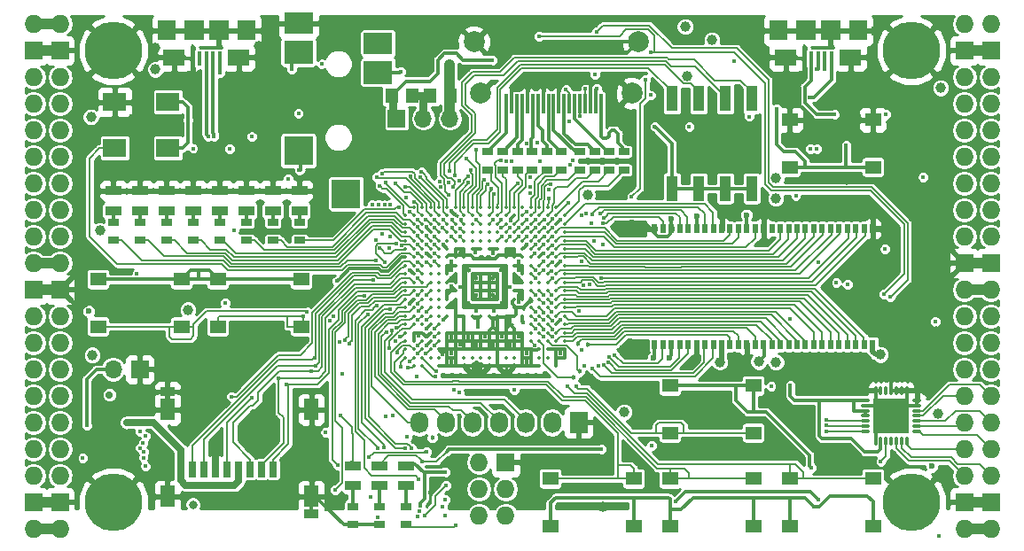
<source format=gtl>
G04 #@! TF.GenerationSoftware,KiCad,Pcbnew,5.0.0-rc2+dfsg1-3*
G04 #@! TF.CreationDate,2018-07-04T13:00:34+02:00*
G04 #@! TF.ProjectId,ulx3s,756C7833732E6B696361645F70636200,rev?*
G04 #@! TF.SameCoordinates,Original*
G04 #@! TF.FileFunction,Copper,L1,Top,Signal*
G04 #@! TF.FilePolarity,Positive*
%FSLAX46Y46*%
G04 Gerber Fmt 4.6, Leading zero omitted, Abs format (unit mm)*
G04 Created by KiCad (PCBNEW 5.0.0-rc2+dfsg1-3) date Wed Jul  4 13:00:34 2018*
%MOMM*%
%LPD*%
G01*
G04 APERTURE LIST*
G04 #@! TA.AperFunction,SMDPad,CuDef*
%ADD10R,0.560000X0.900000*%
G04 #@! TD*
G04 #@! TA.AperFunction,ComponentPad*
%ADD11O,1.727200X1.727200*%
G04 #@! TD*
G04 #@! TA.AperFunction,ComponentPad*
%ADD12R,1.727200X1.727200*%
G04 #@! TD*
G04 #@! TA.AperFunction,ComponentPad*
%ADD13C,5.500000*%
G04 #@! TD*
G04 #@! TA.AperFunction,SMDPad,CuDef*
%ADD14O,0.850000X0.300000*%
G04 #@! TD*
G04 #@! TA.AperFunction,SMDPad,CuDef*
%ADD15O,0.300000X0.850000*%
G04 #@! TD*
G04 #@! TA.AperFunction,SMDPad,CuDef*
%ADD16R,1.675000X1.675000*%
G04 #@! TD*
G04 #@! TA.AperFunction,ComponentPad*
%ADD17R,1.727200X2.032000*%
G04 #@! TD*
G04 #@! TA.AperFunction,ComponentPad*
%ADD18O,1.727200X2.032000*%
G04 #@! TD*
G04 #@! TA.AperFunction,SMDPad,CuDef*
%ADD19R,1.550000X1.300000*%
G04 #@! TD*
G04 #@! TA.AperFunction,SMDPad,CuDef*
%ADD20R,1.120000X2.440000*%
G04 #@! TD*
G04 #@! TA.AperFunction,BGAPad,CuDef*
%ADD21C,0.350000*%
G04 #@! TD*
G04 #@! TA.AperFunction,SMDPad,CuDef*
%ADD22R,2.800000X2.000000*%
G04 #@! TD*
G04 #@! TA.AperFunction,SMDPad,CuDef*
%ADD23R,2.800000X2.200000*%
G04 #@! TD*
G04 #@! TA.AperFunction,SMDPad,CuDef*
%ADD24R,2.800000X2.800000*%
G04 #@! TD*
G04 #@! TA.AperFunction,SMDPad,CuDef*
%ADD25R,0.700000X1.500000*%
G04 #@! TD*
G04 #@! TA.AperFunction,SMDPad,CuDef*
%ADD26R,1.450000X0.900000*%
G04 #@! TD*
G04 #@! TA.AperFunction,SMDPad,CuDef*
%ADD27R,1.450000X2.000000*%
G04 #@! TD*
G04 #@! TA.AperFunction,SMDPad,CuDef*
%ADD28R,2.200000X1.800000*%
G04 #@! TD*
G04 #@! TA.AperFunction,SMDPad,CuDef*
%ADD29R,1.000000X0.670000*%
G04 #@! TD*
G04 #@! TA.AperFunction,SMDPad,CuDef*
%ADD30R,1.500000X0.970000*%
G04 #@! TD*
G04 #@! TA.AperFunction,SMDPad,CuDef*
%ADD31R,0.300000X1.900000*%
G04 #@! TD*
G04 #@! TA.AperFunction,ComponentPad*
%ADD32C,2.000000*%
G04 #@! TD*
G04 #@! TA.AperFunction,ComponentPad*
%ADD33R,1.700000X1.700000*%
G04 #@! TD*
G04 #@! TA.AperFunction,ComponentPad*
%ADD34O,1.700000X1.700000*%
G04 #@! TD*
G04 #@! TA.AperFunction,SMDPad,CuDef*
%ADD35R,1.295000X1.400000*%
G04 #@! TD*
G04 #@! TA.AperFunction,SMDPad,CuDef*
%ADD36R,1.800000X1.900000*%
G04 #@! TD*
G04 #@! TA.AperFunction,SMDPad,CuDef*
%ADD37R,0.400000X1.350000*%
G04 #@! TD*
G04 #@! TA.AperFunction,SMDPad,CuDef*
%ADD38R,1.900000X1.900000*%
G04 #@! TD*
G04 #@! TA.AperFunction,SMDPad,CuDef*
%ADD39R,2.100000X1.600000*%
G04 #@! TD*
G04 #@! TA.AperFunction,ViaPad*
%ADD40C,0.400000*%
G04 #@! TD*
G04 #@! TA.AperFunction,ViaPad*
%ADD41C,0.700000*%
G04 #@! TD*
G04 #@! TA.AperFunction,ViaPad*
%ADD42C,0.454000*%
G04 #@! TD*
G04 #@! TA.AperFunction,ViaPad*
%ADD43C,0.600000*%
G04 #@! TD*
G04 #@! TA.AperFunction,ViaPad*
%ADD44C,1.000000*%
G04 #@! TD*
G04 #@! TA.AperFunction,ViaPad*
%ADD45C,0.800000*%
G04 #@! TD*
G04 #@! TA.AperFunction,ViaPad*
%ADD46C,3.500000*%
G04 #@! TD*
G04 #@! TA.AperFunction,Conductor*
%ADD47C,0.700000*%
G04 #@! TD*
G04 #@! TA.AperFunction,Conductor*
%ADD48C,0.300000*%
G04 #@! TD*
G04 #@! TA.AperFunction,Conductor*
%ADD49C,0.500000*%
G04 #@! TD*
G04 #@! TA.AperFunction,Conductor*
%ADD50C,1.000000*%
G04 #@! TD*
G04 #@! TA.AperFunction,Conductor*
%ADD51C,0.190000*%
G04 #@! TD*
G04 #@! TA.AperFunction,Conductor*
%ADD52C,0.800000*%
G04 #@! TD*
G04 #@! TA.AperFunction,Conductor*
%ADD53C,0.200000*%
G04 #@! TD*
G04 #@! TA.AperFunction,Conductor*
%ADD54C,0.127000*%
G04 #@! TD*
G04 #@! TA.AperFunction,Conductor*
%ADD55C,0.180000*%
G04 #@! TD*
G04 #@! TA.AperFunction,Conductor*
%ADD56C,0.254000*%
G04 #@! TD*
G04 APERTURE END LIST*
D10*
G04 #@! TO.P,U2,28*
G04 #@! TO.N,GND*
X175493000Y-82270000D03*
G04 #@! TO.P,U2,1*
G04 #@! TO.N,+3V3*
X154693000Y-93330000D03*
G04 #@! TO.P,U2,2*
G04 #@! TO.N,SDRAM_D0*
X155493000Y-93330000D03*
G04 #@! TO.P,U2,3*
G04 #@! TO.N,+3V3*
X156293000Y-93330000D03*
G04 #@! TO.P,U2,4*
G04 #@! TO.N,SDRAM_D1*
X157093000Y-93330000D03*
G04 #@! TO.P,U2,5*
G04 #@! TO.N,SDRAM_D2*
X157893000Y-93330000D03*
G04 #@! TO.P,U2,6*
G04 #@! TO.N,GND*
X158693000Y-93330000D03*
G04 #@! TO.P,U2,7*
G04 #@! TO.N,SDRAM_D3*
X159493000Y-93330000D03*
G04 #@! TO.P,U2,8*
G04 #@! TO.N,SDRAM_D4*
X160293000Y-93330000D03*
G04 #@! TO.P,U2,9*
G04 #@! TO.N,+3V3*
X161093000Y-93330000D03*
G04 #@! TO.P,U2,10*
G04 #@! TO.N,SDRAM_D5*
X161893000Y-93330000D03*
G04 #@! TO.P,U2,11*
G04 #@! TO.N,SDRAM_D6*
X162693000Y-93330000D03*
G04 #@! TO.P,U2,12*
G04 #@! TO.N,GND*
X163493000Y-93330000D03*
G04 #@! TO.P,U2,13*
G04 #@! TO.N,SDRAM_D7*
X164293000Y-93330000D03*
G04 #@! TO.P,U2,14*
G04 #@! TO.N,+3V3*
X165093000Y-93330000D03*
G04 #@! TO.P,U2,15*
G04 #@! TO.N,SDRAM_DQM0*
X165893000Y-93330000D03*
G04 #@! TO.P,U2,16*
G04 #@! TO.N,SDRAM_nWE*
X166693000Y-93330000D03*
G04 #@! TO.P,U2,17*
G04 #@! TO.N,SDRAM_nCAS*
X167493000Y-93330000D03*
G04 #@! TO.P,U2,18*
G04 #@! TO.N,SDRAM_nRAS*
X168293000Y-93330000D03*
G04 #@! TO.P,U2,19*
G04 #@! TO.N,SDRAM_nCS*
X169093000Y-93330000D03*
G04 #@! TO.P,U2,20*
G04 #@! TO.N,SDRAM_BA0*
X169893000Y-93330000D03*
G04 #@! TO.P,U2,21*
G04 #@! TO.N,SDRAM_BA1*
X170693000Y-93330000D03*
G04 #@! TO.P,U2,22*
G04 #@! TO.N,SDRAM_A10*
X171493000Y-93330000D03*
G04 #@! TO.P,U2,23*
G04 #@! TO.N,SDRAM_A0*
X172293000Y-93330000D03*
G04 #@! TO.P,U2,24*
G04 #@! TO.N,SDRAM_A1*
X173093000Y-93330000D03*
G04 #@! TO.P,U2,25*
G04 #@! TO.N,SDRAM_A2*
X173893000Y-93330000D03*
G04 #@! TO.P,U2,26*
G04 #@! TO.N,SDRAM_A3*
X174693000Y-93330000D03*
G04 #@! TO.P,U2,27*
G04 #@! TO.N,+3V3*
X175493000Y-93330000D03*
G04 #@! TO.P,U2,29*
G04 #@! TO.N,SDRAM_A4*
X174693000Y-82270000D03*
G04 #@! TO.P,U2,30*
G04 #@! TO.N,SDRAM_A5*
X173893000Y-82270000D03*
G04 #@! TO.P,U2,31*
G04 #@! TO.N,SDRAM_A6*
X173093000Y-82270000D03*
G04 #@! TO.P,U2,32*
G04 #@! TO.N,SDRAM_A7*
X172293000Y-82270000D03*
G04 #@! TO.P,U2,33*
G04 #@! TO.N,SDRAM_A8*
X171493000Y-82270000D03*
G04 #@! TO.P,U2,34*
G04 #@! TO.N,SDRAM_A9*
X170693000Y-82270000D03*
G04 #@! TO.P,U2,35*
G04 #@! TO.N,SDRAM_A11*
X169893000Y-82270000D03*
G04 #@! TO.P,U2,36*
G04 #@! TO.N,SDRAM_A12*
X169093000Y-82270000D03*
G04 #@! TO.P,U2,37*
G04 #@! TO.N,SDRAM_CKE*
X168293000Y-82270000D03*
G04 #@! TO.P,U2,38*
G04 #@! TO.N,SDRAM_CLK*
X167493000Y-82270000D03*
G04 #@! TO.P,U2,39*
G04 #@! TO.N,SDRAM_DQM1*
X166693000Y-82270000D03*
G04 #@! TO.P,U2,40*
G04 #@! TO.N,N/C*
X165893000Y-82270000D03*
G04 #@! TO.P,U2,41*
G04 #@! TO.N,GND*
X165093000Y-82270000D03*
G04 #@! TO.P,U2,42*
G04 #@! TO.N,SDRAM_D8*
X164293000Y-82270000D03*
G04 #@! TO.P,U2,43*
G04 #@! TO.N,+3V3*
X163493000Y-82270000D03*
G04 #@! TO.P,U2,44*
G04 #@! TO.N,SDRAM_D9*
X162693000Y-82270000D03*
G04 #@! TO.P,U2,45*
G04 #@! TO.N,SDRAM_D10*
X161893000Y-82270000D03*
G04 #@! TO.P,U2,46*
G04 #@! TO.N,GND*
X161093000Y-82270000D03*
G04 #@! TO.P,U2,47*
G04 #@! TO.N,SDRAM_D11*
X160293000Y-82270000D03*
G04 #@! TO.P,U2,48*
G04 #@! TO.N,SDRAM_D12*
X159493000Y-82270000D03*
G04 #@! TO.P,U2,49*
G04 #@! TO.N,+3V3*
X158693000Y-82270000D03*
G04 #@! TO.P,U2,50*
G04 #@! TO.N,SDRAM_D13*
X157893000Y-82270000D03*
G04 #@! TO.P,U2,51*
G04 #@! TO.N,SDRAM_D14*
X157093000Y-82270000D03*
G04 #@! TO.P,U2,52*
G04 #@! TO.N,GND*
X156293000Y-82270000D03*
G04 #@! TO.P,U2,53*
G04 #@! TO.N,SDRAM_D15*
X155493000Y-82270000D03*
G04 #@! TO.P,U2,54*
G04 #@! TO.N,GND*
X154693000Y-82270000D03*
G04 #@! TD*
D11*
G04 #@! TO.P,J1,1*
G04 #@! TO.N,2V5_3V3*
X97910000Y-62690000D03*
G04 #@! TO.P,J1,2*
X95370000Y-62690000D03*
D12*
G04 #@! TO.P,J1,3*
G04 #@! TO.N,GND*
X97910000Y-65230000D03*
G04 #@! TO.P,J1,4*
X95370000Y-65230000D03*
D11*
G04 #@! TO.P,J1,5*
G04 #@! TO.N,GN0*
X97910000Y-67770000D03*
G04 #@! TO.P,J1,6*
G04 #@! TO.N,GP0*
X95370000Y-67770000D03*
G04 #@! TO.P,J1,7*
G04 #@! TO.N,GN1*
X97910000Y-70310000D03*
G04 #@! TO.P,J1,8*
G04 #@! TO.N,GP1*
X95370000Y-70310000D03*
G04 #@! TO.P,J1,9*
G04 #@! TO.N,GN2*
X97910000Y-72850000D03*
G04 #@! TO.P,J1,10*
G04 #@! TO.N,GP2*
X95370000Y-72850000D03*
G04 #@! TO.P,J1,11*
G04 #@! TO.N,GN3*
X97910000Y-75390000D03*
G04 #@! TO.P,J1,12*
G04 #@! TO.N,GP3*
X95370000Y-75390000D03*
G04 #@! TO.P,J1,13*
G04 #@! TO.N,GN4*
X97910000Y-77930000D03*
G04 #@! TO.P,J1,14*
G04 #@! TO.N,GP4*
X95370000Y-77930000D03*
G04 #@! TO.P,J1,15*
G04 #@! TO.N,GN5*
X97910000Y-80470000D03*
G04 #@! TO.P,J1,16*
G04 #@! TO.N,GP5*
X95370000Y-80470000D03*
G04 #@! TO.P,J1,17*
G04 #@! TO.N,GN6*
X97910000Y-83010000D03*
G04 #@! TO.P,J1,18*
G04 #@! TO.N,GP6*
X95370000Y-83010000D03*
G04 #@! TO.P,J1,19*
G04 #@! TO.N,2V5_3V3*
X97910000Y-85550000D03*
G04 #@! TO.P,J1,20*
X95370000Y-85550000D03*
D12*
G04 #@! TO.P,J1,21*
G04 #@! TO.N,GND*
X97910000Y-88090000D03*
G04 #@! TO.P,J1,22*
X95370000Y-88090000D03*
D11*
G04 #@! TO.P,J1,23*
G04 #@! TO.N,GN7*
X97910000Y-90630000D03*
G04 #@! TO.P,J1,24*
G04 #@! TO.N,GP7*
X95370000Y-90630000D03*
G04 #@! TO.P,J1,25*
G04 #@! TO.N,GN8*
X97910000Y-93170000D03*
G04 #@! TO.P,J1,26*
G04 #@! TO.N,GP8*
X95370000Y-93170000D03*
G04 #@! TO.P,J1,27*
G04 #@! TO.N,GN9*
X97910000Y-95710000D03*
G04 #@! TO.P,J1,28*
G04 #@! TO.N,GP9*
X95370000Y-95710000D03*
G04 #@! TO.P,J1,29*
G04 #@! TO.N,GN10*
X97910000Y-98250000D03*
G04 #@! TO.P,J1,30*
G04 #@! TO.N,GP10*
X95370000Y-98250000D03*
G04 #@! TO.P,J1,31*
G04 #@! TO.N,GN11*
X97910000Y-100790000D03*
G04 #@! TO.P,J1,32*
G04 #@! TO.N,GP11*
X95370000Y-100790000D03*
G04 #@! TO.P,J1,33*
G04 #@! TO.N,GN12*
X97910000Y-103330000D03*
G04 #@! TO.P,J1,34*
G04 #@! TO.N,GP12*
X95370000Y-103330000D03*
G04 #@! TO.P,J1,35*
G04 #@! TO.N,GN13*
X97910000Y-105870000D03*
G04 #@! TO.P,J1,36*
G04 #@! TO.N,GP13*
X95370000Y-105870000D03*
D12*
G04 #@! TO.P,J1,37*
G04 #@! TO.N,GND*
X97910000Y-108410000D03*
G04 #@! TO.P,J1,38*
X95370000Y-108410000D03*
D11*
G04 #@! TO.P,J1,39*
G04 #@! TO.N,2V5_3V3*
X97910000Y-110950000D03*
G04 #@! TO.P,J1,40*
X95370000Y-110950000D03*
G04 #@! TD*
G04 #@! TO.P,J2,1*
G04 #@! TO.N,+3V3*
X184270000Y-110950000D03*
G04 #@! TO.P,J2,2*
X186810000Y-110950000D03*
D12*
G04 #@! TO.P,J2,3*
G04 #@! TO.N,GND*
X184270000Y-108410000D03*
G04 #@! TO.P,J2,4*
X186810000Y-108410000D03*
D11*
G04 #@! TO.P,J2,5*
G04 #@! TO.N,GN14*
X184270000Y-105870000D03*
G04 #@! TO.P,J2,6*
G04 #@! TO.N,GP14*
X186810000Y-105870000D03*
G04 #@! TO.P,J2,7*
G04 #@! TO.N,GN15*
X184270000Y-103330000D03*
G04 #@! TO.P,J2,8*
G04 #@! TO.N,GP15*
X186810000Y-103330000D03*
G04 #@! TO.P,J2,9*
G04 #@! TO.N,GN16*
X184270000Y-100790000D03*
G04 #@! TO.P,J2,10*
G04 #@! TO.N,GP16*
X186810000Y-100790000D03*
G04 #@! TO.P,J2,11*
G04 #@! TO.N,GN17*
X184270000Y-98250000D03*
G04 #@! TO.P,J2,12*
G04 #@! TO.N,GP17*
X186810000Y-98250000D03*
G04 #@! TO.P,J2,13*
G04 #@! TO.N,GN18*
X184270000Y-95710000D03*
G04 #@! TO.P,J2,14*
G04 #@! TO.N,GP18*
X186810000Y-95710000D03*
G04 #@! TO.P,J2,15*
G04 #@! TO.N,GN19*
X184270000Y-93170000D03*
G04 #@! TO.P,J2,16*
G04 #@! TO.N,GP19*
X186810000Y-93170000D03*
G04 #@! TO.P,J2,17*
G04 #@! TO.N,GN20*
X184270000Y-90630000D03*
G04 #@! TO.P,J2,18*
G04 #@! TO.N,GP20*
X186810000Y-90630000D03*
G04 #@! TO.P,J2,19*
G04 #@! TO.N,+3V3*
X184270000Y-88090000D03*
G04 #@! TO.P,J2,20*
X186810000Y-88090000D03*
D12*
G04 #@! TO.P,J2,21*
G04 #@! TO.N,GND*
X184270000Y-85550000D03*
G04 #@! TO.P,J2,22*
X186810000Y-85550000D03*
D11*
G04 #@! TO.P,J2,23*
G04 #@! TO.N,GN21*
X184270000Y-83010000D03*
G04 #@! TO.P,J2,24*
G04 #@! TO.N,GP21*
X186810000Y-83010000D03*
G04 #@! TO.P,J2,25*
G04 #@! TO.N,GN22*
X184270000Y-80470000D03*
G04 #@! TO.P,J2,26*
G04 #@! TO.N,GP22*
X186810000Y-80470000D03*
G04 #@! TO.P,J2,27*
G04 #@! TO.N,GN23*
X184270000Y-77930000D03*
G04 #@! TO.P,J2,28*
G04 #@! TO.N,GP23*
X186810000Y-77930000D03*
G04 #@! TO.P,J2,29*
G04 #@! TO.N,GN24*
X184270000Y-75390000D03*
G04 #@! TO.P,J2,30*
G04 #@! TO.N,GP24*
X186810000Y-75390000D03*
G04 #@! TO.P,J2,31*
G04 #@! TO.N,GN25*
X184270000Y-72850000D03*
G04 #@! TO.P,J2,32*
G04 #@! TO.N,GP25*
X186810000Y-72850000D03*
G04 #@! TO.P,J2,33*
G04 #@! TO.N,GN26*
X184270000Y-70310000D03*
G04 #@! TO.P,J2,34*
G04 #@! TO.N,GP26*
X186810000Y-70310000D03*
G04 #@! TO.P,J2,35*
G04 #@! TO.N,GN27*
X184270000Y-67770000D03*
G04 #@! TO.P,J2,36*
G04 #@! TO.N,GP27*
X186810000Y-67770000D03*
D12*
G04 #@! TO.P,J2,37*
G04 #@! TO.N,GND*
X184270000Y-65230000D03*
G04 #@! TO.P,J2,38*
X186810000Y-65230000D03*
D11*
G04 #@! TO.P,J2,39*
G04 #@! TO.N,/gpio/IN5V*
X184270000Y-62690000D03*
G04 #@! TO.P,J2,40*
G04 #@! TO.N,/gpio/OUT5V*
X186810000Y-62690000D03*
G04 #@! TD*
D13*
G04 #@! TO.P,H1,1*
G04 #@! TO.N,GND*
X102990000Y-108410000D03*
G04 #@! TD*
G04 #@! TO.P,H2,1*
G04 #@! TO.N,GND*
X179190000Y-108410000D03*
G04 #@! TD*
G04 #@! TO.P,H3,1*
G04 #@! TO.N,GND*
X179190000Y-65230000D03*
G04 #@! TD*
G04 #@! TO.P,H4,1*
G04 #@! TO.N,GND*
X102990000Y-65230000D03*
G04 #@! TD*
D12*
G04 #@! TO.P,J4,1*
G04 #@! TO.N,GND*
X140455000Y-104600000D03*
D11*
G04 #@! TO.P,J4,2*
G04 #@! TO.N,+3V3*
X137915000Y-104600000D03*
G04 #@! TO.P,J4,3*
G04 #@! TO.N,JTAG_TDI*
X140455000Y-107140000D03*
G04 #@! TO.P,J4,4*
G04 #@! TO.N,JTAG_TCK*
X137915000Y-107140000D03*
G04 #@! TO.P,J4,5*
G04 #@! TO.N,JTAG_TMS*
X140455000Y-109680000D03*
G04 #@! TO.P,J4,6*
G04 #@! TO.N,JTAG_TDO*
X137915000Y-109680000D03*
G04 #@! TD*
D14*
G04 #@! TO.P,U8,1*
G04 #@! TO.N,GP15*
X179735000Y-101655000D03*
G04 #@! TO.P,U8,2*
G04 #@! TO.N,GN16*
X179735000Y-101155000D03*
G04 #@! TO.P,U8,3*
G04 #@! TO.N,GP16*
X179735000Y-100655000D03*
G04 #@! TO.P,U8,4*
G04 #@! TO.N,GN17*
X179735000Y-100155000D03*
G04 #@! TO.P,U8,5*
G04 #@! TO.N,GP17*
X179735000Y-99655000D03*
G04 #@! TO.P,U8,6*
G04 #@! TO.N,GND*
X179735000Y-99155000D03*
G04 #@! TO.P,U8,7*
X179735000Y-98655000D03*
D15*
G04 #@! TO.P,U8,8*
X178785000Y-97705000D03*
G04 #@! TO.P,U8,9*
X178285000Y-97705000D03*
G04 #@! TO.P,U8,10*
X177785000Y-97705000D03*
G04 #@! TO.P,U8,11*
X177285000Y-97705000D03*
G04 #@! TO.P,U8,12*
G04 #@! TO.N,Net-(U8-Pad12)*
X176785000Y-97705000D03*
G04 #@! TO.P,U8,13*
G04 #@! TO.N,GND*
X176285000Y-97705000D03*
G04 #@! TO.P,U8,14*
X175785000Y-97705000D03*
D14*
G04 #@! TO.P,U8,15*
G04 #@! TO.N,/analog/ADC3V3*
X174835000Y-98655000D03*
G04 #@! TO.P,U8,16*
G04 #@! TO.N,GND*
X174835000Y-99155000D03*
G04 #@! TO.P,U8,17*
G04 #@! TO.N,/analog/ADC3V3*
X174835000Y-99655000D03*
G04 #@! TO.P,U8,18*
X174835000Y-100155000D03*
G04 #@! TO.P,U8,19*
G04 #@! TO.N,ADC_SCLK*
X174835000Y-100655000D03*
G04 #@! TO.P,U8,20*
G04 #@! TO.N,ADC_CSn*
X174835000Y-101155000D03*
G04 #@! TO.P,U8,21*
G04 #@! TO.N,ADC_MOSI*
X174835000Y-101655000D03*
D15*
G04 #@! TO.P,U8,22*
G04 #@! TO.N,GND*
X175785000Y-102605000D03*
G04 #@! TO.P,U8,23*
G04 #@! TO.N,/analog/ADC3V3*
X176285000Y-102605000D03*
G04 #@! TO.P,U8,24*
G04 #@! TO.N,ADC_MISO*
X176785000Y-102605000D03*
G04 #@! TO.P,U8,25*
G04 #@! TO.N,Net-(U8-Pad25)*
X177285000Y-102605000D03*
G04 #@! TO.P,U8,26*
G04 #@! TO.N,GN14*
X177785000Y-102605000D03*
G04 #@! TO.P,U8,27*
G04 #@! TO.N,GP14*
X178285000Y-102605000D03*
G04 #@! TO.P,U8,28*
G04 #@! TO.N,GN15*
X178785000Y-102605000D03*
D16*
G04 #@! TO.P,U8,29*
G04 #@! TO.N,GND*
X176447500Y-99317500D03*
X176447500Y-100992500D03*
X178122500Y-99317500D03*
X178122500Y-100992500D03*
G04 #@! TD*
D17*
G04 #@! TO.P,OLED1,1*
G04 #@! TO.N,GND*
X147440000Y-100790000D03*
D18*
G04 #@! TO.P,OLED1,2*
G04 #@! TO.N,+3V3*
X144900000Y-100790000D03*
G04 #@! TO.P,OLED1,3*
G04 #@! TO.N,OLED_CLK*
X142360000Y-100790000D03*
G04 #@! TO.P,OLED1,4*
G04 #@! TO.N,OLED_MOSI*
X139820000Y-100790000D03*
G04 #@! TO.P,OLED1,5*
G04 #@! TO.N,OLED_RES*
X137280000Y-100790000D03*
G04 #@! TO.P,OLED1,6*
G04 #@! TO.N,OLED_DC*
X134740000Y-100790000D03*
G04 #@! TO.P,OLED1,7*
G04 #@! TO.N,OLED_CS*
X132200000Y-100790000D03*
G04 #@! TD*
D19*
G04 #@! TO.P,B0,2*
G04 #@! TO.N,GND*
X175550000Y-71870000D03*
G04 #@! TO.P,B0,1*
G04 #@! TO.N,/power/PWRBTn*
X175550000Y-76370000D03*
X167590000Y-76370000D03*
G04 #@! TO.P,B0,2*
G04 #@! TO.N,GND*
X167590000Y-71870000D03*
G04 #@! TD*
G04 #@! TO.P,B1,2*
G04 #@! TO.N,BTN_F1*
X101550000Y-91610000D03*
G04 #@! TO.P,B1,1*
G04 #@! TO.N,/blinkey/BTNPUL*
X101550000Y-87110000D03*
X109510000Y-87110000D03*
G04 #@! TO.P,B1,2*
G04 #@! TO.N,BTN_F1*
X109510000Y-91610000D03*
G04 #@! TD*
G04 #@! TO.P,B2,2*
G04 #@! TO.N,BTN_F2*
X112980000Y-91610000D03*
G04 #@! TO.P,B2,1*
G04 #@! TO.N,/blinkey/BTNPUL*
X112980000Y-87110000D03*
X120940000Y-87110000D03*
G04 #@! TO.P,B2,2*
G04 #@! TO.N,BTN_F2*
X120940000Y-91610000D03*
G04 #@! TD*
G04 #@! TO.P,B3,2*
G04 #@! TO.N,BTN_U*
X156160000Y-101770000D03*
G04 #@! TO.P,B3,1*
G04 #@! TO.N,/blinkey/BTNPUR*
X156160000Y-97270000D03*
X164120000Y-97270000D03*
G04 #@! TO.P,B3,2*
G04 #@! TO.N,BTN_U*
X164120000Y-101770000D03*
G04 #@! TD*
G04 #@! TO.P,B4,2*
G04 #@! TO.N,BTN_D*
X164120000Y-106160000D03*
G04 #@! TO.P,B4,1*
G04 #@! TO.N,/blinkey/BTNPUR*
X164120000Y-110660000D03*
X156160000Y-110660000D03*
G04 #@! TO.P,B4,2*
G04 #@! TO.N,BTN_D*
X156160000Y-106160000D03*
G04 #@! TD*
G04 #@! TO.P,B5,2*
G04 #@! TO.N,BTN_L*
X152690000Y-106160000D03*
G04 #@! TO.P,B5,1*
G04 #@! TO.N,/blinkey/BTNPUR*
X152690000Y-110660000D03*
X144730000Y-110660000D03*
G04 #@! TO.P,B5,2*
G04 #@! TO.N,BTN_L*
X144730000Y-106160000D03*
G04 #@! TD*
G04 #@! TO.P,B6,2*
G04 #@! TO.N,BTN_R*
X175550000Y-106160000D03*
G04 #@! TO.P,B6,1*
G04 #@! TO.N,/blinkey/BTNPUR*
X175550000Y-110660000D03*
X167590000Y-110660000D03*
G04 #@! TO.P,B6,2*
G04 #@! TO.N,BTN_R*
X167590000Y-106160000D03*
G04 #@! TD*
D20*
G04 #@! TO.P,SW1,1*
G04 #@! TO.N,/blinkey/SWPU*
X156330000Y-78425000D03*
G04 #@! TO.P,SW1,5*
G04 #@! TO.N,SW4*
X163950000Y-69815000D03*
G04 #@! TO.P,SW1,2*
G04 #@! TO.N,/blinkey/SWPU*
X158870000Y-78425000D03*
G04 #@! TO.P,SW1,6*
G04 #@! TO.N,SW3*
X161410000Y-69815000D03*
G04 #@! TO.P,SW1,3*
G04 #@! TO.N,/blinkey/SWPU*
X161410000Y-78425000D03*
G04 #@! TO.P,SW1,7*
G04 #@! TO.N,SW2*
X158870000Y-69815000D03*
G04 #@! TO.P,SW1,4*
G04 #@! TO.N,/blinkey/SWPU*
X163950000Y-78425000D03*
G04 #@! TO.P,SW1,8*
G04 #@! TO.N,SW1*
X156330000Y-69815000D03*
G04 #@! TD*
D21*
G04 #@! TO.P,U1,A2*
G04 #@! TO.N,GP9*
X131680000Y-80200000D03*
G04 #@! TO.P,U1,A3*
G04 #@! TO.N,AUDIO_R0*
X132480000Y-80200000D03*
G04 #@! TO.P,U1,A4*
G04 #@! TO.N,GP8*
X133280000Y-80200000D03*
G04 #@! TO.P,U1,A5*
G04 #@! TO.N,GN8*
X134080000Y-80200000D03*
G04 #@! TO.P,U1,A6*
G04 #@! TO.N,GP7*
X134880000Y-80200000D03*
G04 #@! TO.P,U1,A7*
G04 #@! TO.N,GP4*
X135680000Y-80200000D03*
G04 #@! TO.P,U1,A8*
G04 #@! TO.N,GN4*
X136480000Y-80200000D03*
G04 #@! TO.P,U1,A9*
G04 #@! TO.N,GP2*
X137280000Y-80200000D03*
G04 #@! TO.P,U1,A10*
G04 #@! TO.N,GP1*
X138080000Y-80200000D03*
G04 #@! TO.P,U1,A11*
G04 #@! TO.N,GN1*
X138880000Y-80200000D03*
G04 #@! TO.P,U1,A12*
G04 #@! TO.N,FPDI_D2+*
X139680000Y-80200000D03*
G04 #@! TO.P,U1,A13*
G04 #@! TO.N,FPDI_D2-*
X140480000Y-80200000D03*
G04 #@! TO.P,U1,A14*
G04 #@! TO.N,FPDI_D1+*
X141280000Y-80200000D03*
G04 #@! TO.P,U1,A15*
G04 #@! TO.N,Net-(U1-PadA15)*
X142080000Y-80200000D03*
G04 #@! TO.P,U1,A16*
G04 #@! TO.N,FPDI_D0+*
X142880000Y-80200000D03*
G04 #@! TO.P,U1,A17*
G04 #@! TO.N,FPDI_CLK+*
X143680000Y-80200000D03*
G04 #@! TO.P,U1,A18*
G04 #@! TO.N,/gpdi/FPDI_CEC*
X144480000Y-80200000D03*
G04 #@! TO.P,U1,A19*
G04 #@! TO.N,FPDI_ETH+*
X145280000Y-80200000D03*
G04 #@! TO.P,U1,B1*
G04 #@! TO.N,GN9*
X130880000Y-81000000D03*
G04 #@! TO.P,U1,B2*
G04 #@! TO.N,LED0*
X131680000Y-81000000D03*
G04 #@! TO.P,U1,B3*
G04 #@! TO.N,AUDIO_L3*
X132480000Y-81000000D03*
G04 #@! TO.P,U1,B4*
G04 #@! TO.N,GN10*
X133280000Y-81000000D03*
G04 #@! TO.P,U1,B5*
G04 #@! TO.N,AUDIO_R1*
X134080000Y-81000000D03*
G04 #@! TO.P,U1,B6*
G04 #@! TO.N,GN7*
X134880000Y-81000000D03*
G04 #@! TO.P,U1,B7*
G04 #@! TO.N,GND*
X135680000Y-81000000D03*
G04 #@! TO.P,U1,B8*
G04 #@! TO.N,GN5*
X136480000Y-81000000D03*
G04 #@! TO.P,U1,B9*
G04 #@! TO.N,GP3*
X137280000Y-81000000D03*
G04 #@! TO.P,U1,B10*
G04 #@! TO.N,GN2*
X138080000Y-81000000D03*
G04 #@! TO.P,U1,B11*
G04 #@! TO.N,GP0*
X138880000Y-81000000D03*
G04 #@! TO.P,U1,B12*
G04 #@! TO.N,USB_FPGA_PULL_D+*
X139680000Y-81000000D03*
G04 #@! TO.P,U1,B13*
G04 #@! TO.N,GP26*
X140480000Y-81000000D03*
G04 #@! TO.P,U1,B14*
G04 #@! TO.N,GND*
X141280000Y-81000000D03*
G04 #@! TO.P,U1,B15*
G04 #@! TO.N,GP22*
X142080000Y-81000000D03*
G04 #@! TO.P,U1,B16*
G04 #@! TO.N,FPDI_D0-*
X142880000Y-81000000D03*
G04 #@! TO.P,U1,B17*
G04 #@! TO.N,GP23*
X143680000Y-81000000D03*
G04 #@! TO.P,U1,B18*
G04 #@! TO.N,FPDI_CLK-*
X144480000Y-81000000D03*
G04 #@! TO.P,U1,B19*
G04 #@! TO.N,FPDI_SDA*
X145280000Y-81000000D03*
G04 #@! TO.P,U1,B20*
G04 #@! TO.N,FPDI_ETH-*
X146080000Y-81000000D03*
G04 #@! TO.P,U1,C1*
G04 #@! TO.N,LED2*
X130880000Y-81800000D03*
G04 #@! TO.P,U1,C2*
G04 #@! TO.N,LED1*
X131680000Y-81800000D03*
G04 #@! TO.P,U1,C3*
G04 #@! TO.N,AUDIO_L2*
X132480000Y-81800000D03*
G04 #@! TO.P,U1,C4*
G04 #@! TO.N,GP10*
X133280000Y-81800000D03*
G04 #@! TO.P,U1,C5*
G04 #@! TO.N,AUDIO_R3*
X134080000Y-81800000D03*
G04 #@! TO.P,U1,C6*
G04 #@! TO.N,GP6*
X134880000Y-81800000D03*
G04 #@! TO.P,U1,C7*
G04 #@! TO.N,GN6*
X135680000Y-81800000D03*
G04 #@! TO.P,U1,C8*
G04 #@! TO.N,GP5*
X136480000Y-81800000D03*
G04 #@! TO.P,U1,C9*
G04 #@! TO.N,Net-(U1-PadC9)*
X137280000Y-81800000D03*
G04 #@! TO.P,U1,C10*
G04 #@! TO.N,GN3*
X138080000Y-81800000D03*
G04 #@! TO.P,U1,C11*
G04 #@! TO.N,GN0*
X138880000Y-81800000D03*
G04 #@! TO.P,U1,C12*
G04 #@! TO.N,USB_FPGA_PULL_D-*
X139680000Y-81800000D03*
G04 #@! TO.P,U1,C13*
G04 #@! TO.N,GN26*
X140480000Y-81800000D03*
G04 #@! TO.P,U1,C14*
G04 #@! TO.N,FPDI_D1-*
X141280000Y-81800000D03*
G04 #@! TO.P,U1,C15*
G04 #@! TO.N,GN22*
X142080000Y-81800000D03*
G04 #@! TO.P,U1,C16*
G04 #@! TO.N,GP24*
X142880000Y-81800000D03*
G04 #@! TO.P,U1,C17*
G04 #@! TO.N,GN23*
X143680000Y-81800000D03*
G04 #@! TO.P,U1,C18*
G04 #@! TO.N,GP21*
X144480000Y-81800000D03*
G04 #@! TO.P,U1,C19*
G04 #@! TO.N,GND*
X145280000Y-81800000D03*
G04 #@! TO.P,U1,C20*
G04 #@! TO.N,SDRAM_D11*
X146080000Y-81800000D03*
G04 #@! TO.P,U1,D1*
G04 #@! TO.N,LED4*
X130880000Y-82600000D03*
G04 #@! TO.P,U1,D2*
G04 #@! TO.N,LED3*
X131680000Y-82600000D03*
G04 #@! TO.P,U1,D3*
G04 #@! TO.N,AUDIO_L1*
X132480000Y-82600000D03*
G04 #@! TO.P,U1,D4*
G04 #@! TO.N,GND*
X133280000Y-82600000D03*
G04 #@! TO.P,U1,D5*
G04 #@! TO.N,AUDIO_R2*
X134080000Y-82600000D03*
G04 #@! TO.P,U1,D6*
G04 #@! TO.N,BTN_PWRn*
X134880000Y-82600000D03*
G04 #@! TO.P,U1,D7*
G04 #@! TO.N,SW3*
X135680000Y-82600000D03*
G04 #@! TO.P,U1,D8*
G04 #@! TO.N,SW2*
X136480000Y-82600000D03*
G04 #@! TO.P,U1,D9*
G04 #@! TO.N,Net-(U1-PadD9)*
X137280000Y-82600000D03*
G04 #@! TO.P,U1,D10*
G04 #@! TO.N,Net-(U1-PadD10)*
X138080000Y-82600000D03*
G04 #@! TO.P,U1,D11*
G04 #@! TO.N,Net-(U1-PadD11)*
X138880000Y-82600000D03*
G04 #@! TO.P,U1,D12*
G04 #@! TO.N,Net-(U1-PadD12)*
X139680000Y-82600000D03*
G04 #@! TO.P,U1,D13*
G04 #@! TO.N,GP27*
X140480000Y-82600000D03*
G04 #@! TO.P,U1,D14*
G04 #@! TO.N,GP25*
X141280000Y-82600000D03*
G04 #@! TO.P,U1,D15*
G04 #@! TO.N,USB_FPGA_D+*
X142080000Y-82600000D03*
G04 #@! TO.P,U1,D16*
G04 #@! TO.N,GN24*
X142880000Y-82600000D03*
G04 #@! TO.P,U1,D17*
G04 #@! TO.N,GN21*
X143680000Y-82600000D03*
G04 #@! TO.P,U1,D18*
G04 #@! TO.N,GP20*
X144480000Y-82600000D03*
G04 #@! TO.P,U1,D19*
G04 #@! TO.N,SDRAM_D10*
X145280000Y-82600000D03*
G04 #@! TO.P,U1,D20*
G04 #@! TO.N,SDRAM_D9*
X146080000Y-82600000D03*
G04 #@! TO.P,U1,E1*
G04 #@! TO.N,LED6*
X130880000Y-83400000D03*
G04 #@! TO.P,U1,E2*
G04 #@! TO.N,LED5*
X131680000Y-83400000D03*
G04 #@! TO.P,U1,E3*
G04 #@! TO.N,GN11*
X132480000Y-83400000D03*
G04 #@! TO.P,U1,E4*
G04 #@! TO.N,AUDIO_L0*
X133280000Y-83400000D03*
G04 #@! TO.P,U1,E5*
G04 #@! TO.N,AUDIO_V3*
X134080000Y-83400000D03*
G04 #@! TO.P,U1,E6*
G04 #@! TO.N,Net-(U1-PadE6)*
X134880000Y-83400000D03*
G04 #@! TO.P,U1,E7*
G04 #@! TO.N,SW4*
X135680000Y-83400000D03*
G04 #@! TO.P,U1,E8*
G04 #@! TO.N,SW1*
X136480000Y-83400000D03*
G04 #@! TO.P,U1,E9*
G04 #@! TO.N,Net-(U1-PadE9)*
X137280000Y-83400000D03*
G04 #@! TO.P,U1,E10*
G04 #@! TO.N,Net-(U1-PadE10)*
X138080000Y-83400000D03*
G04 #@! TO.P,U1,E11*
G04 #@! TO.N,Net-(U1-PadE11)*
X138880000Y-83400000D03*
G04 #@! TO.P,U1,E12*
G04 #@! TO.N,FPDI_SCL*
X139680000Y-83400000D03*
G04 #@! TO.P,U1,E13*
G04 #@! TO.N,GN27*
X140480000Y-83400000D03*
G04 #@! TO.P,U1,E14*
G04 #@! TO.N,GN25*
X141280000Y-83400000D03*
G04 #@! TO.P,U1,E15*
G04 #@! TO.N,USB_FPGA_D-*
X142080000Y-83400000D03*
G04 #@! TO.P,U1,E16*
G04 #@! TO.N,USB_FPGA_D+*
X142880000Y-83400000D03*
G04 #@! TO.P,U1,E17*
G04 #@! TO.N,GN20*
X143680000Y-83400000D03*
G04 #@! TO.P,U1,E18*
G04 #@! TO.N,SDRAM_D12*
X144480000Y-83400000D03*
G04 #@! TO.P,U1,E19*
G04 #@! TO.N,SDRAM_D8*
X145280000Y-83400000D03*
G04 #@! TO.P,U1,E20*
G04 #@! TO.N,SDRAM_DQM1*
X146080000Y-83400000D03*
G04 #@! TO.P,U1,F1*
G04 #@! TO.N,WIFI_EN*
X130880000Y-84200000D03*
G04 #@! TO.P,U1,F2*
G04 #@! TO.N,AUDIO_V1*
X131680000Y-84200000D03*
G04 #@! TO.P,U1,F3*
G04 #@! TO.N,GN12*
X132480000Y-84200000D03*
G04 #@! TO.P,U1,F4*
G04 #@! TO.N,GP11*
X133280000Y-84200000D03*
G04 #@! TO.P,U1,F5*
G04 #@! TO.N,AUDIO_V2*
X134080000Y-84200000D03*
G04 #@! TO.P,U1,F6*
G04 #@! TO.N,+2V5*
X134880000Y-84200000D03*
G04 #@! TO.P,U1,F7*
G04 #@! TO.N,GND*
X135680000Y-84200000D03*
G04 #@! TO.P,U1,F8*
X136480000Y-84200000D03*
G04 #@! TO.P,U1,F9*
G04 #@! TO.N,2V5_3V3*
X137280000Y-84200000D03*
G04 #@! TO.P,U1,F10*
X138080000Y-84200000D03*
G04 #@! TO.P,U1,F11*
G04 #@! TO.N,+3V3*
X138880000Y-84200000D03*
G04 #@! TO.P,U1,F12*
X139680000Y-84200000D03*
G04 #@! TO.P,U1,F13*
G04 #@! TO.N,GND*
X140480000Y-84200000D03*
G04 #@! TO.P,U1,F14*
X141280000Y-84200000D03*
G04 #@! TO.P,U1,F15*
G04 #@! TO.N,+2V5*
X142080000Y-84200000D03*
G04 #@! TO.P,U1,F16*
G04 #@! TO.N,USB_FPGA_D-*
X142880000Y-84200000D03*
G04 #@! TO.P,U1,F17*
G04 #@! TO.N,GP19*
X143680000Y-84200000D03*
G04 #@! TO.P,U1,F18*
G04 #@! TO.N,SDRAM_D13*
X144480000Y-84200000D03*
G04 #@! TO.P,U1,F19*
G04 #@! TO.N,SDRAM_CLK*
X145280000Y-84200000D03*
G04 #@! TO.P,U1,F20*
G04 #@! TO.N,SDRAM_CKE*
X146080000Y-84200000D03*
G04 #@! TO.P,U1,G1*
G04 #@! TO.N,/usb/ANT_433MHz*
X130880000Y-85000000D03*
G04 #@! TO.P,U1,G2*
G04 #@! TO.N,CLK_25MHz*
X131680000Y-85000000D03*
G04 #@! TO.P,U1,G3*
G04 #@! TO.N,GP12*
X132480000Y-85000000D03*
G04 #@! TO.P,U1,G4*
G04 #@! TO.N,GND*
X133280000Y-85000000D03*
G04 #@! TO.P,U1,G5*
G04 #@! TO.N,GN13*
X134080000Y-85000000D03*
G04 #@! TO.P,U1,G6*
G04 #@! TO.N,GND*
X134880000Y-85000000D03*
G04 #@! TO.P,U1,G7*
X135680000Y-85000000D03*
G04 #@! TO.P,U1,G8*
X136480000Y-85000000D03*
G04 #@! TO.P,U1,G9*
X137280000Y-85000000D03*
G04 #@! TO.P,U1,G10*
X138080000Y-85000000D03*
G04 #@! TO.P,U1,G11*
X138880000Y-85000000D03*
G04 #@! TO.P,U1,G12*
X139680000Y-85000000D03*
G04 #@! TO.P,U1,G13*
X140480000Y-85000000D03*
G04 #@! TO.P,U1,G14*
X141280000Y-85000000D03*
G04 #@! TO.P,U1,G15*
X142080000Y-85000000D03*
G04 #@! TO.P,U1,G16*
G04 #@! TO.N,SHUTDOWN*
X142880000Y-85000000D03*
G04 #@! TO.P,U1,G17*
G04 #@! TO.N,GND*
X143680000Y-85000000D03*
G04 #@! TO.P,U1,G18*
G04 #@! TO.N,GN19*
X144480000Y-85000000D03*
G04 #@! TO.P,U1,G19*
G04 #@! TO.N,SDRAM_A12*
X145280000Y-85000000D03*
G04 #@! TO.P,U1,G20*
G04 #@! TO.N,SDRAM_A11*
X146080000Y-85000000D03*
G04 #@! TO.P,U1,H1*
G04 #@! TO.N,SD_D1*
X130880000Y-85800000D03*
G04 #@! TO.P,U1,H2*
G04 #@! TO.N,SD_CLK*
X131680000Y-85800000D03*
G04 #@! TO.P,U1,H3*
G04 #@! TO.N,LED7*
X132480000Y-85800000D03*
G04 #@! TO.P,U1,H4*
G04 #@! TO.N,GP13*
X133280000Y-85800000D03*
G04 #@! TO.P,U1,H5*
G04 #@! TO.N,AUDIO_V0*
X134080000Y-85800000D03*
G04 #@! TO.P,U1,H6*
G04 #@! TO.N,2V5_3V3*
X134880000Y-85800000D03*
G04 #@! TO.P,U1,H7*
X135680000Y-85800000D03*
G04 #@! TO.P,U1,H8*
G04 #@! TO.N,+1V1*
X136480000Y-85800000D03*
G04 #@! TO.P,U1,H9*
X137280000Y-85800000D03*
G04 #@! TO.P,U1,H10*
X138080000Y-85800000D03*
G04 #@! TO.P,U1,H11*
X138880000Y-85800000D03*
G04 #@! TO.P,U1,H12*
X139680000Y-85800000D03*
G04 #@! TO.P,U1,H13*
X140480000Y-85800000D03*
G04 #@! TO.P,U1,H14*
G04 #@! TO.N,+3V3*
X141280000Y-85800000D03*
G04 #@! TO.P,U1,H15*
X142080000Y-85800000D03*
G04 #@! TO.P,U1,H16*
G04 #@! TO.N,BTN_R*
X142880000Y-85800000D03*
G04 #@! TO.P,U1,H17*
G04 #@! TO.N,GN18*
X143680000Y-85800000D03*
G04 #@! TO.P,U1,H18*
G04 #@! TO.N,GP18*
X144480000Y-85800000D03*
G04 #@! TO.P,U1,H19*
G04 #@! TO.N,GND*
X145280000Y-85800000D03*
G04 #@! TO.P,U1,H20*
G04 #@! TO.N,SDRAM_A9*
X146080000Y-85800000D03*
G04 #@! TO.P,U1,J1*
G04 #@! TO.N,SD_CMD*
X130880000Y-86600000D03*
G04 #@! TO.P,U1,J2*
G04 #@! TO.N,GND*
X131680000Y-86600000D03*
G04 #@! TO.P,U1,J3*
G04 #@! TO.N,SD_D0*
X132480000Y-86600000D03*
G04 #@! TO.P,U1,J4*
G04 #@! TO.N,Net-(U1-PadJ4)*
X133280000Y-86600000D03*
G04 #@! TO.P,U1,J5*
G04 #@! TO.N,Net-(U1-PadJ5)*
X134080000Y-86600000D03*
G04 #@! TO.P,U1,J6*
G04 #@! TO.N,2V5_3V3*
X134880000Y-86600000D03*
G04 #@! TO.P,U1,J7*
G04 #@! TO.N,GND*
X135680000Y-86600000D03*
G04 #@! TO.P,U1,J8*
G04 #@! TO.N,+1V1*
X136480000Y-86600000D03*
G04 #@! TO.P,U1,J9*
G04 #@! TO.N,GND*
X137280000Y-86600000D03*
G04 #@! TO.P,U1,J10*
X138080000Y-86600000D03*
G04 #@! TO.P,U1,J11*
X138880000Y-86600000D03*
G04 #@! TO.P,U1,J12*
X139680000Y-86600000D03*
G04 #@! TO.P,U1,J13*
G04 #@! TO.N,+1V1*
X140480000Y-86600000D03*
G04 #@! TO.P,U1,J14*
G04 #@! TO.N,GND*
X141280000Y-86600000D03*
G04 #@! TO.P,U1,J15*
G04 #@! TO.N,+3V3*
X142080000Y-86600000D03*
G04 #@! TO.P,U1,J16*
G04 #@! TO.N,SDRAM_D0*
X142880000Y-86600000D03*
G04 #@! TO.P,U1,J17*
G04 #@! TO.N,SDRAM_D15*
X143680000Y-86600000D03*
G04 #@! TO.P,U1,J18*
G04 #@! TO.N,SDRAM_D14*
X144480000Y-86600000D03*
G04 #@! TO.P,U1,J19*
G04 #@! TO.N,SDRAM_A8*
X145280000Y-86600000D03*
G04 #@! TO.P,U1,J20*
G04 #@! TO.N,SDRAM_A7*
X146080000Y-86600000D03*
G04 #@! TO.P,U1,K1*
G04 #@! TO.N,SD_D2*
X130880000Y-87400000D03*
G04 #@! TO.P,U1,K2*
G04 #@! TO.N,SD_D3*
X131680000Y-87400000D03*
G04 #@! TO.P,U1,K3*
G04 #@! TO.N,WIFI_RXD*
X132480000Y-87400000D03*
G04 #@! TO.P,U1,K4*
G04 #@! TO.N,WIFI_TXD*
X133280000Y-87400000D03*
G04 #@! TO.P,U1,K5*
G04 #@! TO.N,Net-(U1-PadK5)*
X134080000Y-87400000D03*
G04 #@! TO.P,U1,K6*
G04 #@! TO.N,GND*
X134880000Y-87400000D03*
G04 #@! TO.P,U1,K7*
X135680000Y-87400000D03*
G04 #@! TO.P,U1,K8*
G04 #@! TO.N,+1V1*
X136480000Y-87400000D03*
G04 #@! TO.P,U1,K9*
G04 #@! TO.N,GND*
X137280000Y-87400000D03*
G04 #@! TO.P,U1,K10*
X138080000Y-87400000D03*
G04 #@! TO.P,U1,K11*
X138880000Y-87400000D03*
G04 #@! TO.P,U1,K12*
X139680000Y-87400000D03*
G04 #@! TO.P,U1,K13*
G04 #@! TO.N,+1V1*
X140480000Y-87400000D03*
G04 #@! TO.P,U1,K14*
G04 #@! TO.N,GND*
X141280000Y-87400000D03*
G04 #@! TO.P,U1,K15*
X142080000Y-87400000D03*
G04 #@! TO.P,U1,K16*
G04 #@! TO.N,Net-(U1-PadK16)*
X142880000Y-87400000D03*
G04 #@! TO.P,U1,K17*
G04 #@! TO.N,Net-(U1-PadK17)*
X143680000Y-87400000D03*
G04 #@! TO.P,U1,K18*
G04 #@! TO.N,SDRAM_A6*
X144480000Y-87400000D03*
G04 #@! TO.P,U1,K19*
G04 #@! TO.N,SDRAM_A5*
X145280000Y-87400000D03*
G04 #@! TO.P,U1,K20*
G04 #@! TO.N,SDRAM_A4*
X146080000Y-87400000D03*
G04 #@! TO.P,U1,L1*
G04 #@! TO.N,WIFI_GPIO16*
X130880000Y-88200000D03*
G04 #@! TO.P,U1,L2*
G04 #@! TO.N,WIFI_GPIO0*
X131680000Y-88200000D03*
G04 #@! TO.P,U1,L3*
G04 #@! TO.N,FTDI_TXDEN*
X132480000Y-88200000D03*
G04 #@! TO.P,U1,L4*
G04 #@! TO.N,FTDI_RXD*
X133280000Y-88200000D03*
G04 #@! TO.P,U1,L5*
G04 #@! TO.N,Net-(U1-PadL5)*
X134080000Y-88200000D03*
G04 #@! TO.P,U1,L6*
G04 #@! TO.N,+3V3*
X134880000Y-88200000D03*
G04 #@! TO.P,U1,L7*
X135680000Y-88200000D03*
G04 #@! TO.P,U1,L8*
G04 #@! TO.N,+1V1*
X136480000Y-88200000D03*
G04 #@! TO.P,U1,L9*
G04 #@! TO.N,GND*
X137280000Y-88200000D03*
G04 #@! TO.P,U1,L10*
X138080000Y-88200000D03*
G04 #@! TO.P,U1,L11*
X138880000Y-88200000D03*
G04 #@! TO.P,U1,L12*
X139680000Y-88200000D03*
G04 #@! TO.P,U1,L13*
G04 #@! TO.N,+1V1*
X140480000Y-88200000D03*
G04 #@! TO.P,U1,L14*
G04 #@! TO.N,+3V3*
X141280000Y-88200000D03*
G04 #@! TO.P,U1,L15*
X142080000Y-88200000D03*
G04 #@! TO.P,U1,L16*
G04 #@! TO.N,GP17*
X142880000Y-88200000D03*
G04 #@! TO.P,U1,L17*
G04 #@! TO.N,GN17*
X143680000Y-88200000D03*
G04 #@! TO.P,U1,L18*
G04 #@! TO.N,SDRAM_D1*
X144480000Y-88200000D03*
G04 #@! TO.P,U1,L19*
G04 #@! TO.N,SDRAM_A3*
X145280000Y-88200000D03*
G04 #@! TO.P,U1,L20*
G04 #@! TO.N,SDRAM_A2*
X146080000Y-88200000D03*
G04 #@! TO.P,U1,M1*
G04 #@! TO.N,FTDI_TXD*
X130880000Y-89000000D03*
G04 #@! TO.P,U1,M2*
G04 #@! TO.N,GND*
X131680000Y-89000000D03*
G04 #@! TO.P,U1,M3*
G04 #@! TO.N,FTDI_nRTS*
X132480000Y-89000000D03*
G04 #@! TO.P,U1,M4*
G04 #@! TO.N,Net-(U1-PadM4)*
X133280000Y-89000000D03*
G04 #@! TO.P,U1,M5*
G04 #@! TO.N,Net-(U1-PadM5)*
X134080000Y-89000000D03*
G04 #@! TO.P,U1,M6*
G04 #@! TO.N,+3V3*
X134880000Y-89000000D03*
G04 #@! TO.P,U1,M7*
G04 #@! TO.N,GND*
X135680000Y-89000000D03*
G04 #@! TO.P,U1,M8*
G04 #@! TO.N,+1V1*
X136480000Y-89000000D03*
G04 #@! TO.P,U1,M9*
G04 #@! TO.N,GND*
X137280000Y-89000000D03*
G04 #@! TO.P,U1,M10*
X138080000Y-89000000D03*
G04 #@! TO.P,U1,M11*
X138880000Y-89000000D03*
G04 #@! TO.P,U1,M12*
X139680000Y-89000000D03*
G04 #@! TO.P,U1,M13*
G04 #@! TO.N,+1V1*
X140480000Y-89000000D03*
G04 #@! TO.P,U1,M14*
G04 #@! TO.N,GND*
X141280000Y-89000000D03*
G04 #@! TO.P,U1,M15*
G04 #@! TO.N,+3V3*
X142080000Y-89000000D03*
G04 #@! TO.P,U1,M16*
G04 #@! TO.N,GND*
X142880000Y-89000000D03*
G04 #@! TO.P,U1,M17*
G04 #@! TO.N,GN16*
X143680000Y-89000000D03*
G04 #@! TO.P,U1,M18*
G04 #@! TO.N,SDRAM_D2*
X144480000Y-89000000D03*
G04 #@! TO.P,U1,M19*
G04 #@! TO.N,SDRAM_A1*
X145280000Y-89000000D03*
G04 #@! TO.P,U1,M20*
G04 #@! TO.N,SDRAM_A0*
X146080000Y-89000000D03*
G04 #@! TO.P,U1,N1*
G04 #@! TO.N,FTDI_nDTR*
X130880000Y-89800000D03*
G04 #@! TO.P,U1,N2*
G04 #@! TO.N,OLED_CS*
X131680000Y-89800000D03*
G04 #@! TO.P,U1,N3*
G04 #@! TO.N,WIFI_GPIO17*
X132480000Y-89800000D03*
G04 #@! TO.P,U1,N4*
G04 #@! TO.N,WIFI_GPIO5*
X133280000Y-89800000D03*
G04 #@! TO.P,U1,N5*
G04 #@! TO.N,SD_CD*
X134080000Y-89800000D03*
G04 #@! TO.P,U1,N6*
G04 #@! TO.N,GND*
X134880000Y-89800000D03*
G04 #@! TO.P,U1,N7*
X135680000Y-89800000D03*
G04 #@! TO.P,U1,N8*
G04 #@! TO.N,+1V1*
X136480000Y-89800000D03*
G04 #@! TO.P,U1,N9*
X137280000Y-89800000D03*
G04 #@! TO.P,U1,N10*
X138080000Y-89800000D03*
G04 #@! TO.P,U1,N11*
X138880000Y-89800000D03*
G04 #@! TO.P,U1,N12*
X139680000Y-89800000D03*
G04 #@! TO.P,U1,N13*
X140480000Y-89800000D03*
G04 #@! TO.P,U1,N14*
G04 #@! TO.N,GND*
X141280000Y-89800000D03*
G04 #@! TO.P,U1,N15*
X142080000Y-89800000D03*
G04 #@! TO.P,U1,N16*
G04 #@! TO.N,GP16*
X142880000Y-89800000D03*
G04 #@! TO.P,U1,N17*
G04 #@! TO.N,GP15*
X143680000Y-89800000D03*
G04 #@! TO.P,U1,N18*
G04 #@! TO.N,SDRAM_D3*
X144480000Y-89800000D03*
G04 #@! TO.P,U1,N19*
G04 #@! TO.N,SDRAM_A10*
X145280000Y-89800000D03*
G04 #@! TO.P,U1,N20*
G04 #@! TO.N,SDRAM_BA1*
X146080000Y-89800000D03*
G04 #@! TO.P,U1,P1*
G04 #@! TO.N,OLED_DC*
X130880000Y-90600000D03*
G04 #@! TO.P,U1,P2*
G04 #@! TO.N,OLED_RES*
X131680000Y-90600000D03*
G04 #@! TO.P,U1,P3*
G04 #@! TO.N,OLED_MOSI*
X132480000Y-90600000D03*
G04 #@! TO.P,U1,P4*
G04 #@! TO.N,OLED_CLK*
X133280000Y-90600000D03*
G04 #@! TO.P,U1,P5*
G04 #@! TO.N,SD_WP*
X134080000Y-90600000D03*
G04 #@! TO.P,U1,P6*
G04 #@! TO.N,+2V5*
X134880000Y-90600000D03*
G04 #@! TO.P,U1,P7*
G04 #@! TO.N,GND*
X135680000Y-90600000D03*
G04 #@! TO.P,U1,P8*
X136480000Y-90600000D03*
G04 #@! TO.P,U1,P9*
G04 #@! TO.N,+3V3*
X137280000Y-90600000D03*
G04 #@! TO.P,U1,P10*
X138080000Y-90600000D03*
G04 #@! TO.P,U1,P11*
G04 #@! TO.N,GND*
X138880000Y-90600000D03*
G04 #@! TO.P,U1,P12*
X139680000Y-90600000D03*
G04 #@! TO.P,U1,P13*
X140480000Y-90600000D03*
G04 #@! TO.P,U1,P14*
X141280000Y-90600000D03*
G04 #@! TO.P,U1,P15*
G04 #@! TO.N,+2V5*
X142080000Y-90600000D03*
G04 #@! TO.P,U1,P16*
G04 #@! TO.N,GN15*
X142880000Y-90600000D03*
G04 #@! TO.P,U1,P17*
G04 #@! TO.N,ADC_SCLK*
X143680000Y-90600000D03*
G04 #@! TO.P,U1,P18*
G04 #@! TO.N,SDRAM_D4*
X144480000Y-90600000D03*
G04 #@! TO.P,U1,P19*
G04 #@! TO.N,SDRAM_BA0*
X145280000Y-90600000D03*
G04 #@! TO.P,U1,P20*
G04 #@! TO.N,SDRAM_nCS*
X146080000Y-90600000D03*
G04 #@! TO.P,U1,R1*
G04 #@! TO.N,BTN_F1*
X130880000Y-91400000D03*
G04 #@! TO.P,U1,R2*
G04 #@! TO.N,/flash/FLASH_nCS*
X131680000Y-91400000D03*
G04 #@! TO.P,U1,R3*
G04 #@! TO.N,Net-(U1-PadR3)*
X132480000Y-91400000D03*
G04 #@! TO.P,U1,R4*
G04 #@! TO.N,GND*
X133280000Y-91400000D03*
G04 #@! TO.P,U1,R5*
G04 #@! TO.N,JTAG_TDI*
X134080000Y-91400000D03*
G04 #@! TO.P,U1,R16*
G04 #@! TO.N,ADC_MOSI*
X142880000Y-91400000D03*
G04 #@! TO.P,U1,R17*
G04 #@! TO.N,ADC_CSn*
X143680000Y-91400000D03*
G04 #@! TO.P,U1,R18*
G04 #@! TO.N,BTN_U*
X144480000Y-91400000D03*
G04 #@! TO.P,U1,R19*
G04 #@! TO.N,GND*
X145280000Y-91400000D03*
G04 #@! TO.P,U1,R20*
G04 #@! TO.N,SDRAM_nRAS*
X146080000Y-91400000D03*
G04 #@! TO.P,U1,T1*
G04 #@! TO.N,BTN_F2*
X130880000Y-92200000D03*
G04 #@! TO.P,U1,T2*
G04 #@! TO.N,+3V3*
X131680000Y-92200000D03*
G04 #@! TO.P,U1,T3*
X132480000Y-92200000D03*
G04 #@! TO.P,U1,T4*
X133280000Y-92200000D03*
G04 #@! TO.P,U1,T5*
G04 #@! TO.N,JTAG_TCK*
X134080000Y-92200000D03*
G04 #@! TO.P,U1,T6*
G04 #@! TO.N,GND*
X134880000Y-92200000D03*
G04 #@! TO.P,U1,T7*
X135680000Y-92200000D03*
G04 #@! TO.P,U1,T8*
X136480000Y-92200000D03*
G04 #@! TO.P,U1,T9*
X137280000Y-92200000D03*
G04 #@! TO.P,U1,T10*
X138080000Y-92200000D03*
G04 #@! TO.P,U1,T11*
X138880000Y-92200000D03*
G04 #@! TO.P,U1,T12*
X139680000Y-92200000D03*
G04 #@! TO.P,U1,T13*
X140480000Y-92200000D03*
G04 #@! TO.P,U1,T14*
X141280000Y-92200000D03*
G04 #@! TO.P,U1,T15*
X142080000Y-92200000D03*
G04 #@! TO.P,U1,T16*
G04 #@! TO.N,Net-(U1-PadT16)*
X142880000Y-92200000D03*
G04 #@! TO.P,U1,T17*
G04 #@! TO.N,SDRAM_D6*
X143680000Y-92200000D03*
G04 #@! TO.P,U1,T18*
G04 #@! TO.N,SDRAM_D5*
X144480000Y-92200000D03*
G04 #@! TO.P,U1,T19*
G04 #@! TO.N,SDRAM_nCAS*
X145280000Y-92200000D03*
G04 #@! TO.P,U1,T20*
G04 #@! TO.N,SDRAM_nWE*
X146080000Y-92200000D03*
G04 #@! TO.P,U1,U1*
G04 #@! TO.N,BTN_L*
X130880000Y-93000000D03*
G04 #@! TO.P,U1,U2*
G04 #@! TO.N,+3V3*
X131680000Y-93000000D03*
G04 #@! TO.P,U1,U3*
G04 #@! TO.N,/flash/FLASH_SCK*
X132480000Y-93000000D03*
G04 #@! TO.P,U1,U4*
G04 #@! TO.N,GND*
X133280000Y-93000000D03*
G04 #@! TO.P,U1,U5*
G04 #@! TO.N,JTAG_TMS*
X134080000Y-93000000D03*
G04 #@! TO.P,U1,U6*
G04 #@! TO.N,GND*
X134880000Y-93000000D03*
G04 #@! TO.P,U1,U7*
X135680000Y-93000000D03*
G04 #@! TO.P,U1,U8*
X136480000Y-93000000D03*
G04 #@! TO.P,U1,U9*
X137280000Y-93000000D03*
G04 #@! TO.P,U1,U10*
X138080000Y-93000000D03*
G04 #@! TO.P,U1,U11*
X138880000Y-93000000D03*
G04 #@! TO.P,U1,U12*
X139680000Y-93000000D03*
G04 #@! TO.P,U1,U13*
X140480000Y-93000000D03*
G04 #@! TO.P,U1,U14*
X141280000Y-93000000D03*
G04 #@! TO.P,U1,U15*
X142080000Y-93000000D03*
G04 #@! TO.P,U1,U16*
G04 #@! TO.N,ADC_MISO*
X142880000Y-93000000D03*
G04 #@! TO.P,U1,U17*
G04 #@! TO.N,GN14*
X143680000Y-93000000D03*
G04 #@! TO.P,U1,U18*
G04 #@! TO.N,GP14*
X144480000Y-93000000D03*
G04 #@! TO.P,U1,U19*
G04 #@! TO.N,SDRAM_DQM0*
X145280000Y-93000000D03*
G04 #@! TO.P,U1,U20*
G04 #@! TO.N,SDRAM_D7*
X146080000Y-93000000D03*
G04 #@! TO.P,U1,V1*
G04 #@! TO.N,BTN_D*
X130880000Y-93800000D03*
G04 #@! TO.P,U1,V2*
G04 #@! TO.N,/flash/FLASH_MISO*
X131680000Y-93800000D03*
G04 #@! TO.P,U1,V3*
G04 #@! TO.N,/flash/FPGA_INITN*
X132480000Y-93800000D03*
G04 #@! TO.P,U1,V4*
G04 #@! TO.N,JTAG_TDO*
X133280000Y-93800000D03*
G04 #@! TO.P,U1,V5*
G04 #@! TO.N,GND*
X134080000Y-93800000D03*
G04 #@! TO.P,U1,V6*
X134880000Y-93800000D03*
G04 #@! TO.P,U1,V7*
X135680000Y-93800000D03*
G04 #@! TO.P,U1,V8*
X136480000Y-93800000D03*
G04 #@! TO.P,U1,V9*
X137280000Y-93800000D03*
G04 #@! TO.P,U1,V10*
X138080000Y-93800000D03*
G04 #@! TO.P,U1,V11*
X138880000Y-93800000D03*
G04 #@! TO.P,U1,V12*
X139680000Y-93800000D03*
G04 #@! TO.P,U1,V13*
X140480000Y-93800000D03*
G04 #@! TO.P,U1,V14*
X141280000Y-93800000D03*
G04 #@! TO.P,U1,V15*
X142080000Y-93800000D03*
G04 #@! TO.P,U1,V16*
X142880000Y-93800000D03*
G04 #@! TO.P,U1,V17*
X143680000Y-93800000D03*
G04 #@! TO.P,U1,V18*
X144480000Y-93800000D03*
G04 #@! TO.P,U1,V19*
X145280000Y-93800000D03*
G04 #@! TO.P,U1,V20*
X146080000Y-93800000D03*
G04 #@! TO.P,U1,W1*
G04 #@! TO.N,/flash/FLASH_nHOLD*
X130880000Y-94600000D03*
G04 #@! TO.P,U1,W2*
G04 #@! TO.N,/flash/FLASH_MOSI*
X131680000Y-94600000D03*
G04 #@! TO.P,U1,W3*
G04 #@! TO.N,/flash/FPGA_PROGRAMN*
X132480000Y-94600000D03*
G04 #@! TO.P,U1,W4*
G04 #@! TO.N,Net-(U1-PadW4)*
X133280000Y-94600000D03*
G04 #@! TO.P,U1,W5*
G04 #@! TO.N,Net-(U1-PadW5)*
X134080000Y-94600000D03*
G04 #@! TO.P,U1,W6*
G04 #@! TO.N,GND*
X134880000Y-94600000D03*
G04 #@! TO.P,U1,W7*
X135680000Y-94600000D03*
G04 #@! TO.P,U1,W8*
G04 #@! TO.N,Net-(U1-PadW8)*
X136480000Y-94600000D03*
G04 #@! TO.P,U1,W9*
G04 #@! TO.N,Net-(U1-PadW9)*
X137280000Y-94600000D03*
G04 #@! TO.P,U1,W10*
G04 #@! TO.N,N/C*
X138080000Y-94600000D03*
G04 #@! TO.P,U1,W11*
X138880000Y-94600000D03*
G04 #@! TO.P,U1,W12*
G04 #@! TO.N,GND*
X139680000Y-94600000D03*
G04 #@! TO.P,U1,W13*
G04 #@! TO.N,Net-(U1-PadW13)*
X140480000Y-94600000D03*
G04 #@! TO.P,U1,W14*
G04 #@! TO.N,Net-(U1-PadW14)*
X141280000Y-94600000D03*
G04 #@! TO.P,U1,W15*
G04 #@! TO.N,GND*
X142080000Y-94600000D03*
G04 #@! TO.P,U1,W16*
X142880000Y-94600000D03*
G04 #@! TO.P,U1,W17*
G04 #@! TO.N,Net-(U1-PadW17)*
X143680000Y-94600000D03*
G04 #@! TO.P,U1,W18*
G04 #@! TO.N,Net-(U1-PadW18)*
X144480000Y-94600000D03*
G04 #@! TO.P,U1,W19*
G04 #@! TO.N,GND*
X145280000Y-94600000D03*
G04 #@! TO.P,U1,W20*
X146080000Y-94600000D03*
G04 #@! TO.P,U1,Y2*
G04 #@! TO.N,/flash/FLASH_nWP*
X131680000Y-95400000D03*
G04 #@! TO.P,U1,Y3*
G04 #@! TO.N,/flash/FPGA_DONE*
X132480000Y-95400000D03*
G04 #@! TO.P,U1,Y5*
G04 #@! TO.N,GND*
X134080000Y-95400000D03*
G04 #@! TO.P,U1,Y6*
X134880000Y-95400000D03*
G04 #@! TO.P,U1,Y7*
X135680000Y-95400000D03*
G04 #@! TO.P,U1,Y8*
X136480000Y-95400000D03*
G04 #@! TO.P,U1,Y11*
X138880000Y-95400000D03*
G04 #@! TO.P,U1,Y12*
X139680000Y-95400000D03*
G04 #@! TO.P,U1,Y14*
X141280000Y-95400000D03*
G04 #@! TO.P,U1,Y15*
X142080000Y-95400000D03*
G04 #@! TO.P,U1,Y16*
X142880000Y-95400000D03*
G04 #@! TO.P,U1,Y17*
X143680000Y-95400000D03*
G04 #@! TO.P,U1,Y19*
X145280000Y-95400000D03*
G04 #@! TD*
D22*
G04 #@! TO.P,AUDIO1,1*
G04 #@! TO.N,GND*
X120668000Y-62618000D03*
D23*
G04 #@! TO.P,AUDIO1,4*
G04 #@! TO.N,/analog/AUDIO_V*
X120668000Y-65418000D03*
D24*
G04 #@! TO.P,AUDIO1,2*
G04 #@! TO.N,/analog/AUDIO_L*
X120668000Y-74818000D03*
G04 #@! TO.P,AUDIO1,5*
G04 #@! TO.N,Net-(AUDIO1-Pad5)*
X125218000Y-78918000D03*
D23*
G04 #@! TO.P,AUDIO1,3*
G04 #@! TO.N,/analog/AUDIO_R*
X128268000Y-67318000D03*
D22*
G04 #@! TO.P,AUDIO1,6*
G04 #@! TO.N,Net-(AUDIO1-Pad6)*
X128268000Y-64518000D03*
G04 #@! TD*
D25*
G04 #@! TO.P,SD1,1*
G04 #@! TO.N,SD_D2*
X118250000Y-105250000D03*
G04 #@! TO.P,SD1,2*
G04 #@! TO.N,SD_D3*
X117150000Y-105250000D03*
G04 #@! TO.P,SD1,3*
G04 #@! TO.N,SD_CMD*
X116050000Y-105250000D03*
G04 #@! TO.P,SD1,4*
G04 #@! TO.N,/sdcard/SD3V3*
X114950000Y-105250000D03*
G04 #@! TO.P,SD1,5*
G04 #@! TO.N,SD_CLK*
X113850000Y-105250000D03*
G04 #@! TO.P,SD1,6*
G04 #@! TO.N,GND*
X112750000Y-105250000D03*
G04 #@! TO.P,SD1,7*
G04 #@! TO.N,SD_D0*
X111650000Y-105250000D03*
G04 #@! TO.P,SD1,8*
G04 #@! TO.N,SD_D1*
X110550000Y-105250000D03*
D26*
G04 #@! TO.P,SD1,10*
G04 #@! TO.N,GND*
X121925000Y-109550000D03*
G04 #@! TO.P,SD1,11*
X108175000Y-97850000D03*
D27*
G04 #@! TO.P,SD1,9*
X108175000Y-107850000D03*
X121925000Y-107850000D03*
X121925000Y-99550000D03*
X108175000Y-99550000D03*
G04 #@! TD*
D28*
G04 #@! TO.P,Y1,1*
G04 #@! TO.N,+3V3*
X108212000Y-70160000D03*
G04 #@! TO.P,Y1,2*
G04 #@! TO.N,GND*
X103132000Y-70160000D03*
G04 #@! TO.P,Y1,3*
G04 #@! TO.N,CLK_25MHz*
X103132000Y-74560000D03*
G04 #@! TO.P,Y1,4*
G04 #@! TO.N,+3V3*
X108212000Y-74560000D03*
G04 #@! TD*
D29*
G04 #@! TO.P,C36,1*
G04 #@! TO.N,FPDI_ETH+*
X150361000Y-76646000D03*
G04 #@! TO.P,C36,2*
G04 #@! TO.N,/gpdi/GPDI_ETH+*
X150361000Y-74896000D03*
G04 #@! TD*
G04 #@! TO.P,C37,2*
G04 #@! TO.N,/gpdi/GPDI_ETH-*
X151758000Y-74896000D03*
G04 #@! TO.P,C37,1*
G04 #@! TO.N,FPDI_ETH-*
X151758000Y-76646000D03*
G04 #@! TD*
G04 #@! TO.P,C38,2*
G04 #@! TO.N,/gpdi/GPDI_D2-*
X140201000Y-74896000D03*
G04 #@! TO.P,C38,1*
G04 #@! TO.N,FPDI_D2-*
X140201000Y-76646000D03*
G04 #@! TD*
G04 #@! TO.P,C39,1*
G04 #@! TO.N,FPDI_D1-*
X142995000Y-76646000D03*
G04 #@! TO.P,C39,2*
G04 #@! TO.N,/gpdi/GPDI_D1-*
X142995000Y-74896000D03*
G04 #@! TD*
G04 #@! TO.P,C40,1*
G04 #@! TO.N,FPDI_D0-*
X145789000Y-76646000D03*
G04 #@! TO.P,C40,2*
G04 #@! TO.N,/gpdi/GPDI_D0-*
X145789000Y-74896000D03*
G04 #@! TD*
G04 #@! TO.P,C41,2*
G04 #@! TO.N,/gpdi/GPDI_CLK-*
X148964000Y-74896000D03*
G04 #@! TO.P,C41,1*
G04 #@! TO.N,FPDI_CLK-*
X148964000Y-76646000D03*
G04 #@! TD*
G04 #@! TO.P,C42,1*
G04 #@! TO.N,FPDI_D2+*
X138742800Y-76638600D03*
G04 #@! TO.P,C42,2*
G04 #@! TO.N,/gpdi/GPDI_D2+*
X138742800Y-74888600D03*
G04 #@! TD*
G04 #@! TO.P,C43,2*
G04 #@! TO.N,/gpdi/GPDI_D1+*
X141598000Y-74896000D03*
G04 #@! TO.P,C43,1*
G04 #@! TO.N,FPDI_D1+*
X141598000Y-76646000D03*
G04 #@! TD*
G04 #@! TO.P,C44,2*
G04 #@! TO.N,/gpdi/GPDI_D0+*
X144392000Y-74896000D03*
G04 #@! TO.P,C44,1*
G04 #@! TO.N,FPDI_D0+*
X144392000Y-76646000D03*
G04 #@! TD*
G04 #@! TO.P,C45,1*
G04 #@! TO.N,FPDI_CLK+*
X147567000Y-76634000D03*
G04 #@! TO.P,C45,2*
G04 #@! TO.N,/gpdi/GPDI_CLK+*
X147567000Y-74884000D03*
G04 #@! TD*
D30*
G04 #@! TO.P,D19,1*
G04 #@! TO.N,/blinkey/LED_TXLED*
X130930000Y-106825000D03*
G04 #@! TO.P,D19,2*
G04 #@! TO.N,FT2V5*
X130930000Y-104915000D03*
G04 #@! TD*
G04 #@! TO.P,D0,1*
G04 #@! TO.N,GND*
X120770000Y-78644000D03*
G04 #@! TO.P,D0,2*
G04 #@! TO.N,/blinkey/ALED0*
X120770000Y-80554000D03*
G04 #@! TD*
G04 #@! TO.P,D1,2*
G04 #@! TO.N,/blinkey/ALED1*
X118230000Y-80554000D03*
G04 #@! TO.P,D1,1*
G04 #@! TO.N,GND*
X118230000Y-78644000D03*
G04 #@! TD*
G04 #@! TO.P,D2,1*
G04 #@! TO.N,GND*
X115690000Y-78644000D03*
G04 #@! TO.P,D2,2*
G04 #@! TO.N,/blinkey/ALED2*
X115690000Y-80554000D03*
G04 #@! TD*
G04 #@! TO.P,D3,1*
G04 #@! TO.N,GND*
X113150000Y-78644000D03*
G04 #@! TO.P,D3,2*
G04 #@! TO.N,/blinkey/ALED3*
X113150000Y-80554000D03*
G04 #@! TD*
G04 #@! TO.P,D4,2*
G04 #@! TO.N,/blinkey/ALED4*
X110610000Y-80554000D03*
G04 #@! TO.P,D4,1*
G04 #@! TO.N,GND*
X110610000Y-78644000D03*
G04 #@! TD*
G04 #@! TO.P,D5,2*
G04 #@! TO.N,/blinkey/ALED5*
X108070000Y-80554000D03*
G04 #@! TO.P,D5,1*
G04 #@! TO.N,GND*
X108070000Y-78644000D03*
G04 #@! TD*
G04 #@! TO.P,D6,1*
G04 #@! TO.N,GND*
X105545000Y-78644000D03*
G04 #@! TO.P,D6,2*
G04 #@! TO.N,/blinkey/ALED6*
X105545000Y-80554000D03*
G04 #@! TD*
G04 #@! TO.P,D7,2*
G04 #@! TO.N,/blinkey/ALED7*
X102990000Y-80554000D03*
G04 #@! TO.P,D7,1*
G04 #@! TO.N,GND*
X102990000Y-78644000D03*
G04 #@! TD*
G04 #@! TO.P,D18,1*
G04 #@! TO.N,/blinkey/LED_PWREN*
X128390000Y-106825000D03*
G04 #@! TO.P,D18,2*
G04 #@! TO.N,FTDI_nSLEEP*
X128390000Y-104915000D03*
G04 #@! TD*
G04 #@! TO.P,D22,2*
G04 #@! TO.N,WIFI_GPIO5*
X125850000Y-104915000D03*
G04 #@! TO.P,D22,1*
G04 #@! TO.N,/blinkey/LED_WIFI*
X125850000Y-106825000D03*
G04 #@! TD*
D31*
G04 #@! TO.P,GPDI1,19*
G04 #@! TO.N,/gpdi/GPDI_ETH-*
X149546000Y-70312000D03*
G04 #@! TO.P,GPDI1,18*
G04 #@! TO.N,+5V*
X149046000Y-70312000D03*
G04 #@! TO.P,GPDI1,17*
G04 #@! TO.N,GND*
X148546000Y-70312000D03*
G04 #@! TO.P,GPDI1,16*
G04 #@! TO.N,GPDI_SDA*
X148046000Y-70312000D03*
G04 #@! TO.P,GPDI1,15*
G04 #@! TO.N,GPDI_SCL*
X147546000Y-70312000D03*
G04 #@! TO.P,GPDI1,14*
G04 #@! TO.N,/gpdi/GPDI_ETH+*
X147046000Y-70312000D03*
G04 #@! TO.P,GPDI1,13*
G04 #@! TO.N,GPDI_CEC*
X146546000Y-70312000D03*
G04 #@! TO.P,GPDI1,12*
G04 #@! TO.N,/gpdi/GPDI_CLK-*
X146046000Y-70312000D03*
G04 #@! TO.P,GPDI1,11*
G04 #@! TO.N,GND*
X145546000Y-70312000D03*
G04 #@! TO.P,GPDI1,10*
G04 #@! TO.N,/gpdi/GPDI_CLK+*
X145046000Y-70312000D03*
G04 #@! TO.P,GPDI1,9*
G04 #@! TO.N,/gpdi/GPDI_D0-*
X144546000Y-70312000D03*
G04 #@! TO.P,GPDI1,8*
G04 #@! TO.N,GND*
X144046000Y-70312000D03*
G04 #@! TO.P,GPDI1,7*
G04 #@! TO.N,/gpdi/GPDI_D0+*
X143546000Y-70312000D03*
G04 #@! TO.P,GPDI1,6*
G04 #@! TO.N,/gpdi/GPDI_D1-*
X143046000Y-70312000D03*
G04 #@! TO.P,GPDI1,5*
G04 #@! TO.N,GND*
X142546000Y-70312000D03*
G04 #@! TO.P,GPDI1,4*
G04 #@! TO.N,/gpdi/GPDI_D1+*
X142046000Y-70312000D03*
G04 #@! TO.P,GPDI1,3*
G04 #@! TO.N,/gpdi/GPDI_D2-*
X141546000Y-70312000D03*
G04 #@! TO.P,GPDI1,2*
G04 #@! TO.N,GND*
X141046000Y-70312000D03*
G04 #@! TO.P,GPDI1,1*
G04 #@! TO.N,/gpdi/GPDI_D2+*
X140546000Y-70312000D03*
D32*
G04 #@! TO.P,GPDI1,0*
G04 #@! TO.N,GND*
X152546000Y-69312000D03*
X138046000Y-69312000D03*
X153146000Y-64412000D03*
X137446000Y-64412000D03*
G04 #@! TD*
D29*
G04 #@! TO.P,R41,1*
G04 #@! TO.N,LED0*
X120770000Y-83377000D03*
G04 #@! TO.P,R41,2*
G04 #@! TO.N,/blinkey/ALED0*
X120770000Y-81627000D03*
G04 #@! TD*
G04 #@! TO.P,R42,2*
G04 #@! TO.N,/blinkey/ALED1*
X118230000Y-81627000D03*
G04 #@! TO.P,R42,1*
G04 #@! TO.N,LED1*
X118230000Y-83377000D03*
G04 #@! TD*
G04 #@! TO.P,R43,1*
G04 #@! TO.N,LED2*
X115690000Y-83377000D03*
G04 #@! TO.P,R43,2*
G04 #@! TO.N,/blinkey/ALED2*
X115690000Y-81627000D03*
G04 #@! TD*
G04 #@! TO.P,R44,2*
G04 #@! TO.N,/blinkey/ALED3*
X113150000Y-81627000D03*
G04 #@! TO.P,R44,1*
G04 #@! TO.N,LED3*
X113150000Y-83377000D03*
G04 #@! TD*
G04 #@! TO.P,R45,2*
G04 #@! TO.N,/blinkey/ALED4*
X110610000Y-81627000D03*
G04 #@! TO.P,R45,1*
G04 #@! TO.N,LED4*
X110610000Y-83377000D03*
G04 #@! TD*
G04 #@! TO.P,R46,1*
G04 #@! TO.N,LED5*
X108070000Y-83377000D03*
G04 #@! TO.P,R46,2*
G04 #@! TO.N,/blinkey/ALED5*
X108070000Y-81627000D03*
G04 #@! TD*
G04 #@! TO.P,R47,2*
G04 #@! TO.N,/blinkey/ALED6*
X105530000Y-81627000D03*
G04 #@! TO.P,R47,1*
G04 #@! TO.N,LED6*
X105530000Y-83377000D03*
G04 #@! TD*
G04 #@! TO.P,R48,1*
G04 #@! TO.N,LED7*
X102990000Y-83377000D03*
G04 #@! TO.P,R48,2*
G04 #@! TO.N,/blinkey/ALED7*
X102990000Y-81627000D03*
G04 #@! TD*
G04 #@! TO.P,R36,2*
G04 #@! TO.N,GND*
X128390000Y-110555000D03*
G04 #@! TO.P,R36,1*
G04 #@! TO.N,/blinkey/LED_PWREN*
X128390000Y-108805000D03*
G04 #@! TD*
G04 #@! TO.P,R37,1*
G04 #@! TO.N,FTDI_nTXLED*
X130930000Y-110555000D03*
G04 #@! TO.P,R37,2*
G04 #@! TO.N,/blinkey/LED_TXLED*
X130930000Y-108805000D03*
G04 #@! TD*
G04 #@! TO.P,R62,1*
G04 #@! TO.N,/blinkey/LED_WIFI*
X125850000Y-108805000D03*
G04 #@! TO.P,R62,2*
G04 #@! TO.N,GND*
X125850000Y-110555000D03*
G04 #@! TD*
D33*
G04 #@! TO.P,J3,1*
G04 #@! TO.N,GND*
X105530000Y-95710000D03*
D34*
G04 #@! TO.P,J3,2*
G04 #@! TO.N,/wifi/WIFIEN*
X102990000Y-95710000D03*
G04 #@! TD*
D33*
G04 #@! TO.P,J5,1*
G04 #@! TO.N,+2V5*
X130056000Y-71725000D03*
D34*
G04 #@! TO.P,J5,2*
G04 #@! TO.N,2V5_3V3*
X132596000Y-71725000D03*
G04 #@! TO.P,J5,3*
G04 #@! TO.N,+3V3*
X135136000Y-71725000D03*
G04 #@! TD*
D35*
G04 #@! TO.P,RV2,2*
G04 #@! TO.N,2V5_3V3*
X131531500Y-69566000D03*
G04 #@! TO.P,RV2,1*
G04 #@! TO.N,+2V5*
X129596500Y-69566000D03*
G04 #@! TD*
G04 #@! TO.P,RV3,1*
G04 #@! TO.N,2V5_3V3*
X133279500Y-69566000D03*
G04 #@! TO.P,RV3,2*
G04 #@! TO.N,+3V3*
X135214500Y-69566000D03*
G04 #@! TD*
D36*
G04 #@! TO.P,US1,6*
G04 #@! TO.N,GND*
X108080000Y-63325000D03*
X115680000Y-63325000D03*
D37*
G04 #@! TO.P,US1,5*
X110580000Y-66000000D03*
G04 #@! TO.P,US1,4*
G04 #@! TO.N,Net-(US1-Pad4)*
X111230000Y-66000000D03*
G04 #@! TO.P,US1,3*
G04 #@! TO.N,/usb/FTD+*
X111880000Y-66000000D03*
G04 #@! TO.P,US1,2*
G04 #@! TO.N,/usb/FTD-*
X112530000Y-66000000D03*
G04 #@! TO.P,US1,1*
G04 #@! TO.N,USB5V*
X113180000Y-66000000D03*
D38*
G04 #@! TO.P,US1,6*
G04 #@! TO.N,GND*
X110680000Y-63325000D03*
X113080000Y-63325000D03*
D39*
X108780000Y-65875000D03*
X114980000Y-65875000D03*
G04 #@! TD*
G04 #@! TO.P,US2,6*
G04 #@! TO.N,GND*
X173400000Y-65875000D03*
X167200000Y-65875000D03*
D38*
X171500000Y-63325000D03*
X169100000Y-63325000D03*
D37*
G04 #@! TO.P,US2,1*
G04 #@! TO.N,/usb/US2VBUS*
X171600000Y-66000000D03*
G04 #@! TO.P,US2,2*
G04 #@! TO.N,/usb/FPD-*
X170950000Y-66000000D03*
G04 #@! TO.P,US2,3*
G04 #@! TO.N,/usb/FPD+*
X170300000Y-66000000D03*
G04 #@! TO.P,US2,4*
G04 #@! TO.N,US2_ID*
X169650000Y-66000000D03*
G04 #@! TO.P,US2,5*
G04 #@! TO.N,GND*
X169000000Y-66000000D03*
D36*
G04 #@! TO.P,US2,6*
X174100000Y-63325000D03*
X166500000Y-63325000D03*
G04 #@! TD*
D40*
G04 #@! TO.N,*
X124632693Y-93120351D03*
D41*
G04 #@! TO.N,GND*
X112784000Y-102840000D03*
D40*
X141742847Y-69038361D03*
X152408000Y-72169500D03*
X138480000Y-92600000D03*
X140080000Y-92600000D03*
X135280000Y-87000000D03*
X145687392Y-90996646D03*
D42*
X141675979Y-86986521D03*
D40*
X140876932Y-84552536D03*
X132882184Y-84635369D03*
X132879996Y-82103336D03*
X140922639Y-81447441D03*
X177287984Y-96778661D03*
D43*
X152510125Y-81695229D03*
D40*
X131264297Y-86227110D03*
X135342764Y-89381630D03*
X144103496Y-84660400D03*
D44*
X177658444Y-82281349D03*
D40*
X145680000Y-81405125D03*
X145691238Y-94166752D03*
D44*
X162956098Y-95078488D03*
X158539988Y-94868772D03*
D43*
X161075765Y-80992022D03*
X164882869Y-80938986D03*
X156262773Y-81349374D03*
X123437000Y-108972000D03*
D40*
X135281276Y-80583119D03*
X131279502Y-89407325D03*
X170309539Y-85441529D03*
X145672808Y-85396062D03*
X133216000Y-107465000D03*
X137680000Y-88600000D03*
X142480000Y-95000000D03*
X141680000Y-92600000D03*
X135284627Y-94985297D03*
X135288625Y-94225619D03*
X134455822Y-94267172D03*
X136095958Y-93369652D03*
D42*
X139264636Y-91615205D03*
D44*
X116880503Y-64802940D03*
X106974809Y-64953974D03*
D40*
X140874194Y-91433353D03*
X142480000Y-94200000D03*
X140880000Y-93400000D03*
X139280000Y-93400000D03*
X137680000Y-93400000D03*
X136880000Y-92600000D03*
X135280000Y-92600000D03*
X132880000Y-91800000D03*
X132880000Y-93400000D03*
D42*
X139280000Y-87000000D03*
X137680000Y-87000000D03*
X136080000Y-84600000D03*
X139280000Y-88600000D03*
D44*
X175776000Y-63343000D03*
X164854000Y-63343000D03*
D40*
X174252000Y-71471000D03*
D44*
X158645000Y-98635000D03*
X104402000Y-76932000D03*
X123198000Y-64232000D03*
D45*
X167267000Y-68677000D03*
D43*
X179459000Y-71344000D03*
D40*
X170061000Y-103094000D03*
X173109000Y-103094000D03*
D44*
X166632000Y-96363000D03*
X173490000Y-94585000D03*
X175522000Y-86711000D03*
X159266000Y-72360000D03*
D40*
X122944000Y-67788000D03*
D44*
X118245000Y-67534000D03*
D40*
X114181000Y-76678000D03*
X111006000Y-76551000D03*
X106815000Y-76424000D03*
D44*
X104910000Y-71725000D03*
D40*
X101354000Y-76297000D03*
X116340000Y-76678000D03*
D46*
X116930000Y-102205000D03*
D44*
X121674000Y-104618000D03*
X111387000Y-100808000D03*
D45*
X116594000Y-95474000D03*
D44*
X101989000Y-100681000D03*
X108339000Y-71852000D03*
X181491000Y-78202000D03*
X178443000Y-89505000D03*
X147455000Y-107031000D03*
X149741000Y-108809000D03*
D43*
X152408000Y-92997500D03*
X154567000Y-77567000D03*
X154567000Y-79154500D03*
X162123500Y-80996000D03*
D40*
X169045000Y-79535500D03*
D44*
X173045500Y-77567000D03*
X173934500Y-68550000D03*
X180221000Y-94712000D03*
X181618000Y-92045000D03*
D40*
G04 #@! TO.N,+5V*
X149169500Y-68867500D03*
D44*
X166275426Y-77459534D03*
X107021491Y-67043629D03*
D40*
X172047074Y-87438453D03*
D44*
X166255545Y-79350736D03*
X157807568Y-67669269D03*
X101707889Y-82423180D03*
X166284693Y-95025145D03*
G04 #@! TO.N,/gpio/IN5V*
X157600000Y-62944000D03*
G04 #@! TO.N,/gpio/OUT5V*
X160155000Y-64233106D03*
X181999000Y-68804000D03*
D40*
G04 #@! TO.N,+3V3*
X119692151Y-77494120D03*
X135263000Y-87727000D03*
X141740000Y-89250994D03*
D43*
X156091000Y-94585000D03*
D40*
X137803000Y-91664000D03*
D43*
X181155918Y-104980708D03*
D44*
X135105588Y-66616618D03*
D40*
X181491000Y-91156000D03*
X113660608Y-89375718D03*
D44*
X148268387Y-79050018D03*
D40*
X114513935Y-82409431D03*
X132110753Y-92527478D03*
X165803369Y-97344883D03*
D44*
X160905403Y-95006436D03*
D43*
X158731133Y-81048929D03*
X154593901Y-94607945D03*
D44*
X164625730Y-94982471D03*
D43*
X163462982Y-80942429D03*
D44*
X176254940Y-94288458D03*
D45*
X110593913Y-108636458D03*
D40*
X180340784Y-77316932D03*
X173137949Y-87594275D03*
X129005202Y-100174798D03*
X100080000Y-104200000D03*
X139272517Y-84611349D03*
X141680000Y-86200000D03*
X132880000Y-92600000D03*
X141680000Y-85400000D03*
D41*
X102624000Y-98141000D03*
D44*
X100973000Y-94331000D03*
D40*
X110117000Y-71852000D03*
X148979000Y-67529972D03*
D44*
X181745000Y-99919000D03*
D40*
G04 #@! TO.N,BTN_F1*
X121494155Y-90235621D03*
X130019546Y-91732979D03*
G04 #@! TO.N,BTN_F2*
X121166000Y-90648000D03*
X130384540Y-92584728D03*
G04 #@! TO.N,BTN_R*
X146394787Y-97333919D03*
X143300000Y-86220000D03*
G04 #@! TO.N,BTN_U*
X144891603Y-91881937D03*
X147175985Y-97333919D03*
X147700000Y-93820000D03*
G04 #@! TO.N,+2V5*
X142107219Y-91201016D03*
D44*
X110128890Y-90028152D03*
D40*
X142480000Y-83800000D03*
X134480000Y-83800000D03*
X134480000Y-91000000D03*
X139200000Y-66137000D03*
G04 #@! TO.N,/power/PWREN*
X154313000Y-69502500D03*
X120664983Y-71227362D03*
X122926177Y-66532317D03*
X105245010Y-86595559D03*
G04 #@! TO.N,/power/VBAT*
X156725998Y-108301000D03*
X170315004Y-108174000D03*
G04 #@! TO.N,JTAG_TDI*
X128216338Y-109813327D03*
X136050273Y-97914229D03*
X132708000Y-109680000D03*
X134750646Y-106810513D03*
X133680000Y-91800000D03*
G04 #@! TO.N,JTAG_TCK*
X135517000Y-97633000D03*
X134675868Y-108131585D03*
D42*
X133449289Y-102232615D03*
D40*
X133680000Y-92600000D03*
G04 #@! TO.N,JTAG_TMS*
X132928488Y-103601340D03*
X127419091Y-104077728D03*
X133685482Y-93402296D03*
X134463998Y-108841973D03*
G04 #@! TO.N,JTAG_TDO*
X131986331Y-96404793D03*
X131039072Y-102187000D03*
X134636872Y-109719950D03*
X132846234Y-94197073D03*
G04 #@! TO.N,SHUTDOWN*
X176700000Y-84220000D03*
X143260000Y-84620000D03*
G04 #@! TO.N,GPDI_SDA*
X148090000Y-68867500D03*
G04 #@! TO.N,GPDI_SCL*
X147582000Y-71534498D03*
G04 #@! TO.N,SD_CMD*
X121928000Y-95855000D03*
G04 #@! TO.N,SD_CLK*
X114280972Y-98295028D03*
X116220279Y-98416855D03*
G04 #@! TO.N,SD_D0*
X122309000Y-95347000D03*
X127810351Y-87182069D03*
X132083026Y-86260405D03*
G04 #@! TO.N,SD_D1*
X122203636Y-94585375D03*
X124849021Y-96102869D03*
G04 #@! TO.N,USB5V*
X113157250Y-67343629D03*
X116198000Y-73474420D03*
X127586603Y-107875044D03*
G04 #@! TO.N,GPDI_CEC*
X146233418Y-68946082D03*
G04 #@! TO.N,FTDI_nDTR*
X131453853Y-103208291D03*
G04 #@! TO.N,SDRAM_D15*
X149787294Y-81774991D03*
X144080000Y-86200000D03*
G04 #@! TO.N,SDRAM_A6*
X149553145Y-86989440D03*
X144894316Y-86977564D03*
G04 #@! TO.N,SDRAM_D13*
X144896700Y-83863953D03*
X149527221Y-80838006D03*
D42*
G04 #@! TO.N,SDRAM_D6*
X147343891Y-93217126D03*
D40*
X144113248Y-92588762D03*
G04 #@! TO.N,SDRAM_D14*
X149853189Y-81252115D03*
X144875155Y-86292748D03*
G04 #@! TO.N,SDRAM_D12*
X144916886Y-83019942D03*
X148696112Y-80861847D03*
D42*
G04 #@! TO.N,SDRAM_D5*
X148349010Y-93322307D03*
D40*
X144882352Y-92577990D03*
G04 #@! TO.N,SDRAM_D4*
X144902941Y-91037926D03*
X148747982Y-95669626D03*
G04 #@! TO.N,SDRAM_D3*
X144867244Y-90193915D03*
X149795895Y-95251084D03*
G04 #@! TO.N,SDRAM_D2*
X144856756Y-89349904D03*
X150278898Y-95040253D03*
G04 #@! TO.N,SDRAM_D1*
X150345974Y-94517527D03*
X144877648Y-88622010D03*
G04 #@! TO.N,SDRAM_D0*
X150889207Y-94332565D03*
X143280000Y-87000000D03*
G04 #@! TO.N,/flash/FLASH_nWP*
X129972715Y-93035096D03*
X131084713Y-95564177D03*
G04 #@! TO.N,/flash/FLASH_nHOLD*
X130422000Y-95456000D03*
G04 #@! TO.N,/flash/FLASH_MOSI*
X131316164Y-94959140D03*
G04 #@! TO.N,/flash/FLASH_MISO*
X130123373Y-94122671D03*
G04 #@! TO.N,/flash/FLASH_SCK*
X132031990Y-93400000D03*
G04 #@! TO.N,/flash/FLASH_nCS*
X129362027Y-93645784D03*
G04 #@! TO.N,/flash/FPGA_PROGRAMN*
X141280657Y-97642010D03*
X133852393Y-95875797D03*
G04 #@! TO.N,/flash/FPGA_DONE*
X133762848Y-96395146D03*
G04 #@! TO.N,/flash/FPGA_INITN*
X132080000Y-94200000D03*
G04 #@! TO.N,WIFI_EN*
X128452683Y-84116867D03*
X105890482Y-103613569D03*
G04 #@! TO.N,FTDI_nRTS*
X129449238Y-89937935D03*
X130839477Y-103208987D03*
X132075624Y-89410644D03*
G04 #@! TO.N,FTDI_TXD*
X128806823Y-103185900D03*
G04 #@! TO.N,FTDI_RXD*
X128136791Y-89611518D03*
X132162861Y-106185868D03*
X132880000Y-88600000D03*
G04 #@! TO.N,WIFI_RXD*
X126970181Y-88659309D03*
X132080000Y-87000000D03*
X124448789Y-104875730D03*
G04 #@! TO.N,WIFI_GPIO0*
X125525099Y-93236764D03*
G04 #@! TO.N,WIFI_TXD*
X124202418Y-107207639D03*
G04 #@! TO.N,USB_FTDI_D+*
X110599084Y-74589383D03*
X132024412Y-109766775D03*
G04 #@! TO.N,USB_FTDI_D-*
X114104080Y-74612196D03*
X132219727Y-109277292D03*
G04 #@! TO.N,SD_D3*
X118797407Y-96534407D03*
G04 #@! TO.N,AUDIO_L3*
X131677570Y-79697994D03*
G04 #@! TO.N,AUDIO_L2*
X132088008Y-81408008D03*
G04 #@! TO.N,AUDIO_L1*
X132079995Y-82103334D03*
G04 #@! TO.N,AUDIO_L0*
X132872609Y-82947347D03*
G04 #@! TO.N,AUDIO_R3*
X133664491Y-81414685D03*
G04 #@! TO.N,AUDIO_R2*
X133648389Y-82190597D03*
G04 #@! TO.N,AUDIO_R1*
X131353451Y-77264702D03*
G04 #@! TO.N,AUDIO_R0*
X129920953Y-77910818D03*
G04 #@! TO.N,OLED_CLK*
X129568570Y-92005655D03*
X132880000Y-91000000D03*
G04 #@! TO.N,OLED_MOSI*
X129055731Y-92162718D03*
X132077338Y-91002010D03*
G04 #@! TO.N,LED0*
X131265176Y-80621782D03*
X130272149Y-80238214D03*
G04 #@! TO.N,LED7*
X128091794Y-85277024D03*
X132089786Y-85479378D03*
G04 #@! TO.N,BTN_PWRn*
X146565997Y-71979003D03*
X134250176Y-78253806D03*
X163703220Y-71542164D03*
X134433979Y-82180155D03*
G04 #@! TO.N,FTDI_nTXLED*
X135656559Y-110610712D03*
G04 #@! TO.N,FTDI_nSLEEP*
X149577281Y-103320847D03*
X132468001Y-104503413D03*
D41*
G04 #@! TO.N,/sdcard/SD3V3*
X104260000Y-100790000D03*
D40*
G04 #@! TO.N,SD_D2*
X119515000Y-97125000D03*
G04 #@! TO.N,/blinkey/BTNPUL*
X111895217Y-86253790D03*
G04 #@! TO.N,/blinkey/BTNPUR*
X162441000Y-97270000D03*
X169934000Y-108808998D03*
X169680000Y-105126000D03*
G04 #@! TO.N,USB_FPGA_D+*
X169553000Y-74646000D03*
X142571021Y-82204353D03*
X143287402Y-83042010D03*
G04 #@! TO.N,/power/FTDI_nSUSPEND*
X154425580Y-102987766D03*
X168166438Y-79108038D03*
G04 #@! TO.N,/usb/FTD-*
X112614274Y-73474420D03*
G04 #@! TO.N,/usb/FTD+*
X112074854Y-73474420D03*
G04 #@! TO.N,ADC_MISO*
X143269694Y-93414905D03*
X176284000Y-104491000D03*
G04 #@! TO.N,ADC_MOSI*
X171089123Y-101653244D03*
X143280000Y-91800000D03*
G04 #@! TO.N,ADC_CSn*
X171089123Y-101086833D03*
X144064831Y-91877646D03*
G04 #@! TO.N,ADC_SCLK*
X171089123Y-100559822D03*
X144080000Y-90956495D03*
G04 #@! TO.N,SW3*
X135315381Y-82193851D03*
X135414395Y-78229653D03*
G04 #@! TO.N,SW2*
X135129679Y-76730134D03*
X136124555Y-82260038D03*
G04 #@! TO.N,SW1*
X135587699Y-77140701D03*
X136080000Y-83000000D03*
G04 #@! TO.N,USB_FPGA_D-*
X170188000Y-74646000D03*
X142785835Y-77341923D03*
X142460000Y-83020000D03*
X143280000Y-83800000D03*
G04 #@! TO.N,/usb/FPD+*
X170188000Y-67026000D03*
G04 #@! TO.N,/usb/FPD-*
X170950000Y-67026000D03*
G04 #@! TO.N,WIFI_GPIO16*
X125110333Y-92897638D03*
G04 #@! TO.N,/usb/ANT_433MHz*
X124361185Y-87274371D03*
X124361184Y-87274370D03*
X181872000Y-111603000D03*
G04 #@! TO.N,/power/PWRBTn*
X166353476Y-70835462D03*
X172982000Y-74265000D03*
G04 #@! TO.N,PROG_DONE*
X123273881Y-101715917D03*
X129660000Y-100155000D03*
G04 #@! TO.N,FTDI_TXDEN*
X128247798Y-103208979D03*
X127301115Y-90454353D03*
X132084049Y-88558274D03*
G04 #@! TO.N,/analog/AUDIO_V*
X120008000Y-67008000D03*
G04 #@! TO.N,AUDIO_V3*
X129437600Y-79946788D03*
X133680000Y-83000000D03*
G04 #@! TO.N,AUDIO_V2*
X128908575Y-79985477D03*
X133680000Y-83800000D03*
G04 #@! TO.N,AUDIO_V1*
X128328791Y-79953099D03*
X130487935Y-83869856D03*
G04 #@! TO.N,AUDIO_V0*
X133623139Y-85366416D03*
X127749884Y-79991140D03*
X128913013Y-85505853D03*
X129992018Y-83691508D03*
G04 #@! TO.N,+1V1*
X136080000Y-87800000D03*
X137624890Y-90122896D03*
X139322319Y-90164039D03*
X140080000Y-89400000D03*
X136880000Y-89400000D03*
X140896226Y-87816226D03*
D42*
X136938110Y-86196311D03*
D40*
X140014602Y-86192969D03*
D44*
X151758000Y-99774000D03*
D40*
G04 #@! TO.N,SW4*
X135021320Y-79024950D03*
X135280000Y-83022010D03*
G04 #@! TO.N,/blinkey/SWPU*
X154694000Y-72487000D03*
G04 #@! TO.N,/wifi/WIFIEN*
X100450000Y-101044000D03*
G04 #@! TO.N,FT2V5*
X132285867Y-108754446D03*
X134707351Y-105508447D03*
G04 #@! TO.N,GN0*
X139280000Y-81400000D03*
G04 #@! TO.N,GP0*
X139314656Y-78918689D03*
G04 #@! TO.N,GN1*
X139039938Y-78419090D03*
G04 #@! TO.N,GP1*
X138722927Y-77981589D03*
G04 #@! TO.N,GN2*
X138405916Y-77551542D03*
G04 #@! TO.N,GP2*
X137625200Y-74696800D03*
G04 #@! TO.N,GN3*
X137680000Y-81400000D03*
G04 #@! TO.N,GP3*
X136742593Y-75579407D03*
G04 #@! TO.N,GN4*
X137174375Y-76624866D03*
G04 #@! TO.N,GP4*
X136863200Y-77287600D03*
G04 #@! TO.N,GN5*
X136894606Y-77861070D03*
G04 #@! TO.N,GP5*
X136048819Y-77645502D03*
X136233339Y-81437235D03*
G04 #@! TO.N,GN6*
X135359567Y-81395445D03*
X135034780Y-77831198D03*
G04 #@! TO.N,GP6*
X134508502Y-81406751D03*
X134177298Y-77721089D03*
D42*
G04 #@! TO.N,GN14*
X146942280Y-96452058D03*
G04 #@! TO.N,GP14*
X147534467Y-95913260D03*
D40*
G04 #@! TO.N,GN15*
X147928857Y-95339016D03*
X143322010Y-91000657D03*
G04 #@! TO.N,GP15*
X149284391Y-95377990D03*
X144077013Y-90266968D03*
G04 #@! TO.N,GN16*
X147430953Y-90112484D03*
X144076240Y-89395301D03*
G04 #@! TO.N,GP16*
X143322010Y-90201951D03*
G04 #@! TO.N,GN17*
X147910791Y-87683418D03*
X144082832Y-88584510D03*
G04 #@! TO.N,GP17*
X148483539Y-87623462D03*
X143322010Y-88595030D03*
G04 #@! TO.N,GN18*
X144102010Y-85397219D03*
G04 #@! TO.N,GP18*
X144889349Y-85448737D03*
X147687390Y-85374093D03*
G04 #@! TO.N,GN19*
X144912409Y-84657964D03*
X149732494Y-83807694D03*
G04 #@! TO.N,GP19*
X148921512Y-83442010D03*
X144103186Y-83777990D03*
G04 #@! TO.N,GN20*
X144131413Y-83000000D03*
X148610661Y-81705858D03*
G04 #@! TO.N,GP20*
X144888125Y-82175931D03*
G04 #@! TO.N,GN21*
X144176662Y-82199998D03*
X148175253Y-80781550D03*
G04 #@! TO.N,GP21*
X144887777Y-81331919D03*
X147688311Y-80983115D03*
G04 #@! TO.N,GN22*
X142450323Y-81420000D03*
X142811300Y-78846033D03*
G04 #@! TO.N,GP22*
X142784407Y-78283067D03*
X142460000Y-80620000D03*
G04 #@! TO.N,GN23*
X144138346Y-81383767D03*
X144606344Y-78517346D03*
G04 #@! TO.N,GP23*
X144791531Y-78023942D03*
G04 #@! TO.N,GN24*
X146587441Y-76174058D03*
X143332651Y-82197990D03*
G04 #@! TO.N,GP24*
X146909804Y-75707894D03*
X143294334Y-81377293D03*
G04 #@! TO.N,GN25*
X143708879Y-75817300D03*
X141727010Y-82998875D03*
G04 #@! TO.N,GP25*
X141727010Y-82194937D03*
G04 #@! TO.N,GN26*
X140028978Y-82200000D03*
G04 #@! TO.N,GP26*
X141624813Y-77914503D03*
G04 #@! TO.N,GN27*
X142436989Y-74138000D03*
X140861329Y-83041266D03*
G04 #@! TO.N,GP27*
X143518000Y-74074500D03*
X140872990Y-82177164D03*
G04 #@! TO.N,GN7*
X132309031Y-77342560D03*
G04 #@! TO.N,GP7*
X132428734Y-76829323D03*
G04 #@! TO.N,GN8*
X128644933Y-77015661D03*
G04 #@! TO.N,GP8*
X128152012Y-77332672D03*
G04 #@! TO.N,GN9*
X128446805Y-78179514D03*
G04 #@! TO.N,GP9*
X128961752Y-77878818D03*
G04 #@! TO.N,GN10*
X130878594Y-78253288D03*
G04 #@! TO.N,GP10*
X132820479Y-81400981D03*
X130952639Y-79249008D03*
G04 #@! TO.N,GN11*
X129458086Y-83004065D03*
X132079024Y-82947345D03*
X105572759Y-101618485D03*
G04 #@! TO.N,GP11*
X132881746Y-83791358D03*
X128691780Y-82737217D03*
X106076127Y-102093465D03*
G04 #@! TO.N,GN12*
X105840996Y-102767214D03*
X129302562Y-84153497D03*
X132083682Y-83791356D03*
G04 #@! TO.N,GP12*
X128062071Y-83328884D03*
X105553144Y-103208669D03*
X132092886Y-84635367D03*
G04 #@! TO.N,GN13*
X105847765Y-104138847D03*
X133671942Y-84595200D03*
G04 #@! TO.N,GP13*
X132896883Y-85469380D03*
X106088753Y-104974041D03*
G04 #@! TO.N,WIFI_GPIO5*
X123709657Y-91064721D03*
X124707442Y-100126977D03*
X132900000Y-90180000D03*
G04 #@! TO.N,WIFI_GPIO17*
X124015020Y-90635192D03*
X132100000Y-90157990D03*
G04 #@! TO.N,USB_FPGA_PULL_D+*
X139992737Y-75748003D03*
X162271466Y-66284958D03*
G04 #@! TO.N,USB_FPGA_PULL_D-*
X140028978Y-81400000D03*
X140517734Y-75793988D03*
X176797084Y-71341791D03*
G04 #@! TO.N,FPDI_SDA*
X154313000Y-65375000D03*
X153805000Y-67996270D03*
X176605426Y-88507160D03*
X152497066Y-79193467D03*
X146481406Y-79819384D03*
X143650666Y-63862520D03*
G04 #@! TO.N,FPDI_SCL*
X177211069Y-88764025D03*
X141042112Y-75846610D03*
X140060000Y-83020000D03*
X149134122Y-63424051D03*
G04 #@! TO.N,/gpdi/FPDI_CEC*
X144606344Y-79361357D03*
G04 #@! TO.N,2V5_3V3*
X157996000Y-72487000D03*
D44*
X100855891Y-71574861D03*
D40*
X135280000Y-85400000D03*
D43*
X100652119Y-90162239D03*
D40*
X137550785Y-84577294D03*
X135280000Y-86200000D03*
G04 #@! TO.N,/usb/US2VBUS*
X169517039Y-69686488D03*
G04 #@! TO.N,US2_ID*
X171839000Y-71344000D03*
G04 #@! TO.N,/analog/AUDIO_L*
X120739932Y-76694083D03*
G04 #@! TO.N,/analog/AUDIO_R*
X130437000Y-67280000D03*
G04 #@! TO.N,/analog/ADC3V3*
X167648000Y-90902000D03*
X167648000Y-97252000D03*
G04 #@! TD*
D47*
G04 #@! TO.N,GND*
X112750000Y-102874000D02*
X112784000Y-102840000D01*
X112750000Y-105250000D02*
X112750000Y-102874000D01*
D48*
X153146000Y-64412000D02*
X152146001Y-65411999D01*
X152146001Y-65411999D02*
X151809999Y-65411999D01*
X153146000Y-64412000D02*
X151466000Y-64412000D01*
X151466000Y-64412000D02*
X151392000Y-64486000D01*
X125850000Y-110555000D02*
X125020000Y-110555000D01*
X125020000Y-110555000D02*
X123437000Y-108972000D01*
X128390000Y-110555000D02*
X125850000Y-110555000D01*
X118230000Y-78644000D02*
X120770000Y-78644000D01*
X115690000Y-78644000D02*
X118230000Y-78644000D01*
X113150000Y-78644000D02*
X115690000Y-78644000D01*
X110610000Y-78644000D02*
X113150000Y-78644000D01*
X108070000Y-78644000D02*
X110610000Y-78644000D01*
X105545000Y-78644000D02*
X108070000Y-78644000D01*
X102990000Y-78644000D02*
X105545000Y-78644000D01*
X141046000Y-69062000D02*
X141069639Y-69038361D01*
X141069639Y-69038361D02*
X141460005Y-69038361D01*
X141460005Y-69038361D02*
X141742847Y-69038361D01*
X141046000Y-70312000D02*
X141046000Y-69062000D01*
X141105001Y-89174999D02*
X141280000Y-89000000D01*
X141105001Y-89425001D02*
X141105001Y-89174999D01*
X142080000Y-89800000D02*
X142211038Y-89800000D01*
X142705001Y-89306037D02*
X142705001Y-89174999D01*
X142705001Y-89174999D02*
X142880000Y-89000000D01*
X141480000Y-89800000D02*
X141105001Y-89425001D01*
X142211038Y-89800000D02*
X142705001Y-89306037D01*
X152546000Y-69312000D02*
X151546001Y-68312001D01*
X151546001Y-68312001D02*
X148835999Y-68312001D01*
X148835999Y-68312001D02*
X148598000Y-68550000D01*
X148454999Y-68312001D02*
X148407500Y-68359500D01*
X146058000Y-68359500D02*
X148407500Y-68359500D01*
X148407500Y-68359500D02*
X148598000Y-68550000D01*
X148598000Y-68550000D02*
X148598000Y-69010000D01*
X145546000Y-68871500D02*
X146058000Y-68359500D01*
X145546000Y-69062000D02*
X145546000Y-68871500D01*
X148546000Y-70312000D02*
X148546000Y-69062000D01*
X148546000Y-69062000D02*
X148598000Y-69010000D01*
X144046000Y-70312000D02*
X144046000Y-68951000D01*
X145546000Y-70312000D02*
X145546000Y-69062000D01*
X145546000Y-69062000D02*
X145550000Y-69058000D01*
X142565500Y-69375500D02*
X142565500Y-69058000D01*
X142546000Y-70312000D02*
X142546000Y-69395000D01*
X142546000Y-69395000D02*
X142565500Y-69375500D01*
X138480000Y-92200000D02*
X138880000Y-92200000D01*
X138080000Y-92200000D02*
X138480000Y-92200000D01*
X138480000Y-92200000D02*
X138480000Y-92600000D01*
X140080000Y-92200000D02*
X140480000Y-92200000D01*
X139680000Y-92200000D02*
X140080000Y-92200000D01*
X140080000Y-92200000D02*
X140080000Y-92600000D01*
X139680000Y-95400000D02*
X141280000Y-95400000D01*
X136480000Y-95400000D02*
X138880000Y-95400000D01*
X140480000Y-92200000D02*
X140480000Y-91827547D01*
X140480000Y-91827547D02*
X140874194Y-91433353D01*
X141280000Y-92200000D02*
X141280000Y-91839159D01*
X141280000Y-91839159D02*
X140874194Y-91433353D01*
X139680000Y-92200000D02*
X139680000Y-92030569D01*
X139680000Y-92030569D02*
X139264636Y-91615205D01*
X138880000Y-92200000D02*
X138880000Y-91999841D01*
X138880000Y-91999841D02*
X139264636Y-91615205D01*
X139680000Y-90600000D02*
X139680000Y-92200000D01*
X135680000Y-90600000D02*
X135680000Y-92200000D01*
X135342764Y-89381630D02*
X135342764Y-89462764D01*
X135342764Y-89462764D02*
X135680000Y-89800000D01*
X135342764Y-89381630D02*
X135342764Y-89337236D01*
X135342764Y-89337236D02*
X135680000Y-89000000D01*
X135342764Y-89381630D02*
X135298370Y-89381630D01*
X135298370Y-89381630D02*
X134880000Y-89800000D01*
X135680000Y-89800000D02*
X135280000Y-89800000D01*
X135280000Y-89800000D02*
X134880000Y-89800000D01*
X135280000Y-89727236D02*
X135280000Y-89800000D01*
X135342764Y-89381630D02*
X135342764Y-89664472D01*
X135342764Y-89664472D02*
X135280000Y-89727236D01*
X135280000Y-87000000D02*
X135680000Y-86600000D01*
X135280000Y-87000000D02*
X134880000Y-87400000D01*
X135680000Y-87000000D02*
X135680000Y-87400000D01*
X135680000Y-86600000D02*
X135680000Y-87000000D01*
X135680000Y-87000000D02*
X135280000Y-87000000D01*
X139680000Y-90600000D02*
X139830784Y-90750784D01*
X139830784Y-90750784D02*
X140329216Y-90750784D01*
X140329216Y-90750784D02*
X140480000Y-90600000D01*
X145683354Y-90996646D02*
X145687392Y-90996646D01*
X145280000Y-91400000D02*
X145683354Y-90996646D01*
X141675979Y-86986521D02*
X141675979Y-87004021D01*
X141675979Y-87004021D02*
X141280000Y-87400000D01*
X141675979Y-86986521D02*
X141675979Y-86995979D01*
X141675979Y-86995979D02*
X142080000Y-87400000D01*
X141666521Y-86986521D02*
X141675979Y-86986521D01*
X141280000Y-86600000D02*
X141666521Y-86986521D01*
X140927464Y-84552536D02*
X140876932Y-84552536D01*
X141280000Y-84200000D02*
X140927464Y-84552536D01*
X133280000Y-85000000D02*
X132915369Y-84635369D01*
X132915369Y-84635369D02*
X132882184Y-84635369D01*
X133280000Y-82600000D02*
X132879996Y-82199996D01*
X132879996Y-82199996D02*
X132879996Y-82103336D01*
X141280000Y-81000000D02*
X140922639Y-81357361D01*
X140922639Y-81357361D02*
X140922639Y-81447441D01*
X177285000Y-96781645D02*
X177287984Y-96778661D01*
X177285000Y-97705000D02*
X177285000Y-96781645D01*
D49*
X184230000Y-85550000D02*
X182920003Y-84240003D01*
X182920003Y-84240003D02*
X182920003Y-84225534D01*
D48*
X184270000Y-85550000D02*
X184230000Y-85550000D01*
D49*
X184270000Y-85610000D02*
X182952738Y-86927262D01*
X182952738Y-86927262D02*
X182916738Y-86927262D01*
D48*
X184270000Y-85550000D02*
X184270000Y-85610000D01*
D49*
X97910000Y-88090000D02*
X99203955Y-86796045D01*
X99203955Y-86796045D02*
X99203955Y-86791266D01*
D48*
X155962030Y-83029572D02*
X155023970Y-83029572D01*
X155023970Y-83029572D02*
X153689627Y-81695229D01*
X156205000Y-82786602D02*
X155962030Y-83029572D01*
X153689627Y-81695229D02*
X152934389Y-81695229D01*
X152934389Y-81695229D02*
X152510125Y-81695229D01*
X156205000Y-81920000D02*
X156205000Y-82786602D01*
X135505001Y-87225001D02*
X135680000Y-87400000D01*
X135054999Y-87225001D02*
X135505001Y-87225001D01*
X134880000Y-87400000D02*
X135054999Y-87225001D01*
X131307110Y-86227110D02*
X131264297Y-86227110D01*
X131680000Y-86600000D02*
X131307110Y-86227110D01*
X135661630Y-89381630D02*
X135625606Y-89381630D01*
X135625606Y-89381630D02*
X135342764Y-89381630D01*
X135680000Y-89400000D02*
X135661630Y-89381630D01*
X139505001Y-90774999D02*
X139680000Y-90600000D01*
X139054999Y-90774999D02*
X139505001Y-90774999D01*
X138880000Y-90600000D02*
X139054999Y-90774999D01*
X144019600Y-84660400D02*
X144103496Y-84660400D01*
X143680000Y-85000000D02*
X144019600Y-84660400D01*
X177252609Y-82281349D02*
X177658444Y-82281349D01*
X177241260Y-82270000D02*
X177252609Y-82281349D01*
X145280000Y-81800000D02*
X145674875Y-81405125D01*
X145674875Y-81405125D02*
X145680000Y-81405125D01*
X145691238Y-93811238D02*
X145691238Y-93883910D01*
X145680000Y-93800000D02*
X145691238Y-93811238D01*
X145691238Y-93883910D02*
X145691238Y-94166752D01*
X121925000Y-107450000D02*
X121925000Y-109150000D01*
X163456097Y-94578489D02*
X162956098Y-95078488D01*
X163480000Y-94554586D02*
X163456097Y-94578489D01*
X163480000Y-93330000D02*
X163480000Y-94554586D01*
X161075765Y-81416286D02*
X161075765Y-80992022D01*
X161075765Y-82265765D02*
X161075765Y-81416286D01*
X161080000Y-82270000D02*
X161075765Y-82265765D01*
X156280000Y-82270000D02*
X156280000Y-81366601D01*
X156280000Y-81366601D02*
X156262773Y-81349374D01*
D49*
X175480000Y-82270000D02*
X177241260Y-82270000D01*
D48*
X134455822Y-94267172D02*
X134455822Y-94224178D01*
X134455822Y-94224178D02*
X134880000Y-93800000D01*
X121930000Y-107465000D02*
X123437000Y-108972000D01*
D50*
X184270000Y-65230000D02*
X186810000Y-65230000D01*
X184270000Y-85550000D02*
X186810000Y-85550000D01*
X184270000Y-108410000D02*
X186810000Y-108410000D01*
X95370000Y-108410000D02*
X97910000Y-108410000D01*
D49*
X97910000Y-88090000D02*
X99013590Y-89193590D01*
D48*
X99013590Y-89193590D02*
X99060056Y-89193590D01*
D50*
X95370000Y-88090000D02*
X97910000Y-88090000D01*
X95370000Y-65230000D02*
X97910000Y-65230000D01*
D48*
X139264636Y-90984636D02*
X139295364Y-90984636D01*
X139295364Y-90984636D02*
X139680000Y-90600000D01*
X140480000Y-90600000D02*
X140480000Y-92200000D01*
X135281276Y-80601276D02*
X135281276Y-80583119D01*
X135680000Y-81000000D02*
X135281276Y-80601276D01*
X131279502Y-89400498D02*
X131279502Y-89407325D01*
X131680000Y-89000000D02*
X131279502Y-89400498D01*
X145672808Y-85407192D02*
X145672808Y-85396062D01*
X145280000Y-85800000D02*
X145672808Y-85407192D01*
X137280000Y-89000000D02*
X137680000Y-88600000D01*
X142480000Y-94600000D02*
X142880000Y-94600000D01*
X142080000Y-94600000D02*
X142480000Y-94600000D01*
X142480000Y-94600000D02*
X142480000Y-95000000D01*
X141680000Y-92200000D02*
X142080000Y-92200000D01*
X141280000Y-92200000D02*
X141680000Y-92200000D01*
X141680000Y-92200000D02*
X141680000Y-92600000D01*
X135284627Y-95395373D02*
X135284627Y-95268139D01*
X135280000Y-95400000D02*
X135284627Y-95395373D01*
X135284627Y-95268139D02*
X135284627Y-94985297D01*
X135288625Y-93942777D02*
X135288625Y-94225619D01*
X135288625Y-93808625D02*
X135288625Y-93942777D01*
X135280000Y-93800000D02*
X135288625Y-93808625D01*
X134455822Y-94175822D02*
X134455822Y-94267172D01*
X134080000Y-93800000D02*
X134455822Y-94175822D01*
X145280000Y-94600000D02*
X145280000Y-95400000D01*
X143498655Y-93891906D02*
X143590561Y-93800000D01*
X143040733Y-93891906D02*
X143498655Y-93891906D01*
X142880000Y-93800000D02*
X142948827Y-93800000D01*
X142948827Y-93800000D02*
X143040733Y-93891906D01*
X143590561Y-93800000D02*
X143680000Y-93800000D01*
X145280000Y-93800000D02*
X144480000Y-93800000D01*
X146080000Y-94600000D02*
X146080000Y-93800000D01*
X145280000Y-94600000D02*
X146080000Y-94600000D01*
X142080000Y-95400000D02*
X142080000Y-94600000D01*
X142880000Y-95400000D02*
X142880000Y-94600000D01*
X142880000Y-95400000D02*
X143680000Y-95400000D01*
X142080000Y-95400000D02*
X142880000Y-95400000D01*
X141280000Y-95400000D02*
X142080000Y-95400000D01*
X142080000Y-93000000D02*
X142080000Y-93800000D01*
X138880000Y-92200000D02*
X138880000Y-93000000D01*
X139680000Y-92200000D02*
X139680000Y-93000000D01*
X140480000Y-93000000D02*
X140480000Y-92200000D01*
X141280000Y-93000000D02*
X141280000Y-92200000D01*
X142080000Y-93000000D02*
X141280000Y-93000000D01*
X142080000Y-92200000D02*
X142080000Y-93000000D01*
X140480000Y-92200000D02*
X141280000Y-92200000D01*
X138880000Y-92200000D02*
X139680000Y-92200000D01*
X136095958Y-93086810D02*
X136095958Y-93369652D01*
X136080000Y-93000000D02*
X136095958Y-93015958D01*
X136095958Y-93015958D02*
X136095958Y-93086810D01*
X139264636Y-91294179D02*
X139264636Y-91615205D01*
X139264636Y-90984636D02*
X139264636Y-91294179D01*
X138880000Y-90600000D02*
X139264636Y-90984636D01*
X175495631Y-72230631D02*
X175495631Y-71740274D01*
X175535000Y-72270000D02*
X175495631Y-72230631D01*
X178785000Y-97705000D02*
X178785000Y-98655000D01*
X178785000Y-98655000D02*
X178122500Y-99317500D01*
X176285000Y-97705000D02*
X175785000Y-97705000D01*
X175785000Y-102605000D02*
X175785000Y-101655000D01*
X175785000Y-101655000D02*
X176447500Y-100992500D01*
X178122500Y-99317500D02*
X178122500Y-100992500D01*
X176447500Y-99317500D02*
X178122500Y-99317500D01*
X176447500Y-100992500D02*
X178122500Y-100992500D01*
X178122500Y-99317500D02*
X178285000Y-99155000D01*
X178285000Y-99155000D02*
X179735000Y-99155000D01*
X179735000Y-98655000D02*
X179735000Y-99155000D01*
X177785000Y-97705000D02*
X177920000Y-97705000D01*
X177920000Y-97705000D02*
X178285000Y-97705000D01*
X178285000Y-97705000D02*
X178785000Y-97705000D01*
X177285000Y-97705000D02*
X177785000Y-97705000D01*
X175785000Y-97705000D02*
X175785000Y-98655000D01*
X175785000Y-98655000D02*
X176447500Y-99317500D01*
X174835000Y-99155000D02*
X176285000Y-99155000D01*
X176285000Y-99155000D02*
X176447500Y-99317500D01*
X135054999Y-84825001D02*
X137080000Y-84825001D01*
X137280000Y-85000000D02*
X137105001Y-84825001D01*
X137105001Y-84825001D02*
X137080000Y-84825001D01*
X138280000Y-85088351D02*
X137368351Y-85088351D01*
X137368351Y-85088351D02*
X137280000Y-85000000D01*
X139680000Y-86600000D02*
X139280000Y-87000000D01*
X139680000Y-88200000D02*
X139680000Y-89000000D01*
X139680000Y-87400000D02*
X139680000Y-88200000D01*
X139680000Y-86600000D02*
X139680000Y-87400000D01*
X137280000Y-88200000D02*
X137280000Y-89000000D01*
X137280000Y-87400000D02*
X137280000Y-88200000D01*
X137280000Y-86600000D02*
X137280000Y-87400000D01*
X138880000Y-87400000D02*
X138880000Y-88200000D01*
X138880000Y-86600000D02*
X138880000Y-87400000D01*
X138080000Y-87400000D02*
X138080000Y-86600000D01*
X138080000Y-88200000D02*
X138080000Y-87400000D01*
X138080000Y-89000000D02*
X138080000Y-88200000D01*
X138080000Y-88200000D02*
X138880000Y-88200000D01*
X138080000Y-87400000D02*
X138880000Y-87400000D01*
X137280000Y-87400000D02*
X138080000Y-87400000D01*
X141280000Y-89800000D02*
X141480000Y-89800000D01*
X141480000Y-89800000D02*
X142080000Y-89800000D01*
X141454999Y-90425001D02*
X141454999Y-89825001D01*
X141454999Y-89825001D02*
X141480000Y-89800000D01*
X140874194Y-90605806D02*
X140874194Y-91150511D01*
X140880000Y-90600000D02*
X140874194Y-90605806D01*
X140874194Y-91150511D02*
X140874194Y-91433353D01*
X140480000Y-90600000D02*
X140880000Y-90600000D01*
X140880000Y-90600000D02*
X141280000Y-90600000D01*
X141280000Y-85000000D02*
X141280000Y-84800000D01*
X141280000Y-84200000D02*
X141280000Y-85000000D01*
X140480000Y-84200000D02*
X141280000Y-84200000D01*
X141280000Y-84800000D02*
X141280000Y-84200000D01*
X141905001Y-84825001D02*
X141305001Y-84825001D01*
X141305001Y-84825001D02*
X141280000Y-84800000D01*
X140480000Y-85000000D02*
X140480000Y-84200000D01*
X139680000Y-85000000D02*
X139680000Y-84898347D01*
X139680000Y-84898347D02*
X139753346Y-84825001D01*
X138280000Y-85088351D02*
X138680000Y-85088351D01*
X138280000Y-85088351D02*
X139489996Y-85088351D01*
X138080000Y-85000000D02*
X138191649Y-85000000D01*
X138191649Y-85000000D02*
X138280000Y-85088351D01*
X138880000Y-85000000D02*
X138768351Y-85000000D01*
X138768351Y-85000000D02*
X138680000Y-85088351D01*
X135680000Y-84200000D02*
X135680000Y-84800000D01*
X135680000Y-84800000D02*
X135680000Y-85000000D01*
X135054999Y-84825001D02*
X135654999Y-84825001D01*
X135654999Y-84825001D02*
X135680000Y-84800000D01*
X136480000Y-85000000D02*
X136480000Y-84200000D01*
X134880000Y-85000000D02*
X135054999Y-84825001D01*
X138880000Y-87400000D02*
X139680000Y-87400000D01*
X138880000Y-88200000D02*
X138880000Y-89000000D01*
X138880000Y-88200000D02*
X139680000Y-88200000D01*
X137280000Y-88200000D02*
X138080000Y-88200000D01*
X141280000Y-90600000D02*
X141454999Y-90425001D01*
X145680000Y-93800000D02*
X145280000Y-93800000D01*
X146080000Y-93800000D02*
X145680000Y-93800000D01*
X135680000Y-89400000D02*
X135680000Y-89800000D01*
X135680000Y-89000000D02*
X135680000Y-89400000D01*
X135280000Y-95400000D02*
X135680000Y-95400000D01*
X134880000Y-95400000D02*
X135280000Y-95400000D01*
X135280000Y-93800000D02*
X135680000Y-93800000D01*
X134880000Y-93800000D02*
X135280000Y-93800000D01*
X142480000Y-93800000D02*
X142080000Y-93800000D01*
X142880000Y-93800000D02*
X142480000Y-93800000D01*
X142480000Y-93800000D02*
X142480000Y-94200000D01*
X140880000Y-93000000D02*
X141280000Y-93000000D01*
X140480000Y-93000000D02*
X140880000Y-93000000D01*
X140880000Y-93000000D02*
X140880000Y-93400000D01*
X139280000Y-93000000D02*
X138880000Y-93000000D01*
X139680000Y-93000000D02*
X139280000Y-93000000D01*
X139280000Y-93000000D02*
X139280000Y-93400000D01*
X137680000Y-93000000D02*
X137280000Y-93000000D01*
X137680000Y-93000000D02*
X137680000Y-93400000D01*
X138080000Y-93000000D02*
X137680000Y-93000000D01*
X136080000Y-93000000D02*
X135680000Y-93000000D01*
X136480000Y-93000000D02*
X136080000Y-93000000D01*
X136880000Y-93000000D02*
X136480000Y-93000000D01*
X137280000Y-93000000D02*
X136880000Y-93000000D01*
X136880000Y-93000000D02*
X136880000Y-92600000D01*
X135280000Y-93000000D02*
X135680000Y-93000000D01*
X134880000Y-93000000D02*
X135280000Y-93000000D01*
X135280000Y-93000000D02*
X135280000Y-92600000D01*
X133280000Y-91400000D02*
X132880000Y-91800000D01*
X133280000Y-93000000D02*
X132880000Y-93400000D01*
X139753346Y-84825001D02*
X141905001Y-84825001D01*
X139489996Y-85088351D02*
X139753346Y-84825001D01*
X141905001Y-84825001D02*
X142080000Y-85000000D01*
X136480000Y-90600000D02*
X136480000Y-92200000D01*
X139680000Y-89000000D02*
X139280000Y-88600000D01*
X137280000Y-86600000D02*
X137680000Y-87000000D01*
X136480000Y-84200000D02*
X136080000Y-84600000D01*
X141280000Y-86600000D02*
X141280000Y-87400000D01*
X142080000Y-87400000D02*
X141280000Y-87400000D01*
X135680000Y-84200000D02*
X136480000Y-84200000D01*
X138880000Y-86600000D02*
X139680000Y-86600000D01*
X138080000Y-86600000D02*
X138880000Y-86600000D01*
X137280000Y-86600000D02*
X138080000Y-86600000D01*
X138880000Y-89000000D02*
X139680000Y-89000000D01*
X138080000Y-89000000D02*
X138880000Y-89000000D01*
X137280000Y-89000000D02*
X138080000Y-89000000D01*
X135680000Y-90600000D02*
X135680000Y-89800000D01*
X135680000Y-90600000D02*
X136480000Y-90600000D01*
X140480000Y-93000000D02*
X139680000Y-93000000D01*
X139680000Y-93800000D02*
X140480000Y-93800000D01*
X139680000Y-93800000D02*
X139680000Y-94600000D01*
X139680000Y-95400000D02*
X139680000Y-94600000D01*
X138880000Y-95400000D02*
X139680000Y-95400000D01*
X135680000Y-95400000D02*
X136480000Y-95400000D01*
X135680000Y-95400000D02*
X135680000Y-94600000D01*
X134880000Y-95400000D02*
X134080000Y-95400000D01*
X134880000Y-94600000D02*
X134880000Y-95400000D01*
X134080000Y-93800000D02*
X134880000Y-93800000D01*
X134880000Y-94600000D02*
X134880000Y-93800000D01*
X135680000Y-94600000D02*
X134880000Y-94600000D01*
X135680000Y-93800000D02*
X135680000Y-94600000D01*
X134880000Y-93000000D02*
X134880000Y-93800000D01*
X134880000Y-92200000D02*
X134880000Y-93000000D01*
X135680000Y-92200000D02*
X134880000Y-92200000D01*
X135680000Y-93800000D02*
X136480000Y-93800000D01*
X135680000Y-93000000D02*
X135680000Y-93800000D01*
X135680000Y-92200000D02*
X135680000Y-93000000D01*
X135680000Y-92200000D02*
X136480000Y-92200000D01*
X136480000Y-92200000D02*
X137280000Y-92200000D01*
X137280000Y-93800000D02*
X137280000Y-93000000D01*
X136480000Y-93800000D02*
X137280000Y-93800000D01*
X136480000Y-93000000D02*
X136480000Y-93800000D01*
X136480000Y-92200000D02*
X136480000Y-93000000D01*
X137280000Y-92200000D02*
X138080000Y-92200000D01*
X137280000Y-93800000D02*
X138080000Y-93800000D01*
X137280000Y-92200000D02*
X137280000Y-93000000D01*
X138080000Y-92200000D02*
X138080000Y-93000000D01*
X138080000Y-93000000D02*
X138880000Y-93000000D01*
X138080000Y-93800000D02*
X138080000Y-93000000D01*
X138880000Y-93800000D02*
X138080000Y-93800000D01*
X138880000Y-93000000D02*
X138880000Y-93800000D01*
X139680000Y-93800000D02*
X139680000Y-93000000D01*
X138880000Y-93800000D02*
X139680000Y-93800000D01*
X140480000Y-93000000D02*
X140480000Y-93800000D01*
X141280000Y-93000000D02*
X141280000Y-93800000D01*
X141280000Y-93800000D02*
X142080000Y-93800000D01*
X140480000Y-93800000D02*
X141280000Y-93800000D01*
X142080000Y-93800000D02*
X142080000Y-94600000D01*
X142880000Y-94600000D02*
X142880000Y-93800000D01*
X145280000Y-93800000D02*
X145280000Y-94600000D01*
X109555000Y-66000000D02*
X109280000Y-65725000D01*
X110580000Y-66000000D02*
X109555000Y-66000000D01*
X167975000Y-66000000D02*
X167700000Y-65725000D01*
X169000000Y-66000000D02*
X167975000Y-66000000D01*
X174475000Y-71870000D02*
X174252000Y-71647000D01*
X175550000Y-71870000D02*
X174475000Y-71870000D01*
X174252000Y-71647000D02*
X174252000Y-71471000D01*
G04 #@! TO.N,+5V*
X149046000Y-68991000D02*
X149169500Y-68867500D01*
X149046000Y-70312000D02*
X149046000Y-68991000D01*
G04 #@! TO.N,/gpio/OUT5V*
X186810000Y-62877865D02*
X186810000Y-62690000D01*
D49*
G04 #@! TO.N,+3V3*
X175522000Y-94007914D02*
X175802544Y-94288458D01*
X175522000Y-93442000D02*
X175522000Y-94007914D01*
X175802544Y-94288458D02*
X176254940Y-94288458D01*
X161080000Y-93636243D02*
X161080000Y-94781075D01*
X161080000Y-94781075D02*
X160905403Y-94955672D01*
X160905403Y-94955672D02*
X160905403Y-95006436D01*
D48*
X156280000Y-93330000D02*
X156280000Y-94396000D01*
X156280000Y-94396000D02*
X156091000Y-94585000D01*
X154693000Y-94457000D02*
X154694000Y-94458000D01*
X154693000Y-93330000D02*
X154693000Y-94457000D01*
X154694000Y-94458000D02*
X154593901Y-94558099D01*
X154593901Y-94558099D02*
X154593901Y-94607945D01*
X135263000Y-87783000D02*
X135263000Y-87727000D01*
X134880000Y-88600000D02*
X135263000Y-88217000D01*
X135263000Y-88009842D02*
X135263000Y-87727000D01*
X135263000Y-88217000D02*
X135263000Y-88009842D01*
X135680000Y-88200000D02*
X135263000Y-87783000D01*
X141763091Y-88580633D02*
X141740000Y-88603724D01*
X141740000Y-88940000D02*
X141740000Y-88968158D01*
X141680000Y-88200000D02*
X141763091Y-88283091D01*
X141740000Y-88968158D02*
X141740000Y-89250994D01*
X142080000Y-88600000D02*
X141740000Y-88940000D01*
X142080000Y-88200000D02*
X141763091Y-88516909D01*
X141763091Y-88516909D02*
X141763091Y-88580633D01*
X141740000Y-88603724D02*
X141740000Y-88968158D01*
X141763091Y-88283091D02*
X141763091Y-88580633D01*
X135031700Y-69769200D02*
X135031700Y-71620700D01*
X135031700Y-71620700D02*
X135136000Y-71725000D01*
X137803000Y-90923000D02*
X137803000Y-91381158D01*
X137803000Y-91381158D02*
X137803000Y-91664000D01*
X137680000Y-90800000D02*
X137803000Y-90923000D01*
X137280000Y-90600000D02*
X137407485Y-90727485D01*
X137407485Y-90727485D02*
X137952515Y-90727485D01*
X137952515Y-90727485D02*
X138080000Y-90600000D01*
X142080000Y-85800000D02*
X141680000Y-86200000D01*
X142080000Y-85800000D02*
X142080000Y-86200000D01*
X142080000Y-86200000D02*
X142080000Y-86600000D01*
X141680000Y-86200000D02*
X142080000Y-86200000D01*
X135105588Y-66805157D02*
X135105588Y-66616618D01*
D50*
X135105588Y-71694588D02*
X135105588Y-66616618D01*
D48*
X135037757Y-66872988D02*
X135105588Y-66805157D01*
X135105588Y-71694588D02*
X135136000Y-71725000D01*
X132110753Y-92244636D02*
X132110753Y-92527478D01*
X132110753Y-92230753D02*
X132110753Y-92244636D01*
X132080000Y-92200000D02*
X132110753Y-92230753D01*
X158731133Y-82218867D02*
X158731133Y-81473193D01*
X158731133Y-81473193D02*
X158731133Y-81048929D01*
X158680000Y-82270000D02*
X158731133Y-82218867D01*
X165125729Y-94482472D02*
X164625730Y-94982471D01*
X165125729Y-93375729D02*
X165125729Y-94482472D01*
X165080000Y-93330000D02*
X165125729Y-93375729D01*
X163462982Y-81366693D02*
X163462982Y-80942429D01*
X163462982Y-82252982D02*
X163462982Y-81366693D01*
X163480000Y-82270000D02*
X163462982Y-82252982D01*
D50*
X184270000Y-88090000D02*
X186810000Y-88090000D01*
X184270000Y-110950000D02*
X186810000Y-110950000D01*
D48*
X137680000Y-90800000D02*
X137880000Y-90800000D01*
X137480000Y-90800000D02*
X137680000Y-90800000D01*
X137880000Y-90800000D02*
X138080000Y-90600000D01*
X137280000Y-90600000D02*
X137480000Y-90800000D01*
X132880000Y-92600000D02*
X133280000Y-92200000D01*
X132480000Y-92200000D02*
X132880000Y-92600000D01*
X139272517Y-84328507D02*
X139272517Y-84611349D01*
X139272517Y-84207483D02*
X139272517Y-84328507D01*
X139280000Y-84200000D02*
X139272517Y-84207483D01*
X142080000Y-88600000D02*
X142080000Y-89000000D01*
X142080000Y-88200000D02*
X142080000Y-88600000D01*
X141680000Y-85800000D02*
X141680000Y-86200000D01*
X132080000Y-92200000D02*
X132480000Y-92200000D01*
X131680000Y-92200000D02*
X132080000Y-92200000D01*
X131680000Y-93000000D02*
X131680000Y-92200000D01*
X134880000Y-88600000D02*
X134880000Y-89000000D01*
X134880000Y-88200000D02*
X134880000Y-88600000D01*
X141680000Y-88200000D02*
X142080000Y-88200000D01*
X141280000Y-88200000D02*
X141680000Y-88200000D01*
X141680000Y-85800000D02*
X142080000Y-85800000D01*
X141280000Y-85800000D02*
X141680000Y-85800000D01*
X141680000Y-85800000D02*
X141680000Y-85400000D01*
X139280000Y-84200000D02*
X139680000Y-84200000D01*
X138880000Y-84200000D02*
X139280000Y-84200000D01*
X134880000Y-88200000D02*
X135680000Y-88200000D01*
X109612000Y-70160000D02*
X110117000Y-70665000D01*
X108212000Y-70160000D02*
X109612000Y-70160000D01*
X109612000Y-74560000D02*
X110117000Y-74055000D01*
X108212000Y-74560000D02*
X109612000Y-74560000D01*
X110117000Y-74055000D02*
X110117000Y-71852000D01*
X110117000Y-71852000D02*
X110117000Y-70665000D01*
D51*
G04 #@! TO.N,BTN_D*
X156218000Y-105152986D02*
X157514986Y-105152986D01*
X154948000Y-105152986D02*
X156218000Y-105152986D01*
X156160000Y-106160000D02*
X156160000Y-105210986D01*
X156160000Y-105210986D02*
X156218000Y-105152986D01*
X157996000Y-106160000D02*
X164120000Y-106160000D01*
X156160000Y-106160000D02*
X157996000Y-106160000D01*
X157514986Y-105152986D02*
X157996000Y-105634000D01*
X157996000Y-105634000D02*
X157996000Y-106160000D01*
X154948000Y-105152986D02*
X148153982Y-98358968D01*
X156690000Y-106560000D02*
X156355014Y-106560000D01*
X145980952Y-98358968D02*
X144481958Y-96859974D01*
X148153982Y-98358968D02*
X145980952Y-98358968D01*
X144481958Y-96859974D02*
X136018451Y-96859974D01*
X136009197Y-96850720D02*
X135341455Y-96850720D01*
X135332201Y-96859974D02*
X130865089Y-96859974D01*
X136018451Y-96859974D02*
X136009197Y-96850720D01*
X130865089Y-96859974D02*
X129853650Y-95848535D01*
X135341455Y-96850720D02*
X135332201Y-96859974D01*
X130705001Y-94187437D02*
X130705001Y-93974999D01*
X129853650Y-95848535D02*
X129853650Y-95038788D01*
X129853650Y-95038788D02*
X130705001Y-94187437D01*
X130705001Y-93974999D02*
X130880000Y-93800000D01*
G04 #@! TO.N,BTN_F1*
X108339000Y-91610000D02*
X108339000Y-92553000D01*
X110371000Y-92807000D02*
X110641664Y-92536336D01*
X108085000Y-91610000D02*
X108339000Y-91610000D01*
X108339000Y-92553000D02*
X108593000Y-92807000D01*
X108593000Y-92807000D02*
X110371000Y-92807000D01*
X110641664Y-92536336D02*
X110641664Y-91664000D01*
X110641664Y-91664000D02*
X110587664Y-91610000D01*
X110587664Y-91610000D02*
X109510000Y-91610000D01*
X109510000Y-91610000D02*
X108085000Y-91610000D01*
X108085000Y-91610000D02*
X101550000Y-91610000D01*
X130156046Y-91732979D02*
X130019546Y-91732979D01*
X130489025Y-91400000D02*
X130156046Y-91732979D01*
X130880000Y-91400000D02*
X130489025Y-91400000D01*
X121398534Y-90140000D02*
X121494155Y-90235621D01*
X110641664Y-91664000D02*
X110641664Y-91393336D01*
X111895000Y-90140000D02*
X121398534Y-90140000D01*
X110641664Y-91393336D02*
X111895000Y-90140000D01*
G04 #@! TO.N,BTN_F2*
X119642000Y-91610000D02*
X119642000Y-91029000D01*
X120023000Y-90648000D02*
X120883158Y-90648000D01*
X120883158Y-90648000D02*
X121166000Y-90648000D01*
X120940000Y-91610000D02*
X119642000Y-91610000D01*
X121166000Y-90648000D02*
X121166000Y-91384000D01*
X121166000Y-91384000D02*
X120940000Y-91610000D01*
X130880000Y-92200000D02*
X130495272Y-92584728D01*
X130495272Y-92584728D02*
X130384540Y-92584728D01*
X112980000Y-90770000D02*
X113102000Y-90648000D01*
X112980000Y-91610000D02*
X112980000Y-90770000D01*
X113102000Y-90648000D02*
X119642000Y-90648000D01*
X119642000Y-91029000D02*
X119642000Y-90648000D01*
X119642000Y-90648000D02*
X121166000Y-90648000D01*
G04 #@! TO.N,BTN_L*
X152408000Y-104872000D02*
X152690000Y-105154000D01*
X151170694Y-104872000D02*
X152408000Y-104872000D01*
X152690000Y-105154000D02*
X152690000Y-106160000D01*
X151170694Y-101824000D02*
X151170694Y-104872000D01*
X151170694Y-104872000D02*
X151170694Y-106127306D01*
X148022673Y-98675979D02*
X151170694Y-101824000D01*
X144730000Y-106160000D02*
X151138000Y-106160000D01*
X151138000Y-106160000D02*
X152690000Y-106160000D01*
X151170694Y-106127306D02*
X151138000Y-106160000D01*
X130733779Y-97176985D02*
X135463511Y-97176985D01*
X130880000Y-93000000D02*
X130816480Y-93063520D01*
X135463511Y-97176985D02*
X135472765Y-97167731D01*
X135472765Y-97167731D02*
X135877887Y-97167731D01*
X130541105Y-93063520D02*
X129513368Y-94091257D01*
X144350648Y-97176985D02*
X145849642Y-98675979D01*
X135877887Y-97167731D02*
X135887141Y-97176985D01*
X129513368Y-95956574D02*
X130733779Y-97176985D01*
X130816480Y-93063520D02*
X130541105Y-93063520D01*
X145849642Y-98675979D02*
X148022673Y-98675979D01*
X129513368Y-94091257D02*
X129513368Y-95956574D01*
X135887141Y-97176985D02*
X144350648Y-97176985D01*
G04 #@! TO.N,BTN_R*
X167590000Y-106160000D02*
X167590000Y-104814000D01*
X154988334Y-104745000D02*
X167521000Y-104745000D01*
X167590000Y-104814000D02*
X167521000Y-104745000D01*
X147056868Y-97996000D02*
X148239334Y-97996000D01*
X146394787Y-97333919D02*
X147056868Y-97996000D01*
X148239334Y-97996000D02*
X154988334Y-104745000D01*
X169426000Y-106160000D02*
X175550000Y-106160000D01*
X142880000Y-85800000D02*
X143300000Y-86220000D01*
X167521000Y-104745000D02*
X168156000Y-104745000D01*
X168156000Y-104745000D02*
X168918000Y-105507000D01*
X168918000Y-105507000D02*
X168918000Y-106160000D01*
X167590000Y-106160000D02*
X168918000Y-106160000D01*
X168918000Y-106160000D02*
X169426000Y-106160000D01*
G04 #@! TO.N,BTN_U*
X157488000Y-101770000D02*
X156160000Y-101770000D01*
X157742000Y-101770000D02*
X157488000Y-101770000D01*
X157488000Y-101516000D02*
X157488000Y-101770000D01*
X154821000Y-101062000D02*
X155075000Y-100808000D01*
X154821000Y-101770000D02*
X154821000Y-101062000D01*
X155075000Y-100808000D02*
X157234000Y-100808000D01*
X157234000Y-100808000D02*
X157488000Y-101062000D01*
X157488000Y-101062000D02*
X157488000Y-101516000D01*
X154240000Y-101770000D02*
X154821000Y-101770000D01*
X154821000Y-101770000D02*
X156160000Y-101770000D01*
X164120000Y-101770000D02*
X157742000Y-101770000D01*
X152461654Y-101770000D02*
X154240000Y-101770000D01*
X144900000Y-91873540D02*
X144891603Y-91881937D01*
X144900000Y-91820000D02*
X144900000Y-91873540D01*
X144480000Y-91400000D02*
X144900000Y-91820000D01*
X152461654Y-101770000D02*
X148225572Y-97533918D01*
X148225572Y-97533918D02*
X147375984Y-97533918D01*
X147375984Y-97533918D02*
X147175985Y-97333919D01*
D48*
G04 #@! TO.N,+2V5*
X142080000Y-90600000D02*
X142080000Y-91173797D01*
X142080000Y-91173797D02*
X142107219Y-91201016D01*
X142254999Y-84025001D02*
X142480000Y-83800000D01*
X142080000Y-84200000D02*
X142254999Y-84025001D01*
X134880000Y-84200000D02*
X134480000Y-83800000D01*
X134880000Y-90600000D02*
X134480000Y-91000000D01*
D52*
X129723500Y-71392500D02*
X130056000Y-71725000D01*
X129723500Y-69566000D02*
X129723500Y-71392500D01*
D48*
X136406000Y-66137000D02*
X139200000Y-66137000D01*
X135771000Y-65502000D02*
X136406000Y-66137000D01*
X134628000Y-65502000D02*
X135771000Y-65502000D01*
X129596500Y-69513500D02*
X130941000Y-68169000D01*
X133231000Y-68169000D02*
X133993000Y-67407000D01*
X129596500Y-69566000D02*
X129596500Y-69513500D01*
X133993000Y-67407000D02*
X133993000Y-66137000D01*
X130941000Y-68169000D02*
X133231000Y-68169000D01*
X133993000Y-66137000D02*
X134628000Y-65502000D01*
G04 #@! TO.N,/power/VBAT*
X156725998Y-108301000D02*
X157614998Y-107412000D01*
X157614998Y-107412000D02*
X169553004Y-107412000D01*
X170115005Y-107974001D02*
X170315004Y-108174000D01*
X169553004Y-107412000D02*
X170115005Y-107974001D01*
D51*
G04 #@! TO.N,JTAG_TDI*
X132708000Y-109680000D02*
X133755686Y-108632314D01*
X133755686Y-108632314D02*
X133755686Y-107805473D01*
X133755686Y-107805473D02*
X134550647Y-107010512D01*
X134550647Y-107010512D02*
X134750646Y-106810513D01*
X134080000Y-91400000D02*
X133680000Y-91800000D01*
G04 #@! TO.N,JTAG_TCK*
X134080000Y-92200000D02*
X133680000Y-92600000D01*
G04 #@! TO.N,JTAG_TMS*
X127865830Y-103630989D02*
X132615997Y-103630989D01*
X132645646Y-103601340D02*
X132928488Y-103601340D01*
X132615997Y-103630989D02*
X132645646Y-103601340D01*
X127419091Y-104077728D02*
X127865830Y-103630989D01*
X134080000Y-93000000D02*
X133685482Y-93394518D01*
X133685482Y-93394518D02*
X133685482Y-93402296D01*
G04 #@! TO.N,JTAG_TDO*
X133280000Y-93800000D02*
X132882927Y-94197073D01*
X132882927Y-94197073D02*
X132846234Y-94197073D01*
G04 #@! TO.N,SHUTDOWN*
X142880000Y-85000000D02*
X143260000Y-84620000D01*
G04 #@! TO.N,GPDI_SDA*
X148046000Y-68911500D02*
X148090000Y-68867500D01*
X148046000Y-70312000D02*
X148046000Y-68911500D01*
G04 #@! TO.N,GPDI_SCL*
X147546000Y-70312000D02*
X147546000Y-71498498D01*
X147546000Y-71498498D02*
X147582000Y-71534498D01*
G04 #@! TO.N,SD_CMD*
X126001792Y-87603286D02*
X122942647Y-90662431D01*
X127435362Y-87603286D02*
X126001792Y-87603286D01*
X129388972Y-87604079D02*
X127436155Y-87604079D01*
X122942647Y-95475353D02*
X122563000Y-95855000D01*
X130880000Y-86600000D02*
X130393051Y-86600000D01*
X127436155Y-87604079D02*
X127435362Y-87603286D01*
X122563000Y-95855000D02*
X122210842Y-95855000D01*
X130393051Y-86600000D02*
X129388972Y-87604079D01*
X122942647Y-90662431D02*
X122942647Y-95475353D01*
X122210842Y-95855000D02*
X121928000Y-95855000D01*
X118880000Y-95855000D02*
X121928000Y-95855000D01*
X116848000Y-97887000D02*
X118880000Y-95855000D01*
X116848000Y-98649000D02*
X116848000Y-97887000D01*
X116086000Y-99157000D02*
X116340000Y-99157000D01*
X116340000Y-99157000D02*
X116848000Y-98649000D01*
X114435000Y-100808000D02*
X116086000Y-99157000D01*
X116050000Y-105250000D02*
X116050000Y-104310000D01*
X116050000Y-104310000D02*
X114435000Y-102695000D01*
X114435000Y-102695000D02*
X114435000Y-100808000D01*
G04 #@! TO.N,SD_CLK*
X113850000Y-105250000D02*
X113850000Y-100787134D01*
X116020280Y-98616854D02*
X116220279Y-98416855D01*
X113850000Y-100787134D02*
X116020280Y-98616854D01*
X114788972Y-98295028D02*
X114280972Y-98295028D01*
X118743156Y-94340844D02*
X114788972Y-98295028D01*
X120837557Y-94340844D02*
X118743156Y-94340844D01*
X121991614Y-93186787D02*
X120837557Y-94340844D01*
X121991614Y-90268501D02*
X121991614Y-93186787D01*
X131280000Y-85400000D02*
X130682647Y-85400000D01*
X130682647Y-85400000D02*
X129373203Y-86709444D01*
X131680000Y-85800000D02*
X131280000Y-85400000D01*
X125817059Y-86443056D02*
X121991614Y-90268501D01*
X129373203Y-86709444D02*
X128467583Y-86709444D01*
X128467583Y-86709444D02*
X128201195Y-86443056D01*
X128201195Y-86443056D02*
X125817059Y-86443056D01*
G04 #@! TO.N,SD_D0*
X122309000Y-95347000D02*
X122625636Y-95030364D01*
X122625636Y-90531121D02*
X125974688Y-87182069D01*
X122625636Y-95030364D02*
X122625636Y-90531121D01*
X125974688Y-87182069D02*
X127810351Y-87182069D01*
X132140405Y-86260405D02*
X132083026Y-86260405D01*
X132480000Y-86600000D02*
X132140405Y-86260405D01*
X118685679Y-95347000D02*
X122026158Y-95347000D01*
X122026158Y-95347000D02*
X122309000Y-95347000D01*
X111650000Y-102382679D02*
X118685679Y-95347000D01*
X111650000Y-105250000D02*
X111650000Y-102382679D01*
G04 #@! TO.N,SD_D1*
X122203636Y-94585375D02*
X122308625Y-94585375D01*
X122308625Y-90399811D02*
X125948369Y-86760067D01*
X128279301Y-87026455D02*
X129518276Y-87026455D01*
X122308625Y-94585375D02*
X122308625Y-90399811D01*
X130705001Y-85974999D02*
X130880000Y-85800000D01*
X125948369Y-86760067D02*
X128012913Y-86760067D01*
X128012913Y-86760067D02*
X128279301Y-87026455D01*
X129518276Y-87026455D02*
X130569732Y-85974999D01*
X130569732Y-85974999D02*
X130705001Y-85974999D01*
X118798986Y-94785374D02*
X122003637Y-94785374D01*
X110550000Y-105250000D02*
X110550000Y-103034360D01*
X122003637Y-94785374D02*
X122203636Y-94585375D01*
X110550000Y-103034360D02*
X118798986Y-94785374D01*
D48*
G04 #@! TO.N,USB5V*
X113157250Y-67060787D02*
X113157250Y-67343629D01*
X113157250Y-66657750D02*
X113157250Y-67060787D01*
X113180000Y-66635000D02*
X113157250Y-66657750D01*
D51*
G04 #@! TO.N,GPDI_CEC*
X146546000Y-69258664D02*
X146233418Y-68946082D01*
X146546000Y-70312000D02*
X146546000Y-69258664D01*
G04 #@! TO.N,FTDI_nDTR*
X127354969Y-91893955D02*
X127354969Y-97943585D01*
X129940790Y-102786977D02*
X131032539Y-102786977D01*
X127354971Y-100201158D02*
X129940790Y-102786977D01*
X127354971Y-97943587D02*
X127354971Y-100201158D01*
X128888979Y-90359945D02*
X127354969Y-91893955D01*
X130632513Y-89800000D02*
X130609357Y-89823156D01*
X130880000Y-89800000D02*
X130632513Y-89800000D01*
X130609357Y-89823156D02*
X130189497Y-89823156D01*
X131032539Y-102786977D02*
X131253854Y-103008292D01*
X130189497Y-89823156D02*
X129652708Y-90359945D01*
X129652708Y-90359945D02*
X128888979Y-90359945D01*
X127354969Y-97943585D02*
X127354971Y-97943587D01*
X131253854Y-103008292D02*
X131453853Y-103208291D01*
G04 #@! TO.N,SDRAM_CKE*
X166517936Y-84982375D02*
X168280000Y-83220311D01*
X156772672Y-84986638D02*
X156776935Y-84982375D01*
X148835255Y-84982375D02*
X154209065Y-84982375D01*
X148052881Y-84200000D02*
X148835255Y-84982375D01*
X168280000Y-83220311D02*
X168280000Y-82270000D01*
X146080000Y-84200000D02*
X148052881Y-84200000D01*
X154209065Y-84982375D02*
X154213328Y-84986638D01*
X156776935Y-84982375D02*
X166517936Y-84982375D01*
X154213328Y-84986638D02*
X156772672Y-84986638D01*
G04 #@! TO.N,SDRAM_A7*
X146327487Y-86600000D02*
X146080000Y-86600000D01*
X146360057Y-86567430D02*
X146327487Y-86600000D01*
X153552515Y-86567430D02*
X146360057Y-86567430D01*
X157433485Y-86567430D02*
X157429222Y-86571693D01*
X172363670Y-82762836D02*
X168559076Y-86567430D01*
X168559076Y-86567430D02*
X157433485Y-86567430D01*
X153556778Y-86571693D02*
X153552515Y-86567430D01*
X172363670Y-81986643D02*
X172363670Y-82762836D01*
X157429222Y-86571693D02*
X153556778Y-86571693D01*
G04 #@! TO.N,SDRAM_D15*
X150105201Y-81774991D02*
X150070136Y-81774991D01*
X155480000Y-82270000D02*
X155480000Y-81547884D01*
X155480000Y-81547884D02*
X155067161Y-81135045D01*
X155067161Y-81135045D02*
X150745147Y-81135045D01*
X150070136Y-81774991D02*
X149787294Y-81774991D01*
X150745147Y-81135045D02*
X150105201Y-81774991D01*
X143680000Y-86600000D02*
X144080000Y-86200000D01*
G04 #@! TO.N,SDRAM_BA1*
X147118875Y-89800000D02*
X147228392Y-89690483D01*
X146080000Y-89800000D02*
X147118875Y-89800000D01*
X147228392Y-89690483D02*
X150614913Y-89690483D01*
X150614913Y-89690483D02*
X150754361Y-89551035D01*
X170680000Y-92156000D02*
X170680000Y-93330000D01*
X168075035Y-89551035D02*
X170680000Y-92156000D01*
X150754361Y-89551035D02*
X168075035Y-89551035D01*
G04 #@! TO.N,SDRAM_D7*
X150887353Y-92556290D02*
X151673531Y-91770112D01*
X163467738Y-91770112D02*
X164280000Y-92582374D01*
X151673531Y-91770112D02*
X163467738Y-91770112D01*
X164280000Y-92582374D02*
X164280000Y-93330000D01*
X146080000Y-93000000D02*
X146881538Y-93000000D01*
X147325250Y-92556290D02*
X150887353Y-92556290D01*
X146881538Y-93000000D02*
X147325250Y-92556290D01*
G04 #@! TO.N,SDRAM_A6*
X173182410Y-81935472D02*
X173182410Y-83165471D01*
X149835987Y-86989440D02*
X149553145Y-86989440D01*
X169358441Y-86989440D02*
X149835987Y-86989440D01*
X173182410Y-83165471D02*
X169358441Y-86989440D01*
X144894316Y-86985684D02*
X144894316Y-86977564D01*
X144480000Y-87400000D02*
X144894316Y-86985684D01*
G04 #@! TO.N,SDRAM_CLK*
X148966565Y-84665364D02*
X154340375Y-84665364D01*
X156645625Y-84665364D02*
X166042849Y-84665364D01*
X156641362Y-84669627D02*
X156645625Y-84665364D01*
X154340375Y-84665364D02*
X154344638Y-84669627D01*
X148103369Y-83802167D02*
X148966565Y-84665364D01*
X145677833Y-83802167D02*
X148103369Y-83802167D01*
X145280000Y-84200000D02*
X145677833Y-83802167D01*
X154344638Y-84669627D02*
X156641362Y-84669627D01*
X167480000Y-83228213D02*
X167480000Y-82270000D01*
X166042849Y-84665364D02*
X167480000Y-83228213D01*
D53*
G04 #@! TO.N,SDRAM_D13*
X144816047Y-83863953D02*
X144896700Y-83863953D01*
X144480000Y-84200000D02*
X144816047Y-83863953D01*
D51*
X157821798Y-81134824D02*
X157187997Y-80501023D01*
X149864204Y-80501023D02*
X149727220Y-80638007D01*
X157187997Y-80501023D02*
X149864204Y-80501023D01*
X149727220Y-80638007D02*
X149527221Y-80838006D01*
X157821798Y-81957260D02*
X157821798Y-81134824D01*
G04 #@! TO.N,SDRAM_BA0*
X169880000Y-92118000D02*
X169880000Y-93330000D01*
X167630046Y-89868046D02*
X169880000Y-92118000D01*
X147228392Y-90654224D02*
X150099493Y-90654224D01*
X145678604Y-90201396D02*
X146775564Y-90201396D01*
X145280000Y-90600000D02*
X145678604Y-90201396D01*
X150099493Y-90654224D02*
X150885671Y-89868046D01*
X146775564Y-90201396D02*
X147228392Y-90654224D01*
X150885671Y-89868046D02*
X167630046Y-89868046D01*
G04 #@! TO.N,SDRAM_D6*
X151018663Y-92873301D02*
X147687716Y-92873301D01*
X162680000Y-92531580D02*
X162235543Y-92087123D01*
X151804841Y-92087123D02*
X151018663Y-92873301D01*
X162680000Y-93330000D02*
X162680000Y-92531580D01*
X147687716Y-92873301D02*
X147570890Y-92990127D01*
X147570890Y-92990127D02*
X147343891Y-93217126D01*
X162235543Y-92087123D02*
X151804841Y-92087123D01*
X144068762Y-92588762D02*
X144113248Y-92588762D01*
X143680000Y-92200000D02*
X144068762Y-92588762D01*
G04 #@! TO.N,SDRAM_A5*
X169760530Y-87331958D02*
X173981000Y-83111488D01*
X147116207Y-86884441D02*
X148823582Y-86884441D01*
X145280000Y-87400000D02*
X145680000Y-87000000D01*
X173981000Y-83111488D02*
X173981000Y-82660000D01*
X149835191Y-87331958D02*
X169760530Y-87331958D01*
X145680000Y-87000000D02*
X147000648Y-87000000D01*
X173981000Y-82660000D02*
X173981000Y-81920000D01*
X149755707Y-87411442D02*
X149835191Y-87331958D01*
X147000648Y-87000000D02*
X147116207Y-86884441D01*
X149350583Y-87411442D02*
X149755707Y-87411442D01*
X148823582Y-86884441D02*
X149350583Y-87411442D01*
G04 #@! TO.N,SDRAM_D14*
X150053188Y-81052116D02*
X149853189Y-81252115D01*
X150287270Y-80818034D02*
X150053188Y-81052116D01*
X157080000Y-81181531D02*
X156716503Y-80818034D01*
X157080000Y-82270000D02*
X157080000Y-81181531D01*
X156716503Y-80818034D02*
X150287270Y-80818034D01*
X144787252Y-86292748D02*
X144875155Y-86292748D01*
X144480000Y-86600000D02*
X144787252Y-86292748D01*
G04 #@! TO.N,SDRAM_A11*
X167279886Y-85616397D02*
X169880000Y-83016283D01*
X169880000Y-83016283D02*
X169880000Y-82270000D01*
X157035292Y-85620660D02*
X157039555Y-85616397D01*
X147333801Y-85000000D02*
X147423756Y-84910045D01*
X148572635Y-85616397D02*
X153946445Y-85616397D01*
X157039555Y-85616397D02*
X167279886Y-85616397D01*
X146080000Y-85000000D02*
X147333801Y-85000000D01*
X147423756Y-84910045D02*
X147866283Y-84910045D01*
X153950708Y-85620660D02*
X157035292Y-85620660D01*
X153946445Y-85616397D02*
X153950708Y-85620660D01*
X147866283Y-84910045D02*
X148572635Y-85616397D01*
D53*
G04 #@! TO.N,SDRAM_D12*
X144860058Y-83019942D02*
X144916886Y-83019942D01*
X144480000Y-83400000D02*
X144860058Y-83019942D01*
D51*
X159445423Y-81946101D02*
X159445423Y-80788171D01*
X159445423Y-80788171D02*
X158841264Y-80184012D01*
X158841264Y-80184012D02*
X149373947Y-80184012D01*
X149373947Y-80184012D02*
X148896111Y-80661848D01*
X148896111Y-80661848D02*
X148696112Y-80861847D01*
G04 #@! TO.N,SDRAM_D5*
X148670036Y-93322307D02*
X148349010Y-93322307D01*
X161880000Y-92661103D02*
X161623031Y-92404134D01*
X161880000Y-93330000D02*
X161880000Y-92661103D01*
X151017978Y-93322307D02*
X148670036Y-93322307D01*
X151936151Y-92404134D02*
X151017978Y-93322307D01*
X161623031Y-92404134D02*
X151936151Y-92404134D01*
X144857990Y-92577990D02*
X144882352Y-92577990D01*
X144480000Y-92200000D02*
X144857990Y-92577990D01*
G04 #@! TO.N,SDRAM_A4*
X149219273Y-87728453D02*
X149887017Y-87728453D01*
X146080000Y-87400000D02*
X147590703Y-87400000D01*
X174789000Y-82955019D02*
X174789000Y-82660000D01*
X174789000Y-82660000D02*
X174789000Y-81920000D01*
X147590703Y-87400000D02*
X147789251Y-87201452D01*
X149887017Y-87728453D02*
X149966501Y-87648969D01*
X148692272Y-87201452D02*
X149219273Y-87728453D01*
X149966501Y-87648969D02*
X170095050Y-87648969D01*
X147789251Y-87201452D02*
X148692272Y-87201452D01*
X170095050Y-87648969D02*
X174789000Y-82955019D01*
G04 #@! TO.N,SDRAM_A10*
X171480000Y-92194000D02*
X171480000Y-92690000D01*
X168520024Y-89234024D02*
X171480000Y-92194000D01*
X171480000Y-92690000D02*
X171480000Y-93330000D01*
X147097082Y-89373472D02*
X150483603Y-89373472D01*
X147070554Y-89400000D02*
X147097082Y-89373472D01*
X145280000Y-89800000D02*
X145680000Y-89400000D01*
X150483603Y-89373472D02*
X150623051Y-89234024D01*
X145680000Y-89400000D02*
X147070554Y-89400000D01*
X150623051Y-89234024D02*
X168520024Y-89234024D01*
G04 #@! TO.N,SDRAM_D11*
X146080000Y-81800000D02*
X148012999Y-79867001D01*
X148012999Y-79867001D02*
X159447001Y-79867001D01*
X159447001Y-79867001D02*
X160280000Y-80700000D01*
X160280000Y-80700000D02*
X160280000Y-81630000D01*
X160280000Y-81630000D02*
X160280000Y-82270000D01*
G04 #@! TO.N,SDRAM_A3*
X174680000Y-93330000D02*
X174680000Y-92622471D01*
X145454999Y-88025001D02*
X145280000Y-88200000D01*
X147588498Y-88105428D02*
X147283070Y-87800000D01*
X149958363Y-88105428D02*
X147588498Y-88105428D01*
X174680000Y-92622471D02*
X170023509Y-87965980D01*
X150097811Y-87965980D02*
X149958363Y-88105428D01*
X145680000Y-87800000D02*
X145454999Y-88025001D01*
X147283070Y-87800000D02*
X145680000Y-87800000D01*
X170023509Y-87965980D02*
X150097811Y-87965980D01*
G04 #@! TO.N,SDRAM_D4*
X144480000Y-90600000D02*
X144902941Y-91022941D01*
X144902941Y-91022941D02*
X144902941Y-91037926D01*
X160280000Y-94645645D02*
X158527646Y-96397999D01*
X160280000Y-93330000D02*
X160280000Y-94645645D01*
X158527646Y-96397999D02*
X149476355Y-96397999D01*
X149476355Y-96397999D02*
X148947981Y-95869625D01*
X148947981Y-95869625D02*
X148747982Y-95669626D01*
G04 #@! TO.N,SDRAM_D10*
X156120385Y-83397320D02*
X161298944Y-83397320D01*
X161880000Y-82816264D02*
X161880000Y-82270000D01*
X154865615Y-83397320D02*
X154869878Y-83401583D01*
X154869878Y-83401583D02*
X156116122Y-83401583D01*
X145280000Y-82600000D02*
X145682999Y-82197001D01*
X145682999Y-82197001D02*
X149928757Y-82197001D01*
X149928757Y-82197001D02*
X151129076Y-83397320D01*
X151129076Y-83397320D02*
X154865615Y-83397320D01*
X156116122Y-83401583D02*
X156120385Y-83397320D01*
X161298944Y-83397320D02*
X161880000Y-82816264D01*
G04 #@! TO.N,SDRAM_D9*
X146080000Y-82600000D02*
X149883435Y-82600000D01*
X156247432Y-83718594D02*
X156251695Y-83714331D01*
X162680000Y-83139269D02*
X162680000Y-82270000D01*
X154738568Y-83718594D02*
X156247432Y-83718594D01*
X154734305Y-83714331D02*
X154738568Y-83718594D01*
X149883435Y-82600000D02*
X150997766Y-83714331D01*
X156251695Y-83714331D02*
X162104938Y-83714331D01*
X162104938Y-83714331D02*
X162680000Y-83139269D01*
X150997766Y-83714331D02*
X154734305Y-83714331D01*
G04 #@! TO.N,SDRAM_A9*
X157170865Y-85933408D02*
X167656592Y-85933408D01*
X170770053Y-82819947D02*
X170770053Y-82059745D01*
X148441325Y-85933408D02*
X153815135Y-85933408D01*
X146080000Y-85800000D02*
X148307917Y-85800000D01*
X157166602Y-85937671D02*
X157170865Y-85933408D01*
X153815135Y-85933408D02*
X153819398Y-85937671D01*
X153819398Y-85937671D02*
X157166602Y-85937671D01*
X148307917Y-85800000D02*
X148441325Y-85933408D01*
X167656592Y-85933408D02*
X170770053Y-82819947D01*
G04 #@! TO.N,SDRAM_D3*
X144480000Y-89800000D02*
X144867244Y-90187244D01*
X144867244Y-90187244D02*
X144867244Y-90193915D01*
X159435241Y-95026373D02*
X158380626Y-96080988D01*
X159435241Y-93374759D02*
X159435241Y-95026373D01*
X158380626Y-96080988D02*
X150625799Y-96080988D01*
X150625799Y-96080988D02*
X149995894Y-95451083D01*
X149995894Y-95451083D02*
X149795895Y-95251084D01*
G04 #@! TO.N,SDRAM_D8*
X145280000Y-83400000D02*
X145677001Y-83002999D01*
X145677001Y-83002999D02*
X149832023Y-83002999D01*
X149832023Y-83002999D02*
X150860366Y-84031342D01*
X154602995Y-84031342D02*
X154607258Y-84035605D01*
X150860366Y-84031342D02*
X154602995Y-84031342D01*
X154607258Y-84035605D02*
X156378742Y-84035605D01*
X156378742Y-84035605D02*
X156383005Y-84031342D01*
X156383005Y-84031342D02*
X163418361Y-84031342D01*
X163418361Y-84031342D02*
X164280000Y-83169703D01*
X164280000Y-83169703D02*
X164280000Y-82270000D01*
G04 #@! TO.N,SDRAM_A8*
X171552241Y-82837759D02*
X171552241Y-81942782D01*
X168139581Y-86250419D02*
X171552241Y-82837759D01*
X157297912Y-86254682D02*
X157302175Y-86250419D01*
X148256597Y-86197001D02*
X148310015Y-86250419D01*
X145682999Y-86197001D02*
X148256597Y-86197001D01*
X148310015Y-86250419D02*
X153683825Y-86250419D01*
X157302175Y-86250419D02*
X168139581Y-86250419D01*
X153688088Y-86254682D02*
X157297912Y-86254682D01*
X145280000Y-86600000D02*
X145682999Y-86197001D01*
X153683825Y-86250419D02*
X153688088Y-86254682D01*
G04 #@! TO.N,SDRAM_A2*
X169629942Y-88282991D02*
X150229121Y-88282991D01*
X173880000Y-92533049D02*
X169629942Y-88282991D01*
X147234749Y-88200000D02*
X146327487Y-88200000D01*
X146327487Y-88200000D02*
X146080000Y-88200000D01*
X150229121Y-88282991D02*
X150089673Y-88422439D01*
X173880000Y-93330000D02*
X173880000Y-92533049D01*
X147457188Y-88422439D02*
X147234749Y-88200000D01*
X150089673Y-88422439D02*
X147457188Y-88422439D01*
G04 #@! TO.N,SDRAM_A1*
X150360431Y-88600002D02*
X169280002Y-88600002D01*
X145280000Y-89000000D02*
X145680000Y-88600000D01*
X150220983Y-88739450D02*
X150360431Y-88600002D01*
X147186428Y-88600000D02*
X147325878Y-88739450D01*
X169280002Y-88600002D02*
X173080000Y-92400000D01*
X147325878Y-88739450D02*
X150220983Y-88739450D01*
X173080000Y-92400000D02*
X173080000Y-93330000D01*
X145680000Y-88600000D02*
X147186428Y-88600000D01*
G04 #@! TO.N,SDRAM_A0*
X172280000Y-92232000D02*
X172280000Y-93330000D01*
X146327487Y-89000000D02*
X146383948Y-89056461D01*
X146383948Y-89056461D02*
X150352293Y-89056461D01*
X150491741Y-88917013D02*
X168965013Y-88917013D01*
X150352293Y-89056461D02*
X150491741Y-88917013D01*
X146080000Y-89000000D02*
X146327487Y-89000000D01*
X168965013Y-88917013D02*
X172280000Y-92232000D01*
G04 #@! TO.N,SDRAM_D2*
X144480000Y-89000000D02*
X144829904Y-89349904D01*
X144829904Y-89349904D02*
X144856756Y-89349904D01*
X151002622Y-95763977D02*
X150478897Y-95240252D01*
X156301979Y-95763977D02*
X151002622Y-95763977D01*
X157880000Y-94185956D02*
X156301979Y-95763977D01*
X157880000Y-93330000D02*
X157880000Y-94185956D01*
X150478897Y-95240252D02*
X150278898Y-95040253D01*
G04 #@! TO.N,SDRAM_D1*
X157016553Y-93393447D02*
X157016553Y-94601082D01*
X157016553Y-94601082D02*
X156170669Y-95446966D01*
X156170669Y-95446966D02*
X151298899Y-95446966D01*
X151298899Y-95446966D02*
X150369460Y-94517527D01*
X150369460Y-94517527D02*
X150345974Y-94517527D01*
X144877648Y-88597648D02*
X144877648Y-88622010D01*
X144480000Y-88200000D02*
X144877648Y-88597648D01*
G04 #@! TO.N,SDRAM_D0*
X155394473Y-93415527D02*
X155394473Y-94738726D01*
X155394473Y-94738726D02*
X155003244Y-95129955D01*
X155003244Y-95129955D02*
X151686597Y-95129955D01*
X151686597Y-95129955D02*
X150889207Y-94332565D01*
X142880000Y-86600000D02*
X143280000Y-87000000D01*
G04 #@! TO.N,SDRAM_DQM0*
X165880000Y-92944000D02*
X165880000Y-93330000D01*
X145680000Y-92600000D02*
X146833217Y-92600000D01*
X145280000Y-93000000D02*
X145680000Y-92600000D01*
X146833217Y-92600000D02*
X147193940Y-92239279D01*
X150756043Y-92239279D02*
X151542221Y-91453101D01*
X147193940Y-92239279D02*
X150756043Y-92239279D01*
X164389101Y-91453101D02*
X165880000Y-92944000D01*
X151542221Y-91453101D02*
X164389101Y-91453101D01*
G04 #@! TO.N,SDRAM_nCS*
X166277659Y-90185057D02*
X169080000Y-92987398D01*
X151016981Y-90185057D02*
X166277659Y-90185057D01*
X146080000Y-90600000D02*
X146451235Y-90971235D01*
X169080000Y-92987398D02*
X169080000Y-93330000D01*
X146451235Y-90971235D02*
X150230803Y-90971235D01*
X150230803Y-90971235D02*
X151016981Y-90185057D01*
G04 #@! TO.N,SDRAM_nRAS*
X146080000Y-91400000D02*
X146327487Y-91400000D01*
X146439241Y-91288246D02*
X150362113Y-91288246D01*
X151148291Y-90502068D02*
X165794670Y-90502068D01*
X146327487Y-91400000D02*
X146439241Y-91288246D01*
X165794670Y-90502068D02*
X168280000Y-92987398D01*
X150362113Y-91288246D02*
X151148291Y-90502068D01*
X168280000Y-92987398D02*
X168280000Y-93330000D01*
G04 #@! TO.N,SDRAM_DQM1*
X165599133Y-84348353D02*
X166680000Y-83267486D01*
X156510052Y-84352616D02*
X156514315Y-84348353D01*
X146080000Y-83400000D02*
X148149522Y-83400000D01*
X148149522Y-83400000D02*
X149097875Y-84348353D01*
X149097875Y-84348353D02*
X154471685Y-84348353D01*
X166680000Y-83267486D02*
X166680000Y-82270000D01*
X156514315Y-84348353D02*
X165599133Y-84348353D01*
X154471685Y-84348353D02*
X154475948Y-84352616D01*
X154475948Y-84352616D02*
X156510052Y-84352616D01*
G04 #@! TO.N,SDRAM_nCAS*
X146931320Y-91605257D02*
X150493423Y-91605257D01*
X167480000Y-92987398D02*
X167480000Y-93330000D01*
X151279601Y-90819079D02*
X165311681Y-90819079D01*
X150493423Y-91605257D02*
X151279601Y-90819079D01*
X165311681Y-90819079D02*
X167480000Y-92987398D01*
X146736576Y-91800000D02*
X146931320Y-91605257D01*
X145680000Y-91800000D02*
X146736576Y-91800000D01*
X145280000Y-92200000D02*
X145680000Y-91800000D01*
G04 #@! TO.N,SDRAM_nWE*
X147062630Y-91922268D02*
X150624733Y-91922268D01*
X166680000Y-92987398D02*
X166680000Y-93330000D01*
X151410911Y-91136090D02*
X164828692Y-91136090D01*
X146080000Y-92200000D02*
X146784897Y-92200000D01*
X146784897Y-92200000D02*
X147062630Y-91922268D01*
X164828692Y-91136090D02*
X166680000Y-92987398D01*
X150624733Y-91922268D02*
X151410911Y-91136090D01*
G04 #@! TO.N,/flash/FLASH_nWP*
X131680000Y-95400000D02*
X131680000Y-95420470D01*
X131680000Y-95420470D02*
X131533700Y-95566770D01*
X131533700Y-95566770D02*
X131087306Y-95566770D01*
X131087306Y-95566770D02*
X131084713Y-95564177D01*
G04 #@! TO.N,/flash/FLASH_nHOLD*
X130422000Y-95456000D02*
X130422000Y-95058000D01*
X130422000Y-95058000D02*
X130880000Y-94600000D01*
G04 #@! TO.N,/flash/FLASH_MOSI*
X131680000Y-94600000D02*
X131320860Y-94959140D01*
X131320860Y-94959140D02*
X131316164Y-94959140D01*
G04 #@! TO.N,/flash/FLASH_MISO*
X130119224Y-93933721D02*
X130123373Y-93937870D01*
X131280000Y-93400000D02*
X130652945Y-93400000D01*
X131680000Y-93800000D02*
X131280000Y-93400000D01*
X130652945Y-93400000D02*
X130119224Y-93933721D01*
X130123373Y-93937870D02*
X130123373Y-94122671D01*
G04 #@! TO.N,/flash/FLASH_SCK*
X132080000Y-93400000D02*
X132031990Y-93400000D01*
X132480000Y-93000000D02*
X132080000Y-93400000D01*
G04 #@! TO.N,/flash/FLASH_nCS*
X130578266Y-91800000D02*
X130312084Y-92066182D01*
X130312084Y-92066182D02*
X130278523Y-92066182D01*
X129956860Y-92421406D02*
X129362027Y-93016239D01*
X129956860Y-92387846D02*
X129956860Y-92421406D01*
X130278523Y-92066182D02*
X129956860Y-92387846D01*
X131680000Y-91400000D02*
X131280000Y-91800000D01*
X129362027Y-93362942D02*
X129362027Y-93645784D01*
X129362027Y-93016239D02*
X129362027Y-93362942D01*
X131280000Y-91800000D02*
X130578266Y-91800000D01*
G04 #@! TO.N,/flash/FPGA_PROGRAMN*
X132480000Y-94600000D02*
X133755797Y-95875797D01*
X133755797Y-95875797D02*
X133852393Y-95875797D01*
G04 #@! TO.N,/flash/FPGA_DONE*
X133762848Y-96395146D02*
X133475146Y-96395146D01*
X133475146Y-96395146D02*
X132480000Y-95400000D01*
G04 #@! TO.N,/flash/FPGA_INITN*
X132480000Y-93800000D02*
X132080000Y-94200000D01*
G04 #@! TO.N,OLED_RES*
X128306004Y-96260295D02*
X128306004Y-92287883D01*
X129282909Y-91310978D02*
X130120768Y-91310978D01*
X130434659Y-90997087D02*
X131282913Y-90997087D01*
X130120768Y-91310978D02*
X130434659Y-90997087D01*
X128306004Y-92287883D02*
X129282909Y-91310978D01*
X136226400Y-99584000D02*
X135400617Y-99584000D01*
X137280000Y-100637600D02*
X136226400Y-99584000D01*
X137280000Y-100790000D02*
X137280000Y-100637600D01*
X131280688Y-99234979D02*
X128306004Y-96260295D01*
X131505001Y-90774999D02*
X131680000Y-90600000D01*
X131282913Y-90997087D02*
X131505001Y-90774999D01*
X135400617Y-99584000D02*
X135051596Y-99234979D01*
X135051596Y-99234979D02*
X131280688Y-99234979D01*
G04 #@! TO.N,OLED_DC*
X133654390Y-99551990D02*
X131149378Y-99551990D01*
X130632513Y-90600000D02*
X130880000Y-90600000D01*
X129915328Y-90993967D02*
X130309295Y-90600000D01*
X131149378Y-99551990D02*
X127988993Y-96391605D01*
X127988993Y-96391605D02*
X127988993Y-92156573D01*
X134740000Y-100637600D02*
X133654390Y-99551990D01*
X134740000Y-100790000D02*
X134740000Y-100637600D01*
X130309295Y-90600000D02*
X130632513Y-90600000D01*
X127988993Y-92156573D02*
X129151599Y-90993967D01*
X129151599Y-90993967D02*
X129915328Y-90993967D01*
G04 #@! TO.N,OLED_CS*
X129020289Y-90676956D02*
X127671982Y-92025263D01*
X129784018Y-90676956D02*
X129020289Y-90676956D01*
X131680000Y-89800000D02*
X131277001Y-90202999D01*
X127671982Y-92025263D02*
X127671982Y-97315582D01*
X131277001Y-90202999D02*
X130257975Y-90202999D01*
X130257975Y-90202999D02*
X129784018Y-90676956D01*
X127671982Y-97315582D02*
X131146400Y-100790000D01*
X131146400Y-100790000D02*
X132200000Y-100790000D01*
G04 #@! TO.N,WIFI_EN*
X130558129Y-84285988D02*
X130546906Y-84297211D01*
X128652682Y-84316866D02*
X128452683Y-84116867D01*
X129501153Y-84611011D02*
X128946827Y-84611011D01*
X130880000Y-84200000D02*
X130794012Y-84285988D01*
X130546906Y-84297211D02*
X129814953Y-84297211D01*
X130794012Y-84285988D02*
X130558129Y-84285988D01*
X128946827Y-84611011D02*
X128652682Y-84316866D01*
X129814953Y-84297211D02*
X129501153Y-84611011D01*
G04 #@! TO.N,FTDI_nRTS*
X130839477Y-103208987D02*
X129914479Y-103208987D01*
X129166396Y-89937935D02*
X129449238Y-89937935D01*
X127037960Y-100332468D02*
X127037960Y-91762643D01*
X128862668Y-89937935D02*
X129166396Y-89937935D01*
X127037960Y-91762643D02*
X128862668Y-89937935D01*
X129914479Y-103208987D02*
X127037960Y-100332468D01*
X132075624Y-89404376D02*
X132075624Y-89410644D01*
X132480000Y-89000000D02*
X132075624Y-89404376D01*
G04 #@! TO.N,FTDI_TXD*
X128806823Y-102903058D02*
X128806823Y-103185900D01*
X126720949Y-100817184D02*
X128806823Y-102903058D01*
X130373855Y-89506145D02*
X128846137Y-89506145D01*
X130880000Y-89000000D02*
X130373855Y-89506145D01*
X128846137Y-89506145D02*
X126720949Y-91631333D01*
X126720949Y-91631333D02*
X126720949Y-100817184D01*
G04 #@! TO.N,FTDI_RXD*
X127715957Y-90032352D02*
X127936792Y-89811517D01*
X126941521Y-102457532D02*
X126086926Y-101602937D01*
X127688600Y-105870000D02*
X126941521Y-105122921D01*
X131846993Y-105870000D02*
X127688600Y-105870000D01*
X126086926Y-91043980D02*
X127098554Y-90032352D01*
X132162861Y-106185868D02*
X131846993Y-105870000D01*
X126086926Y-101602937D02*
X126086926Y-91043980D01*
X127098554Y-90032352D02*
X127715957Y-90032352D01*
X126941521Y-105122921D02*
X126941521Y-102457532D01*
X127936792Y-89811517D02*
X128136791Y-89611518D01*
X133280000Y-88200000D02*
X132880000Y-88600000D01*
G04 #@! TO.N,WIFI_RXD*
X132480000Y-87400000D02*
X132080000Y-87000000D01*
X124248790Y-104675731D02*
X124448789Y-104875730D01*
X124818883Y-91098855D02*
X123893680Y-92024056D01*
X126290734Y-88659309D02*
X124818883Y-90131160D01*
X123893680Y-92024056D02*
X123893680Y-104320621D01*
X124818883Y-90131160D02*
X124818883Y-91098855D01*
X126970181Y-88659309D02*
X126290734Y-88659309D01*
X123893680Y-104320621D02*
X124248790Y-104675731D01*
G04 #@! TO.N,WIFI_GPIO0*
X127962362Y-89189134D02*
X127436155Y-89715341D01*
X127436155Y-89715341D02*
X126641018Y-89715341D01*
X125769916Y-92991947D02*
X125725098Y-93036765D01*
X125769916Y-90586443D02*
X125769916Y-92991947D01*
X130045522Y-89189134D02*
X127962362Y-89189134D01*
X131280204Y-88599796D02*
X130634860Y-88599796D01*
X130634860Y-88599796D02*
X130045522Y-89189134D01*
X131680000Y-88200000D02*
X131280204Y-88599796D01*
X125725098Y-93036765D02*
X125525099Y-93236764D01*
X126641018Y-89715341D02*
X125769916Y-90586443D01*
G04 #@! TO.N,WIFI_TXD*
X130538014Y-87800000D02*
X132880000Y-87800000D01*
X132880000Y-87800000D02*
X133105001Y-87574999D01*
X124870790Y-106539267D02*
X124870790Y-101277788D01*
X129782902Y-88555112D02*
X130538014Y-87800000D01*
X127699742Y-88555112D02*
X129782902Y-88555112D01*
X124870790Y-101277788D02*
X124210691Y-100617689D01*
X126317046Y-89081319D02*
X127173535Y-89081319D01*
X125135894Y-90262471D02*
X126317046Y-89081319D01*
X125135894Y-91230165D02*
X125135894Y-90262471D01*
X124202418Y-107207639D02*
X124870790Y-106539267D01*
X124210691Y-100617689D02*
X124210691Y-92155366D01*
X133105001Y-87574999D02*
X133280000Y-87400000D01*
X127173535Y-89081319D02*
X127699742Y-88555112D01*
X124210691Y-92155366D02*
X125135894Y-91230165D01*
G04 #@! TO.N,SD_D3*
X131280000Y-87000000D02*
X130441372Y-87000000D01*
X130441372Y-87000000D02*
X129520282Y-87921090D01*
X127304052Y-87920297D02*
X126133102Y-87920297D01*
X127304845Y-87921090D02*
X127304052Y-87920297D01*
X131680000Y-87400000D02*
X131280000Y-87000000D01*
X123259658Y-95920342D02*
X122645593Y-96534407D01*
X129520282Y-87921090D02*
X127304845Y-87921090D01*
X119261000Y-102739000D02*
X119261000Y-100300000D01*
X126133102Y-87920297D02*
X123259658Y-90793741D01*
X123259658Y-90793741D02*
X123259658Y-95920342D01*
X119080249Y-96534407D02*
X118797407Y-96534407D01*
X118797407Y-96817249D02*
X118797407Y-96534407D01*
X117150000Y-104850000D02*
X119261000Y-102739000D01*
X119261000Y-100300000D02*
X118797407Y-99836407D01*
X122645593Y-96534407D02*
X119080249Y-96534407D01*
X118797407Y-99836407D02*
X118797407Y-96817249D01*
X117150000Y-105250000D02*
X117150000Y-104850000D01*
G04 #@! TO.N,AUDIO_L3*
X131783916Y-79697994D02*
X131677570Y-79697994D01*
X132082999Y-80602999D02*
X132082999Y-79997077D01*
X132480000Y-81000000D02*
X132082999Y-80602999D01*
X132082999Y-79997077D02*
X131783916Y-79697994D01*
G04 #@! TO.N,AUDIO_L2*
X132480000Y-81800000D02*
X132088008Y-81408008D01*
G04 #@! TO.N,AUDIO_L1*
X132079995Y-82199995D02*
X132079995Y-82103334D01*
X132480000Y-82600000D02*
X132079995Y-82199995D01*
G04 #@! TO.N,AUDIO_L0*
X133280000Y-83400000D02*
X132872609Y-82992609D01*
X132872609Y-82992609D02*
X132872609Y-82947347D01*
G04 #@! TO.N,AUDIO_R3*
X134080000Y-81800000D02*
X133694685Y-81414685D01*
X133694685Y-81414685D02*
X133664491Y-81414685D01*
G04 #@! TO.N,AUDIO_R2*
X133670597Y-82190597D02*
X133648389Y-82190597D01*
X134080000Y-82600000D02*
X133670597Y-82190597D01*
G04 #@! TO.N,AUDIO_R1*
X133677001Y-80597001D02*
X133677001Y-79755663D01*
X131353451Y-77432113D02*
X131353451Y-77264702D01*
X133677001Y-79755663D02*
X131353451Y-77432113D01*
X134080000Y-81000000D02*
X133677001Y-80597001D01*
G04 #@! TO.N,AUDIO_R0*
X130781868Y-78771733D02*
X130120952Y-78110817D01*
X131348109Y-78771733D02*
X130781868Y-78771733D01*
X132480000Y-79903624D02*
X131348109Y-78771733D01*
X130120952Y-78110817D02*
X129920953Y-77910818D01*
X132480000Y-80200000D02*
X132480000Y-79903624D01*
G04 #@! TO.N,OLED_CLK*
X135314451Y-98601192D02*
X135314216Y-98600957D01*
X142360000Y-100790000D02*
X142360000Y-100637600D01*
X135314216Y-98600957D02*
X131543308Y-98600957D01*
X135719808Y-98600957D02*
X135719573Y-98601192D01*
X128940026Y-95997675D02*
X128940026Y-92989920D01*
X129568570Y-92361376D02*
X129568570Y-92288497D01*
X142360000Y-100637600D02*
X140323357Y-98600957D01*
X140323357Y-98600957D02*
X135719808Y-98600957D01*
X135719573Y-98601192D02*
X135314451Y-98601192D01*
X131543308Y-98600957D02*
X128940026Y-95997675D01*
X128940026Y-92989920D02*
X129568570Y-92361376D01*
X129568570Y-92288497D02*
X129568570Y-92005655D01*
X133280000Y-90600000D02*
X132880000Y-91000000D01*
G04 #@! TO.N,OLED_MOSI*
X139820000Y-100637600D02*
X138100368Y-98917968D01*
X135850883Y-98918203D02*
X135183141Y-98918203D01*
X128855732Y-92362717D02*
X129055731Y-92162718D01*
X128623015Y-96128985D02*
X128623015Y-92595434D01*
X135182906Y-98917968D02*
X131411998Y-98917968D01*
X138100368Y-98917968D02*
X135851118Y-98917968D01*
X139820000Y-100790000D02*
X139820000Y-100637600D01*
X135851118Y-98917968D02*
X135850883Y-98918203D01*
X135183141Y-98918203D02*
X135182906Y-98917968D01*
X128623015Y-92595434D02*
X128855732Y-92362717D01*
X131411998Y-98917968D02*
X128623015Y-96128985D01*
X132480000Y-90600000D02*
X132077990Y-91002010D01*
X132077990Y-91002010D02*
X132077338Y-91002010D01*
X139820000Y-100790000D02*
X139820000Y-100942400D01*
G04 #@! TO.N,LED0*
X129989307Y-80238214D02*
X129814371Y-80413150D01*
X130272149Y-80238214D02*
X129989307Y-80238214D01*
X129814371Y-80413150D02*
X126993353Y-80413150D01*
X126993353Y-80413150D02*
X124029503Y-83377000D01*
X124029503Y-83377000D02*
X120770000Y-83377000D01*
X131301782Y-80621782D02*
X131265176Y-80621782D01*
X131680000Y-81000000D02*
X131301782Y-80621782D01*
G04 #@! TO.N,LED1*
X119609655Y-83991655D02*
X118995000Y-83377000D01*
X118995000Y-83377000D02*
X118230000Y-83377000D01*
X123909157Y-83991655D02*
X119609655Y-83991655D01*
X127170651Y-80730161D02*
X123909157Y-83991655D01*
X131680000Y-81800000D02*
X131277001Y-81397001D01*
X130689439Y-81397001D02*
X130022599Y-80730161D01*
X131277001Y-81397001D02*
X130689439Y-81397001D01*
X130022599Y-80730161D02*
X127170651Y-80730161D01*
G04 #@! TO.N,LED2*
X117386666Y-84308666D02*
X116455000Y-83377000D01*
X116455000Y-83377000D02*
X115690000Y-83377000D01*
X129891289Y-81047172D02*
X130644117Y-81800000D01*
X124060230Y-84308666D02*
X127321724Y-81047172D01*
X127321724Y-81047172D02*
X129891289Y-81047172D01*
X117386666Y-84308666D02*
X124060230Y-84308666D01*
X130644117Y-81800000D02*
X130880000Y-81800000D01*
G04 #@! TO.N,LED3*
X124164273Y-84652944D02*
X114662944Y-84652944D01*
X129759980Y-81364183D02*
X127453034Y-81364183D01*
X130592798Y-82197001D02*
X129759980Y-81364183D01*
X127453034Y-81364183D02*
X124164273Y-84652944D01*
X131277001Y-82197001D02*
X130592798Y-82197001D01*
X131680000Y-82600000D02*
X131277001Y-82197001D01*
X113387000Y-83377000D02*
X113150000Y-83377000D01*
X114662944Y-84652944D02*
X113387000Y-83377000D01*
G04 #@! TO.N,LED4*
X114494952Y-84969955D02*
X113792574Y-84267577D01*
X124295583Y-84969955D02*
X114494952Y-84969955D01*
X129628671Y-81681194D02*
X127584344Y-81681194D01*
X113792574Y-84267577D02*
X112265577Y-84267577D01*
X127584344Y-81681194D02*
X124295583Y-84969955D01*
X130880000Y-82600000D02*
X130547477Y-82600000D01*
X130547477Y-82600000D02*
X129628671Y-81681194D01*
X112265577Y-84267577D02*
X111375000Y-83377000D01*
X111375000Y-83377000D02*
X110610000Y-83377000D01*
G04 #@! TO.N,LED5*
X127715654Y-81998205D02*
X124426893Y-85286966D01*
X131680000Y-83400000D02*
X131277001Y-82997001D01*
X130496156Y-82997001D02*
X129497360Y-81998205D01*
X124426893Y-85286966D02*
X114363642Y-85286966D01*
X129497360Y-81998205D02*
X127715654Y-81998205D01*
X131277001Y-82997001D02*
X130496156Y-82997001D01*
X114363642Y-85286966D02*
X113661264Y-84584588D01*
X113661264Y-84584588D02*
X110042588Y-84584588D01*
X110042588Y-84584588D02*
X108835000Y-83377000D01*
X108835000Y-83377000D02*
X108070000Y-83377000D01*
G04 #@! TO.N,LED6*
X114232332Y-85603977D02*
X113529954Y-84901599D01*
X106295000Y-83377000D02*
X105530000Y-83377000D01*
X127846964Y-82315216D02*
X124558203Y-85603977D01*
X130450835Y-83400000D02*
X129366051Y-82315216D01*
X129366051Y-82315216D02*
X127846964Y-82315216D01*
X124558203Y-85603977D02*
X114232332Y-85603977D01*
X130880000Y-83400000D02*
X130450835Y-83400000D01*
X107819599Y-84901599D02*
X106295000Y-83377000D01*
X113529954Y-84901599D02*
X107819599Y-84901599D01*
G04 #@! TO.N,LED7*
X105680124Y-85302124D02*
X103755000Y-83377000D01*
X113482162Y-85302124D02*
X105680124Y-85302124D01*
X114101026Y-85920988D02*
X113482162Y-85302124D01*
X124689513Y-85920988D02*
X114101026Y-85920988D01*
X128091794Y-85277024D02*
X125333477Y-85277024D01*
X125333477Y-85277024D02*
X124689513Y-85920988D01*
X103755000Y-83377000D02*
X102990000Y-83377000D01*
X132159378Y-85479378D02*
X132089786Y-85479378D01*
X132480000Y-85800000D02*
X132159378Y-85479378D01*
G04 #@! TO.N,BTN_PWRn*
X134880000Y-82600000D02*
X134460155Y-82180155D01*
X134460155Y-82180155D02*
X134433979Y-82180155D01*
G04 #@! TO.N,FTDI_nTXLED*
X130930000Y-110780000D02*
X135487271Y-110780000D01*
X135487271Y-110780000D02*
X135656559Y-110610712D01*
D48*
G04 #@! TO.N,FTDI_nSLEEP*
X149294439Y-103320847D02*
X149577281Y-103320847D01*
X135053034Y-103320847D02*
X149294439Y-103320847D01*
X134805677Y-103568204D02*
X135053034Y-103320847D01*
D51*
X129262981Y-103947999D02*
X131912587Y-103947999D01*
X131912587Y-103947999D02*
X132268002Y-104303414D01*
X134805677Y-103568204D02*
X133870468Y-104503413D01*
X132750843Y-104503413D02*
X132468001Y-104503413D01*
X132268002Y-104303414D02*
X132468001Y-104503413D01*
X128390000Y-104820980D02*
X129262981Y-103947999D01*
X133870468Y-104503413D02*
X132750843Y-104503413D01*
D48*
G04 #@! TO.N,/blinkey/LED_PWREN*
X128390000Y-106919020D02*
X128390000Y-108580000D01*
G04 #@! TO.N,/blinkey/LED_TXLED*
X130930000Y-108580000D02*
X130930000Y-107173020D01*
D47*
G04 #@! TO.N,/sdcard/SD3V3*
X109417708Y-106331708D02*
X109417708Y-103381176D01*
X109863000Y-106777000D02*
X109417708Y-106331708D01*
X114562000Y-106777000D02*
X109863000Y-106777000D01*
X109417708Y-103381176D02*
X106803383Y-100766851D01*
X114950000Y-105250000D02*
X114950000Y-106389000D01*
X114950000Y-106389000D02*
X114562000Y-106777000D01*
X106803383Y-100766851D02*
X104283149Y-100766851D01*
X104283149Y-100766851D02*
X104260000Y-100790000D01*
D51*
G04 #@! TO.N,SD_D2*
X123576669Y-91892746D02*
X123576669Y-96051652D01*
X118250000Y-104310000D02*
X119714999Y-102845001D01*
X119714999Y-102845001D02*
X119714999Y-97324999D01*
X119714999Y-97324999D02*
X119515000Y-97125000D01*
X130880000Y-87400000D02*
X130489693Y-87400000D01*
X122503321Y-97125000D02*
X119797842Y-97125000D01*
X129651592Y-88238101D02*
X127173535Y-88238101D01*
X118250000Y-105250000D02*
X118250000Y-104310000D01*
X124501872Y-89999850D02*
X124501872Y-90967545D01*
X123576669Y-96051652D02*
X122503321Y-97125000D01*
X124501872Y-90967545D02*
X123576669Y-91892746D01*
X119797842Y-97125000D02*
X119515000Y-97125000D01*
X126264414Y-88237308D02*
X124501872Y-89999850D01*
X127172742Y-88237308D02*
X126264414Y-88237308D01*
X127173535Y-88238101D02*
X127172742Y-88237308D01*
X130489693Y-87400000D02*
X129651592Y-88238101D01*
G04 #@! TO.N,CLK_25MHz*
X130678216Y-84614222D02*
X130416219Y-84614222D01*
X125359788Y-85699034D02*
X124820823Y-86237999D01*
X124820823Y-86237999D02*
X113969716Y-86237999D01*
X130689439Y-84602999D02*
X130678216Y-84614222D01*
X103378892Y-85644822D02*
X100718726Y-82984656D01*
X128775767Y-85965422D02*
X128509379Y-85699034D01*
X131680000Y-85000000D02*
X131282999Y-84602999D01*
X128509379Y-85699034D02*
X125359788Y-85699034D01*
X113376540Y-85644822D02*
X103378892Y-85644822D01*
X130416219Y-84614222D02*
X129065019Y-85965422D01*
X129065019Y-85965422D02*
X128775767Y-85965422D01*
X131282999Y-84602999D02*
X130689439Y-84602999D01*
X113969716Y-86237999D02*
X113376540Y-85644822D01*
X100718726Y-82984656D02*
X100718726Y-75535274D01*
X101694000Y-74560000D02*
X103132000Y-74560000D01*
X100718726Y-75535274D02*
X101694000Y-74560000D01*
D48*
G04 #@! TO.N,/blinkey/BTNPUL*
X107704000Y-87110000D02*
X101550000Y-87110000D01*
X109510000Y-87110000D02*
X107704000Y-87110000D01*
X114689000Y-87110000D02*
X112980000Y-87110000D01*
X120940000Y-87110000D02*
X114689000Y-87110000D01*
X111895217Y-86253790D02*
X111133000Y-86253790D01*
X111133000Y-86253790D02*
X110366210Y-86253790D01*
X111905000Y-87110000D02*
X111133000Y-87110000D01*
X111133000Y-87110000D02*
X109510000Y-87110000D01*
X111133000Y-86253790D02*
X111133000Y-87110000D01*
X110366210Y-86253790D02*
X109510000Y-87110000D01*
X111895217Y-86253790D02*
X112123790Y-86253790D01*
X112123790Y-86253790D02*
X112980000Y-87110000D01*
X112980000Y-87110000D02*
X111905000Y-87110000D01*
X101520779Y-87110000D02*
X101485717Y-87145062D01*
G04 #@! TO.N,/blinkey/BTNPUR*
X164120000Y-97270000D02*
X164120000Y-99693000D01*
X164120000Y-99693000D02*
X164219000Y-99792000D01*
X164219000Y-99792000D02*
X163584000Y-99792000D01*
X163584000Y-99792000D02*
X162441000Y-98649000D01*
X162441000Y-98649000D02*
X162441000Y-97270000D01*
X162441000Y-97270000D02*
X156160000Y-97270000D01*
X164120000Y-97270000D02*
X162441000Y-97270000D01*
X167590000Y-108063726D02*
X167480000Y-107953726D01*
X152690000Y-110660000D02*
X152690000Y-107993726D01*
X152690000Y-107993726D02*
X152730000Y-107953726D01*
X152730000Y-107953726D02*
X148447328Y-107953726D01*
X145230000Y-107950000D02*
X144730000Y-108450000D01*
X144730000Y-108450000D02*
X144730000Y-110660000D01*
X148443602Y-107950000D02*
X145230000Y-107950000D01*
X148447328Y-107953726D02*
X148443602Y-107950000D01*
X167590000Y-110660000D02*
X167590000Y-108809000D01*
X167590002Y-108808998D02*
X167590000Y-108809000D01*
X167590000Y-108809000D02*
X167590000Y-108063726D01*
X152730000Y-107953726D02*
X156013998Y-107953726D01*
X156013998Y-107953726D02*
X156160000Y-108099728D01*
X156160000Y-109063000D02*
X157234000Y-109063000D01*
X156160000Y-109063000D02*
X156160000Y-108099728D01*
X156160000Y-110660000D02*
X156160000Y-109063000D01*
X157234000Y-109063000D02*
X158343274Y-107953726D01*
X164120000Y-110660000D02*
X164120000Y-107981726D01*
X164120000Y-107981726D02*
X164092000Y-107953726D01*
X158343274Y-107953726D02*
X164092000Y-107953726D01*
X164092000Y-107953726D02*
X167480000Y-107953726D01*
X169078728Y-107953726D02*
X169934000Y-108808998D01*
X167480000Y-107953726D02*
X169078728Y-107953726D01*
X170442000Y-108808998D02*
X169934000Y-108808998D01*
X171458000Y-107793000D02*
X170442000Y-108808998D01*
X175014000Y-107793000D02*
X171458000Y-107793000D01*
X175550000Y-108329000D02*
X175014000Y-107793000D01*
X175550000Y-110660000D02*
X175550000Y-108329000D01*
X169480001Y-103910001D02*
X169480001Y-104926001D01*
X169480001Y-104926001D02*
X169680000Y-105126000D01*
X164219000Y-99792000D02*
X165362000Y-99792000D01*
X165362000Y-99792000D02*
X169480001Y-103910001D01*
D51*
G04 #@! TO.N,USB_FPGA_D+*
X142475647Y-82204353D02*
X142571021Y-82204353D01*
X142080000Y-82600000D02*
X142475647Y-82204353D01*
X142880000Y-83400000D02*
X143237990Y-83042010D01*
X143237990Y-83042010D02*
X143287402Y-83042010D01*
D48*
G04 #@! TO.N,/blinkey/ALED0*
X120770000Y-80935000D02*
X120770000Y-81752000D01*
G04 #@! TO.N,/blinkey/ALED1*
X118230000Y-80935000D02*
X118230000Y-81752000D01*
G04 #@! TO.N,/blinkey/ALED2*
X115690000Y-80935000D02*
X115690000Y-81752000D01*
G04 #@! TO.N,/blinkey/ALED3*
X113150000Y-80935000D02*
X113150000Y-81752000D01*
G04 #@! TO.N,/blinkey/ALED4*
X110610000Y-80935000D02*
X110610000Y-81752000D01*
G04 #@! TO.N,/blinkey/ALED5*
X108070000Y-80935000D02*
X108070000Y-81752000D01*
G04 #@! TO.N,/blinkey/ALED6*
X105530000Y-80935000D02*
X105530000Y-81752000D01*
G04 #@! TO.N,/blinkey/ALED7*
X102990000Y-80935000D02*
X102990000Y-81752000D01*
G04 #@! TO.N,/usb/FTD-*
X112530000Y-73107304D02*
X112614274Y-73191578D01*
X112530000Y-66635000D02*
X112530000Y-73107304D01*
X112614274Y-73191578D02*
X112614274Y-73474420D01*
G04 #@! TO.N,/usb/FTD+*
X111874855Y-66640145D02*
X111874855Y-73274421D01*
X111874855Y-73274421D02*
X112074854Y-73474420D01*
X111880000Y-66635000D02*
X111874855Y-66640145D01*
D51*
G04 #@! TO.N,ADC_MISO*
X142880000Y-93000000D02*
X143269694Y-93389694D01*
X143269694Y-93389694D02*
X143269694Y-93414905D01*
X176785000Y-102605000D02*
X176785000Y-103990000D01*
X176785000Y-103990000D02*
X176483999Y-104291001D01*
X176483999Y-104291001D02*
X176284000Y-104491000D01*
G04 #@! TO.N,ADC_MOSI*
X171090879Y-101655000D02*
X171089123Y-101653244D01*
X174835000Y-101655000D02*
X171090879Y-101655000D01*
X142880000Y-91400000D02*
X143280000Y-91800000D01*
G04 #@! TO.N,ADC_CSn*
X171157290Y-101155000D02*
X171089123Y-101086833D01*
X174835000Y-101155000D02*
X171157290Y-101155000D01*
X144064831Y-91784831D02*
X144064831Y-91877646D01*
X143680000Y-91400000D02*
X144064831Y-91784831D01*
G04 #@! TO.N,ADC_SCLK*
X171184301Y-100655000D02*
X171089123Y-100559822D01*
X174835000Y-100655000D02*
X171184301Y-100655000D01*
X144036495Y-90956495D02*
X144080000Y-90956495D01*
X143680000Y-90600000D02*
X144036495Y-90956495D01*
G04 #@! TO.N,SW3*
X135315381Y-82235381D02*
X135315381Y-82193851D01*
X135680000Y-82600000D02*
X135315381Y-82235381D01*
X161382213Y-69554005D02*
X161382213Y-69808178D01*
X158560284Y-66732076D02*
X161382213Y-69554005D01*
X156235397Y-66732076D02*
X158560284Y-66732076D01*
X155771344Y-66268023D02*
X156235397Y-66732076D01*
X134927944Y-77409197D02*
X134586999Y-77068252D01*
X152293774Y-66264978D02*
X152296819Y-66268023D01*
X134586999Y-77068252D02*
X134586999Y-76076359D01*
X135614394Y-77780956D02*
X135242635Y-77409197D01*
X135614394Y-78029654D02*
X135614394Y-77780956D01*
X135242635Y-77409197D02*
X134927944Y-77409197D01*
X135414395Y-78229653D02*
X135614394Y-78029654D01*
X134586999Y-76076359D02*
X137548511Y-73114847D01*
X137548511Y-73114847D02*
X137548511Y-71276190D01*
X137548511Y-71276190D02*
X136655692Y-70383371D01*
X136655692Y-70383371D02*
X136655692Y-68427308D01*
X136655692Y-68427308D02*
X137485989Y-67597011D01*
X140279989Y-67597011D02*
X141612022Y-66264978D01*
X137485989Y-67597011D02*
X140279989Y-67597011D01*
X141612022Y-66264978D02*
X152293774Y-66264978D01*
X152296819Y-66268023D02*
X155771344Y-66268023D01*
G04 #@! TO.N,SW2*
X136480000Y-82600000D02*
X136140038Y-82260038D01*
X136140038Y-82260038D02*
X136124555Y-82260038D01*
X135129679Y-76447292D02*
X135129679Y-76730134D01*
X135129679Y-75982000D02*
X135129679Y-76447292D01*
X137290690Y-73820989D02*
X135129679Y-75982000D01*
X138628011Y-73820989D02*
X137290690Y-73820989D01*
X139644989Y-72804011D02*
X138628011Y-73820989D01*
X139644989Y-68799690D02*
X139644989Y-72804011D01*
X141862690Y-66581989D02*
X139644989Y-68799690D01*
X152162464Y-66581989D02*
X141862690Y-66581989D01*
X158870000Y-69155000D02*
X158120000Y-68405000D01*
X158870000Y-69815000D02*
X158870000Y-69155000D01*
X157460000Y-68405000D02*
X155640034Y-66585034D01*
X158120000Y-68405000D02*
X157460000Y-68405000D01*
X155640034Y-66585034D02*
X152165509Y-66585034D01*
X152165509Y-66585034D02*
X152162464Y-66581989D01*
G04 #@! TO.N,SW1*
X136480000Y-83400000D02*
X136080000Y-83000000D01*
X135587699Y-76857859D02*
X135587699Y-77140701D01*
X135587699Y-75972301D02*
X135587699Y-76857859D01*
X137422000Y-74138000D02*
X135587699Y-75972301D01*
X138819001Y-74138000D02*
X137422000Y-74138000D01*
X139962000Y-72995001D02*
X138819001Y-74138000D01*
X152031154Y-66899000D02*
X141994000Y-66899000D01*
X152034199Y-66902045D02*
X152031154Y-66899000D01*
X154077045Y-66902045D02*
X152034199Y-66902045D01*
X139962000Y-68931000D02*
X139962000Y-72995001D01*
X141994000Y-66899000D02*
X139962000Y-68931000D01*
X156330000Y-69815000D02*
X156330000Y-69155000D01*
X156330000Y-69155000D02*
X154077045Y-66902045D01*
G04 #@! TO.N,USB_FPGA_D-*
X142080000Y-83400000D02*
X142460000Y-83020000D01*
X142880000Y-84200000D02*
X143280000Y-83800000D01*
D48*
G04 #@! TO.N,/usb/FPD+*
X170249000Y-67026000D02*
X170188000Y-67026000D01*
X170300000Y-66000000D02*
X170300000Y-66975000D01*
X170300000Y-66975000D02*
X170249000Y-67026000D01*
G04 #@! TO.N,/usb/FPD-*
X170950000Y-66000000D02*
X170950000Y-67026000D01*
D51*
G04 #@! TO.N,WIFI_GPIO16*
X126448356Y-89398330D02*
X125452905Y-90393781D01*
X125310332Y-92697639D02*
X125110333Y-92897638D01*
X125452905Y-90393781D02*
X125452905Y-92555066D01*
X130586335Y-88200000D02*
X129914212Y-88872123D01*
X130880000Y-88200000D02*
X130586335Y-88200000D01*
X127831052Y-88872123D02*
X127304845Y-89398330D01*
X125452905Y-92555066D02*
X125310332Y-92697639D01*
X127304845Y-89398330D02*
X126448356Y-89398330D01*
X129914212Y-88872123D02*
X127831052Y-88872123D01*
D48*
G04 #@! TO.N,/usb/ANT_433MHz*
X129219111Y-86337433D02*
X128621675Y-86337433D01*
X124561184Y-87074372D02*
X124361185Y-87274371D01*
X125564511Y-86071045D02*
X124561184Y-87074372D01*
X128621675Y-86337433D02*
X128355287Y-86071045D01*
X130556544Y-85000000D02*
X129219111Y-86337433D01*
X130880000Y-85000000D02*
X130556544Y-85000000D01*
X128355287Y-86071045D02*
X125564511Y-86071045D01*
G04 #@! TO.N,/power/PWRBTn*
X172855000Y-76370000D02*
X169045000Y-76370000D01*
X169045000Y-76370000D02*
X167590000Y-76370000D01*
X175550000Y-76370000D02*
X172855000Y-76370000D01*
X167590000Y-76370000D02*
X167524219Y-76370000D01*
X167590000Y-76370000D02*
X167715000Y-76370000D01*
X172855000Y-76370000D02*
X172982000Y-76243000D01*
X172982000Y-76243000D02*
X172982000Y-74547842D01*
X172982000Y-74547842D02*
X172982000Y-74265000D01*
X169045000Y-75813524D02*
X169045000Y-76370000D01*
X167013000Y-74900000D02*
X168131476Y-74900000D01*
X166353476Y-74240476D02*
X167013000Y-74900000D01*
X168131476Y-74900000D02*
X169045000Y-75813524D01*
X166353476Y-70835462D02*
X166353476Y-74240476D01*
D51*
G04 #@! TO.N,FTDI_TXDEN*
X126403938Y-91351530D02*
X126403938Y-101365119D01*
X128047799Y-103008980D02*
X128247798Y-103208979D01*
X127301115Y-90454353D02*
X126403938Y-91351530D01*
X126403938Y-101365119D02*
X128047799Y-103008980D01*
X132480000Y-88200000D02*
X132121726Y-88558274D01*
X132121726Y-88558274D02*
X132084049Y-88558274D01*
G04 #@! TO.N,SDRAM_A12*
X156908245Y-85299386D02*
X166922439Y-85299386D01*
X169080000Y-83141825D02*
X169080000Y-82270000D01*
X166922439Y-85299386D02*
X169080000Y-83141825D01*
X148703945Y-85299386D02*
X154077755Y-85299386D01*
X147997593Y-84593034D02*
X148703945Y-85299386D01*
X145680000Y-84600000D02*
X147014311Y-84600000D01*
X145280000Y-85000000D02*
X145680000Y-84600000D01*
X156903982Y-85303649D02*
X156908245Y-85299386D01*
X154077755Y-85299386D02*
X154082018Y-85303649D01*
X147021277Y-84593034D02*
X147997593Y-84593034D01*
X147014311Y-84600000D02*
X147021277Y-84593034D01*
X154082018Y-85303649D02*
X156903982Y-85303649D01*
D48*
G04 #@! TO.N,/analog/AUDIO_V*
X120008000Y-67008000D02*
X120008000Y-66312000D01*
X120008000Y-66312000D02*
X120880000Y-65440000D01*
D51*
G04 #@! TO.N,AUDIO_V3*
X134080000Y-83400000D02*
X133680000Y-83000000D01*
G04 #@! TO.N,AUDIO_V2*
X134080000Y-84200000D02*
X133680000Y-83800000D01*
G04 #@! TO.N,AUDIO_V1*
X130404627Y-83799482D02*
X130417561Y-83799482D01*
X130417561Y-83799482D02*
X130487935Y-83869856D01*
X131680000Y-84200000D02*
X131280000Y-83800000D01*
X131280000Y-83800000D02*
X130405145Y-83800000D01*
D54*
X130405145Y-83800000D02*
X130404627Y-83799482D01*
D51*
G04 #@! TO.N,AUDIO_V0*
X133646416Y-85366416D02*
X133623139Y-85366416D01*
X134080000Y-85800000D02*
X133646416Y-85366416D01*
D55*
X128034710Y-84627550D02*
X128713014Y-85305854D01*
X129992018Y-83691508D02*
X128275042Y-83691508D01*
X128034710Y-83931840D02*
X128034710Y-84627550D01*
X128713014Y-85305854D02*
X128913013Y-85505853D01*
X128275042Y-83691508D02*
X128034710Y-83931840D01*
D48*
G04 #@! TO.N,/blinkey/LED_WIFI*
X125850000Y-106970000D02*
X125850000Y-108580000D01*
G04 #@! TO.N,+1V1*
X136654999Y-87800000D02*
X136654999Y-88200000D01*
X136654999Y-87200000D02*
X136654999Y-87800000D01*
X136654999Y-87800000D02*
X136080000Y-87800000D01*
X137680000Y-89625001D02*
X137624890Y-89680111D01*
X137624890Y-89840054D02*
X137624890Y-90122896D01*
X137624890Y-89680111D02*
X137624890Y-89840054D01*
X139322319Y-89881197D02*
X139322319Y-90164039D01*
X139280000Y-89625001D02*
X139322319Y-89667320D01*
X139322319Y-89667320D02*
X139322319Y-89881197D01*
X136480000Y-85800000D02*
X136480000Y-89800000D01*
X140480000Y-89800000D02*
X140480000Y-85800000D01*
X136480000Y-89800000D02*
X140480000Y-89800000D01*
X139680000Y-89800000D02*
X140480000Y-89800000D01*
X136880000Y-89400000D02*
X136880000Y-89800000D01*
X137280000Y-89800000D02*
X136880000Y-89400000D01*
X136880000Y-89800000D02*
X137280000Y-89800000D01*
X140480000Y-89800000D02*
X140080000Y-89400000D01*
X136480000Y-89800000D02*
X136880000Y-89400000D01*
X136654999Y-88600000D02*
X136654999Y-89000000D01*
X136654999Y-88200000D02*
X136654999Y-88600000D01*
X140613384Y-87816226D02*
X140896226Y-87816226D01*
X140321227Y-87816226D02*
X140613384Y-87816226D01*
X140305001Y-87800000D02*
X140321227Y-87816226D01*
X136660686Y-85969312D02*
X136711111Y-85969312D01*
X136654999Y-85974999D02*
X136660686Y-85969312D01*
X136711111Y-85969312D02*
X136938110Y-86196311D01*
X136480000Y-85800000D02*
X136654999Y-85974999D01*
X140214601Y-85992970D02*
X140014602Y-86192969D01*
X140232572Y-85974999D02*
X140214601Y-85992970D01*
X140305001Y-85974999D02*
X140232572Y-85974999D01*
X140480000Y-85800000D02*
X140305001Y-85974999D01*
X136654999Y-86800000D02*
X136654999Y-87200000D01*
X136654999Y-86600000D02*
X136654999Y-86800000D01*
X136654999Y-86800000D02*
X136654999Y-86774999D01*
X136654999Y-86774999D02*
X136480000Y-86600000D01*
X136480000Y-87400000D02*
X136654999Y-87225001D01*
X136654999Y-87225001D02*
X136654999Y-87200000D01*
X136880000Y-89800000D02*
X136885174Y-89805174D01*
X138080000Y-89625001D02*
X138880000Y-89625001D01*
X138880000Y-89625001D02*
X139280000Y-89625001D01*
X138880000Y-89800000D02*
X138880000Y-89625001D01*
X138080000Y-89800000D02*
X138080000Y-89625001D01*
X137280000Y-89625001D02*
X137680000Y-89625001D01*
X137280000Y-89800000D02*
X137280000Y-89625001D01*
X137680000Y-89625001D02*
X138080000Y-89625001D01*
X136480000Y-89000000D02*
X136654999Y-89000000D01*
X136480000Y-88200000D02*
X136654999Y-88200000D01*
X140080000Y-89625001D02*
X140094890Y-89639891D01*
X139280000Y-89625001D02*
X139680000Y-89625001D01*
X139680000Y-89625001D02*
X140080000Y-89625001D01*
X140080000Y-89625001D02*
X140305001Y-89625001D01*
X139680000Y-89800000D02*
X139680000Y-89625001D01*
X140305001Y-89400000D02*
X140305001Y-89000000D01*
X140305001Y-89000000D02*
X140305001Y-88200000D01*
X140480000Y-89000000D02*
X140305001Y-89000000D01*
X140305001Y-88200000D02*
X140305001Y-87800000D01*
X140480000Y-88200000D02*
X140305001Y-88200000D01*
X140305001Y-87800000D02*
X140305001Y-87400000D01*
X140305001Y-87400000D02*
X140305001Y-86600000D01*
X140480000Y-87400000D02*
X140305001Y-87400000D01*
X140305001Y-86600000D02*
X140305001Y-85974999D01*
X140480000Y-86600000D02*
X140305001Y-86600000D01*
X140480000Y-85800000D02*
X139480000Y-85800000D01*
X139480000Y-85800000D02*
X138680000Y-85800000D01*
X139680000Y-85800000D02*
X139480000Y-85800000D01*
X138680000Y-85800000D02*
X137880000Y-85800000D01*
X138880000Y-85800000D02*
X138680000Y-85800000D01*
X137880000Y-85800000D02*
X137080000Y-85800000D01*
X138080000Y-85800000D02*
X137880000Y-85800000D01*
X137080000Y-85800000D02*
X136480000Y-85800000D01*
X137280000Y-85800000D02*
X137080000Y-85800000D01*
X136654999Y-85974999D02*
X136654999Y-86600000D01*
X136654999Y-89000000D02*
X136654999Y-89625001D01*
X140305001Y-89625001D02*
X140480000Y-89800000D01*
X140305001Y-89625001D02*
X140305001Y-89400000D01*
X136480000Y-89800000D02*
X136880000Y-89800000D01*
X136654999Y-89625001D02*
X136480000Y-89800000D01*
D51*
G04 #@! TO.N,SW4*
X135302010Y-83022010D02*
X135280000Y-83022010D01*
X135680000Y-83400000D02*
X135302010Y-83022010D01*
X134821321Y-78824951D02*
X135021320Y-79024950D01*
X134683750Y-78687380D02*
X134821321Y-78824951D01*
X134683750Y-78065443D02*
X134683750Y-78687380D01*
X134599308Y-77981001D02*
X134683750Y-78065443D01*
X134599308Y-77531691D02*
X134599308Y-77981001D01*
X134255328Y-77187711D02*
X134599308Y-77531691D01*
X134255328Y-75959709D02*
X134255328Y-77187711D01*
X156025631Y-66073989D02*
X155902654Y-65951012D01*
X137295000Y-67280000D02*
X136279000Y-68296000D01*
X152428129Y-65951012D02*
X152425084Y-65947967D01*
X137231500Y-72983537D02*
X134255328Y-75959709D01*
X162880325Y-68085325D02*
X160445184Y-68085325D01*
X160445184Y-68085325D02*
X158433848Y-66073989D01*
X163950000Y-69155000D02*
X162880325Y-68085325D01*
X163950000Y-69815000D02*
X163950000Y-69155000D01*
X152425084Y-65947967D02*
X141294033Y-65947967D01*
X141294033Y-65947967D02*
X139962000Y-67280000D01*
X139962000Y-67280000D02*
X137295000Y-67280000D01*
X158433848Y-66073989D02*
X156025631Y-66073989D01*
X136279000Y-68296000D02*
X136279000Y-70455000D01*
X155902654Y-65951012D02*
X152428129Y-65951012D01*
X136279000Y-70455000D02*
X137231500Y-71407500D01*
X137231500Y-71407500D02*
X137231500Y-72983537D01*
D48*
G04 #@! TO.N,/blinkey/SWPU*
X161410000Y-78425000D02*
X163950000Y-78425000D01*
X158870000Y-78425000D02*
X161410000Y-78425000D01*
X156330000Y-78425000D02*
X158870000Y-78425000D01*
X154893999Y-72686999D02*
X154694000Y-72487000D01*
X156330000Y-78425000D02*
X156330000Y-74123000D01*
X156330000Y-74123000D02*
X154893999Y-72686999D01*
G04 #@! TO.N,/wifi/WIFIEN*
X101372000Y-95710000D02*
X102990000Y-95710000D01*
X100450000Y-101044000D02*
X100450000Y-96632000D01*
X100450000Y-96632000D02*
X101372000Y-95710000D01*
G04 #@! TO.N,FT2V5*
X130930000Y-104770000D02*
X131830000Y-104770000D01*
X131830000Y-104770000D02*
X132612318Y-105552318D01*
X132612318Y-105552318D02*
X132835000Y-105552318D01*
X132698095Y-108059376D02*
X132285867Y-108471604D01*
X132698095Y-105689223D02*
X132698095Y-108059376D01*
X132285867Y-108471604D02*
X132285867Y-108754446D01*
X132835000Y-105552318D02*
X132698095Y-105689223D01*
X132835000Y-105552318D02*
X134380638Y-105552318D01*
X134380638Y-105552318D02*
X134424509Y-105508447D01*
X134424509Y-105508447D02*
X134707351Y-105508447D01*
D51*
G04 #@! TO.N,GN0*
X139280000Y-81400000D02*
X138880000Y-81800000D01*
G04 #@! TO.N,GP0*
X138880000Y-81000000D02*
X139276356Y-80603644D01*
X139276356Y-80603644D02*
X139276356Y-80385208D01*
X139276356Y-80385208D02*
X139277001Y-80384563D01*
X139277001Y-80384563D02*
X139277001Y-80009439D01*
X139277001Y-80009439D02*
X139272590Y-80005028D01*
X139272590Y-80005028D02*
X139272590Y-79024116D01*
X139272590Y-79024116D02*
X139314656Y-78982050D01*
X139314656Y-78982050D02*
X139314656Y-78918689D01*
G04 #@! TO.N,GN1*
X138880000Y-80200000D02*
X138880000Y-78741611D01*
X138880000Y-78741611D02*
X139039938Y-78581673D01*
X139039938Y-78581673D02*
X139039938Y-78419090D01*
G04 #@! TO.N,GP1*
X138584652Y-78119864D02*
X138722927Y-77981589D01*
X138584652Y-78588872D02*
X138584652Y-78119864D01*
X138080000Y-80200000D02*
X138080000Y-79093524D01*
X138080000Y-79093524D02*
X138584652Y-78588872D01*
G04 #@! TO.N,GN2*
X138267641Y-77689817D02*
X138405916Y-77551542D01*
X137682630Y-79042572D02*
X138267641Y-78457562D01*
X138080000Y-81000000D02*
X137682630Y-80602630D01*
X138267641Y-78457562D02*
X138267641Y-77689817D01*
X137682630Y-80602630D02*
X137682630Y-79042572D01*
G04 #@! TO.N,GP2*
X137950630Y-76119200D02*
X137625200Y-75793770D01*
X137625200Y-75793770D02*
X137625200Y-74696800D01*
X137950630Y-76119200D02*
X137950630Y-78326252D01*
X137925244Y-76093814D02*
X137950630Y-76119200D01*
X137280000Y-78996882D02*
X137280000Y-80200000D01*
X137950630Y-78326252D02*
X137280000Y-78996882D01*
G04 #@! TO.N,GN3*
X137680000Y-81400000D02*
X138080000Y-81800000D01*
G04 #@! TO.N,GP3*
X137280000Y-81000000D02*
X136880115Y-80600115D01*
X136880115Y-80600115D02*
X136880115Y-78948446D01*
X137633619Y-78194942D02*
X137633619Y-76470433D01*
X136942592Y-75779406D02*
X136742593Y-75579407D01*
X137633619Y-76470433D02*
X136942592Y-75779406D01*
X136880115Y-78948446D02*
X137633619Y-78194942D01*
G04 #@! TO.N,GN4*
X136480000Y-78900240D02*
X137316608Y-78063632D01*
X137316608Y-77049941D02*
X137174375Y-76907708D01*
X137316608Y-78063632D02*
X137316608Y-77049941D01*
X137174375Y-76907708D02*
X137174375Y-76624866D01*
X136480000Y-80200000D02*
X136480000Y-78900240D01*
G04 #@! TO.N,GP4*
X136472595Y-77847036D02*
X136472595Y-77678205D01*
X136472595Y-77678205D02*
X136663201Y-77487599D01*
X135680000Y-80200000D02*
X135680000Y-78639631D01*
X135680000Y-78639631D02*
X136472595Y-77847036D01*
X136663201Y-77487599D02*
X136863200Y-77287600D01*
G04 #@! TO.N,GN5*
X136077561Y-80597561D02*
X136077561Y-78762570D01*
X136077561Y-78762570D02*
X136894606Y-77945525D01*
X136894606Y-77945525D02*
X136894606Y-77861070D01*
X136480000Y-81000000D02*
X136077561Y-80597561D01*
G04 #@! TO.N,GP5*
X136480000Y-81800000D02*
X136233339Y-81553339D01*
X136233339Y-81553339D02*
X136233339Y-81437235D01*
G04 #@! TO.N,GN6*
X135359567Y-81479567D02*
X135359567Y-81395445D01*
X135680000Y-81800000D02*
X135359567Y-81479567D01*
G04 #@! TO.N,GP6*
X134508502Y-81428502D02*
X134508502Y-81406751D01*
X134880000Y-81800000D02*
X134508502Y-81428502D01*
G04 #@! TO.N,GN14*
X178998250Y-104433250D02*
X182833250Y-104433250D01*
X183406401Y-105006401D02*
X184270000Y-105870000D01*
X177785000Y-103220000D02*
X178998250Y-104433250D01*
X177785000Y-102605000D02*
X177785000Y-103220000D01*
X182833250Y-104433250D02*
X183406401Y-105006401D01*
X145388058Y-96452058D02*
X146621254Y-96452058D01*
X146621254Y-96452058D02*
X146942280Y-96452058D01*
X144082999Y-95146999D02*
X145388058Y-96452058D01*
X143680000Y-93000000D02*
X144082999Y-93402999D01*
X144082999Y-93402999D02*
X144082999Y-95146999D01*
G04 #@! TO.N,GP14*
X185946401Y-105006401D02*
X186810000Y-105870000D01*
X185691131Y-104751131D02*
X185946401Y-105006401D01*
X183655775Y-104751131D02*
X185691131Y-104751131D01*
X183020883Y-104116239D02*
X183655775Y-104751131D01*
X178285000Y-102605000D02*
X178285000Y-103220000D01*
X179181239Y-104116239D02*
X183020883Y-104116239D01*
X178285000Y-103220000D02*
X179181239Y-104116239D01*
X146280000Y-93400000D02*
X147307468Y-94427468D01*
X147307468Y-94427468D02*
X147307468Y-95686261D01*
X147307468Y-95686261D02*
X147534467Y-95913260D01*
X144880000Y-93400000D02*
X146280000Y-93400000D01*
X144480000Y-93000000D02*
X144880000Y-93400000D01*
G04 #@! TO.N,GN15*
X142880000Y-90600000D02*
X143280657Y-91000657D01*
X143280657Y-91000657D02*
X143322010Y-91000657D01*
X178785000Y-102605000D02*
X178785000Y-102880000D01*
X178785000Y-102880000D02*
X179235000Y-103330000D01*
X179235000Y-103330000D02*
X183048686Y-103330000D01*
X183048686Y-103330000D02*
X184270000Y-103330000D01*
G04 #@! TO.N,GP15*
X144077013Y-90197013D02*
X144077013Y-90266968D01*
X143680000Y-89800000D02*
X144077013Y-90197013D01*
X179735000Y-101655000D02*
X180010000Y-101655000D01*
X180010000Y-101655000D02*
X180350000Y-101995000D01*
X185475000Y-101995000D02*
X185946401Y-102466401D01*
X180350000Y-101995000D02*
X185475000Y-101995000D01*
X185946401Y-102466401D02*
X186810000Y-103330000D01*
G04 #@! TO.N,GN16*
X144075301Y-89395301D02*
X144076240Y-89395301D01*
X143680000Y-89000000D02*
X144075301Y-89395301D01*
X179735000Y-101155000D02*
X183905000Y-101155000D01*
X183905000Y-101155000D02*
X184270000Y-100790000D01*
G04 #@! TO.N,GP16*
X143281951Y-90201951D02*
X143322010Y-90201951D01*
X142880000Y-89800000D02*
X143281951Y-90201951D01*
X179735000Y-100655000D02*
X182460641Y-100655000D01*
X182460641Y-100655000D02*
X183411242Y-99704399D01*
X183411242Y-99704399D02*
X185724399Y-99704399D01*
X185724399Y-99704399D02*
X185946401Y-99926401D01*
X185946401Y-99926401D02*
X186810000Y-100790000D01*
G04 #@! TO.N,GN17*
X179735000Y-100155000D02*
X180350000Y-100155000D01*
X180350000Y-100155000D02*
X182255000Y-98250000D01*
X182255000Y-98250000D02*
X183048686Y-98250000D01*
X183048686Y-98250000D02*
X184270000Y-98250000D01*
X144064510Y-88584510D02*
X144082832Y-88584510D01*
X143680000Y-88200000D02*
X144064510Y-88584510D01*
G04 #@! TO.N,GP17*
X142880000Y-88200000D02*
X143275030Y-88595030D01*
X143275030Y-88595030D02*
X143322010Y-88595030D01*
X179735000Y-99655000D02*
X180350000Y-99655000D01*
X180350000Y-99655000D02*
X182840601Y-97164399D01*
X182840601Y-97164399D02*
X185724399Y-97164399D01*
X185724399Y-97164399D02*
X185946401Y-97386401D01*
X185946401Y-97386401D02*
X186810000Y-98250000D01*
G04 #@! TO.N,GN18*
X143680000Y-85800000D02*
X144082781Y-85397219D01*
X144082781Y-85397219D02*
X144102010Y-85397219D01*
G04 #@! TO.N,GP18*
X144831263Y-85448737D02*
X144889349Y-85448737D01*
X144480000Y-85800000D02*
X144831263Y-85448737D01*
G04 #@! TO.N,GN19*
X144822036Y-84657964D02*
X144912409Y-84657964D01*
X144480000Y-85000000D02*
X144822036Y-84657964D01*
G04 #@! TO.N,GP19*
X144102010Y-83777990D02*
X144103186Y-83777990D01*
X143680000Y-84200000D02*
X144102010Y-83777990D01*
G04 #@! TO.N,GN20*
X144080000Y-83000000D02*
X144131413Y-83000000D01*
X143680000Y-83400000D02*
X144080000Y-83000000D01*
G04 #@! TO.N,GP20*
X144888125Y-82191875D02*
X144888125Y-82175931D01*
X144480000Y-82600000D02*
X144888125Y-82191875D01*
G04 #@! TO.N,GN21*
X143680000Y-82600000D02*
X144080002Y-82199998D01*
X144080002Y-82199998D02*
X144176662Y-82199998D01*
G04 #@! TO.N,GP21*
X144887777Y-81392223D02*
X144887777Y-81331919D01*
X144480000Y-81800000D02*
X144887777Y-81392223D01*
G04 #@! TO.N,GN22*
X142450323Y-81429677D02*
X142450323Y-81420000D01*
X142080000Y-81800000D02*
X142450323Y-81429677D01*
G04 #@! TO.N,GP22*
X142080000Y-81000000D02*
X142460000Y-80620000D01*
G04 #@! TO.N,GN23*
X144096233Y-81383767D02*
X144138346Y-81383767D01*
X143680000Y-81800000D02*
X144096233Y-81383767D01*
G04 #@! TO.N,GP23*
X144439008Y-78023942D02*
X144508689Y-78023942D01*
X144184334Y-79489363D02*
X144184334Y-78278616D01*
X144082999Y-80597001D02*
X144082999Y-79590698D01*
X143680000Y-81000000D02*
X144082999Y-80597001D01*
X144184334Y-78278616D02*
X144439008Y-78023942D01*
X144082999Y-79590698D02*
X144184334Y-79489363D01*
X144508689Y-78023942D02*
X144791531Y-78023942D01*
G04 #@! TO.N,GN24*
X142880000Y-82600000D02*
X143282010Y-82197990D01*
X143282010Y-82197990D02*
X143332651Y-82197990D01*
G04 #@! TO.N,GP24*
X143294334Y-81385666D02*
X143294334Y-81377293D01*
X142880000Y-81800000D02*
X143294334Y-81385666D01*
G04 #@! TO.N,GN25*
X141681125Y-82998875D02*
X141727010Y-82998875D01*
X141280000Y-83400000D02*
X141681125Y-82998875D01*
G04 #@! TO.N,GP25*
X141685063Y-82194937D02*
X141727010Y-82194937D01*
X141280000Y-82600000D02*
X141685063Y-82194937D01*
G04 #@! TO.N,GN26*
X140080000Y-82200000D02*
X140028978Y-82200000D01*
X140480000Y-81800000D02*
X140080000Y-82200000D01*
G04 #@! TO.N,GP26*
X141424814Y-78114502D02*
X141624813Y-77914503D01*
X140880009Y-80599991D02*
X140880009Y-78659307D01*
X140880009Y-78659307D02*
X141424814Y-78114502D01*
X140480000Y-81000000D02*
X140880009Y-80599991D01*
G04 #@! TO.N,GN27*
X140838734Y-83041266D02*
X140861329Y-83041266D01*
X140480000Y-83400000D02*
X140838734Y-83041266D01*
G04 #@! TO.N,GP27*
X140872990Y-82207010D02*
X140872990Y-82177164D01*
X140480000Y-82600000D02*
X140872990Y-82207010D01*
G04 #@! TO.N,GN7*
X132580662Y-77614191D02*
X132309031Y-77342560D01*
X134880000Y-81000000D02*
X134480099Y-80600099D01*
X134480099Y-80600099D02*
X134480099Y-79528863D01*
X134480099Y-79528863D02*
X132580662Y-77629426D01*
X132580662Y-77629426D02*
X132580662Y-77614191D01*
G04 #@! TO.N,GP7*
X134880000Y-80200000D02*
X134880000Y-79480444D01*
X132922615Y-77523059D02*
X132922615Y-77323204D01*
X134880000Y-79480444D02*
X132922615Y-77523059D01*
X132628733Y-77029322D02*
X132428734Y-76829323D01*
X132922615Y-77323204D02*
X132628733Y-77029322D01*
G04 #@! TO.N,GN8*
X128844932Y-76815662D02*
X128644933Y-77015661D01*
X131573981Y-76815662D02*
X128844932Y-76815662D01*
X131775461Y-77405803D02*
X131775461Y-77017142D01*
X131775461Y-77017142D02*
X131573981Y-76815662D01*
X134080000Y-79710341D02*
X131775461Y-77405803D01*
X134080000Y-80200000D02*
X134080000Y-79710341D01*
G04 #@! TO.N,GP8*
X128257003Y-77437663D02*
X128152012Y-77332672D01*
X133280000Y-80200000D02*
X133280000Y-79806982D01*
X133280000Y-79806982D02*
X130910681Y-77437663D01*
X130910681Y-77437663D02*
X128257003Y-77437663D01*
G04 #@! TO.N,GN9*
X128646804Y-78379513D02*
X128446805Y-78179514D01*
X128700937Y-78433646D02*
X128646804Y-78379513D01*
X130705001Y-80825001D02*
X130705001Y-80074253D01*
X130880000Y-81000000D02*
X130705001Y-80825001D01*
X129064394Y-78433646D02*
X128700937Y-78433646D01*
X130705001Y-80074253D02*
X129064394Y-78433646D01*
G04 #@! TO.N,GP9*
X129161751Y-78078817D02*
X128961752Y-77878818D01*
X131680000Y-80200000D02*
X131282934Y-80200000D01*
X131282934Y-80200000D02*
X129161751Y-78078817D01*
G04 #@! TO.N,GN10*
X131161436Y-78253288D02*
X130878594Y-78253288D01*
X131277985Y-78253288D02*
X131161436Y-78253288D01*
X132877001Y-79852304D02*
X131277985Y-78253288D01*
X132877001Y-80597001D02*
X132877001Y-79852304D01*
X133280000Y-81000000D02*
X132877001Y-80597001D01*
D53*
G04 #@! TO.N,GP10*
X133280000Y-81800000D02*
X132880981Y-81400981D01*
X132880981Y-81400981D02*
X132820479Y-81400981D01*
D51*
G04 #@! TO.N,GN11*
X132079024Y-82999024D02*
X132079024Y-82947345D01*
X132480000Y-83400000D02*
X132079024Y-82999024D01*
G04 #@! TO.N,GP11*
X133280000Y-84200000D02*
X132881746Y-83801746D01*
X132881746Y-83801746D02*
X132881746Y-83791358D01*
D53*
G04 #@! TO.N,GN12*
X132083682Y-83803682D02*
X132083682Y-83791356D01*
X132480000Y-84200000D02*
X132083682Y-83803682D01*
G04 #@! TO.N,GP12*
X132115367Y-84635367D02*
X132092886Y-84635367D01*
X132480000Y-85000000D02*
X132115367Y-84635367D01*
G04 #@! TO.N,GN13*
X133675200Y-84595200D02*
X133671942Y-84595200D01*
X134080000Y-85000000D02*
X133675200Y-84595200D01*
G04 #@! TO.N,GP13*
X132949380Y-85469380D02*
X132896883Y-85469380D01*
X133280000Y-85800000D02*
X132949380Y-85469380D01*
D51*
G04 #@! TO.N,WIFI_GPIO5*
X124707442Y-100126977D02*
X125769916Y-101189452D01*
X125850000Y-101864265D02*
X125850000Y-104770000D01*
X125769916Y-101189452D02*
X125769916Y-101784181D01*
X125769916Y-101784181D02*
X125850000Y-101864265D01*
D48*
X125850000Y-104770000D02*
X125677342Y-104597342D01*
D51*
X133280000Y-89800000D02*
X132900000Y-90180000D01*
G04 #@! TO.N,WIFI_GPIO17*
X132122010Y-90157990D02*
X132100000Y-90157990D01*
X132480000Y-89800000D02*
X132122010Y-90157990D01*
G04 #@! TO.N,USB_FPGA_PULL_D+*
X139464801Y-76125999D02*
X139464801Y-77335800D01*
X139454000Y-76115198D02*
X139464801Y-76125999D01*
X139454000Y-76003898D02*
X139454000Y-76115198D01*
X139709895Y-75748003D02*
X139454000Y-76003898D01*
X139464801Y-77335800D02*
X140077001Y-77948000D01*
X139992737Y-75748003D02*
X139709895Y-75748003D01*
X140077001Y-77948000D02*
X140077001Y-80602999D01*
X140077001Y-80602999D02*
X139680000Y-81000000D01*
G04 #@! TO.N,USB_FPGA_PULL_D-*
X140028978Y-81451022D02*
X140028978Y-81400000D01*
X139680000Y-81800000D02*
X140028978Y-81451022D01*
D48*
G04 #@! TO.N,/gpdi/GPDI_ETH+*
X147046000Y-71562000D02*
X147046000Y-70312000D01*
X150361000Y-75021000D02*
X150329191Y-75021000D01*
X150329191Y-75021000D02*
X147046000Y-71737809D01*
X147046000Y-71737809D02*
X147046000Y-71562000D01*
D51*
G04 #@! TO.N,FPDI_ETH+*
X145280000Y-80200000D02*
X145366428Y-80200000D01*
X145366428Y-80200000D02*
X147796979Y-77769449D01*
X147796979Y-77769449D02*
X149290724Y-77769449D01*
X149290724Y-77769449D02*
X150361000Y-76699173D01*
X150361000Y-76699173D02*
X150361000Y-76521000D01*
D48*
G04 #@! TO.N,/gpdi/GPDI_ETH-*
X150312500Y-73122000D02*
X150584500Y-72850000D01*
X151201500Y-74071500D02*
X151631000Y-74501000D01*
X150089000Y-73630000D02*
X150312500Y-73406500D01*
X149546000Y-70312000D02*
X149546000Y-73435000D01*
X150312500Y-73406500D02*
X150312500Y-73122000D01*
X149546000Y-73435000D02*
X149741000Y-73630000D01*
X151631000Y-74501000D02*
X151631000Y-75009000D01*
X149741000Y-73630000D02*
X150089000Y-73630000D01*
X150584500Y-72850000D02*
X150869000Y-72850000D01*
X150869000Y-72850000D02*
X151201500Y-73182500D01*
X151201500Y-73182500D02*
X151201500Y-74071500D01*
D51*
G04 #@! TO.N,FPDI_ETH-*
X151765609Y-76562930D02*
X151765609Y-76647635D01*
X151765609Y-76647635D02*
X150229244Y-78184000D01*
X150229244Y-78184000D02*
X147948000Y-78184000D01*
X147948000Y-78184000D02*
X147490529Y-78641471D01*
X147490529Y-78641471D02*
X147490529Y-79589471D01*
X147490529Y-79589471D02*
X146080000Y-81000000D01*
D48*
G04 #@! TO.N,/gpdi/GPDI_D2-*
X140328000Y-74760247D02*
X141546000Y-73542247D01*
X141546000Y-71411000D02*
X141546000Y-70312000D01*
X140328000Y-75009000D02*
X140328000Y-74760247D01*
X141546000Y-73542247D02*
X141546000Y-71411000D01*
D51*
G04 #@! TO.N,FPDI_D2-*
X140201000Y-76521000D02*
X140201000Y-77240679D01*
X140201000Y-77240679D02*
X140480000Y-77519679D01*
X140480000Y-77519679D02*
X140480000Y-79952513D01*
X140480000Y-79952513D02*
X140480000Y-80200000D01*
D48*
G04 #@! TO.N,/gpdi/GPDI_D1-*
X143046000Y-73534000D02*
X142913999Y-73666001D01*
X143046000Y-70312000D02*
X143046000Y-73534000D01*
X142913999Y-73666001D02*
X142913999Y-74939999D01*
X142913999Y-74939999D02*
X142995000Y-75021000D01*
D51*
G04 #@! TO.N,FPDI_D1-*
X141280000Y-81800000D02*
X141678144Y-81401856D01*
X142891978Y-76521000D02*
X142995000Y-76521000D01*
X141678144Y-81401856D02*
X141678144Y-78934057D01*
X141678144Y-78934057D02*
X142363826Y-78248375D01*
X142363826Y-78248375D02*
X142363826Y-77049152D01*
X142363826Y-77049152D02*
X142891978Y-76521000D01*
D48*
G04 #@! TO.N,/gpdi/GPDI_D0-*
X145789000Y-74992140D02*
X144546000Y-73749140D01*
X145789000Y-75021000D02*
X145789000Y-74992140D01*
X144546000Y-73749140D02*
X144546000Y-72434000D01*
X144546000Y-72434000D02*
X144546000Y-70312000D01*
D51*
G04 #@! TO.N,FPDI_D0-*
X143054999Y-80825001D02*
X142880000Y-81000000D01*
X143280000Y-79496312D02*
X143280000Y-80600000D01*
X143550312Y-79226000D02*
X143280000Y-79496312D01*
X144281379Y-77284929D02*
X143550312Y-78015996D01*
X143550312Y-78015996D02*
X143550312Y-79226000D01*
X145789000Y-76521000D02*
X145789000Y-76546000D01*
X145050071Y-77284929D02*
X144281379Y-77284929D01*
X145789000Y-76546000D02*
X145050071Y-77284929D01*
X143280000Y-80600000D02*
X143054999Y-80825001D01*
D48*
G04 #@! TO.N,/gpdi/GPDI_CLK-*
X146046000Y-73165159D02*
X147099178Y-74218337D01*
X147099178Y-74218337D02*
X148288337Y-74218337D01*
X146046000Y-70312000D02*
X146046000Y-73165159D01*
X148288337Y-74218337D02*
X149091000Y-75021000D01*
D51*
G04 #@! TO.N,FPDI_CLK-*
X149091000Y-76546000D02*
X149091000Y-76521000D01*
X148184562Y-77452438D02*
X149091000Y-76546000D01*
X147174552Y-77452438D02*
X148184562Y-77452438D01*
X146347187Y-78279803D02*
X147174552Y-77452438D01*
X145068969Y-78523031D02*
X145312197Y-78279803D01*
X145068969Y-79823469D02*
X145068969Y-78523031D01*
X144882999Y-80009439D02*
X145068969Y-79823469D01*
X145312197Y-78279803D02*
X146347187Y-78279803D01*
X144882999Y-80597001D02*
X144882999Y-80009439D01*
X144480000Y-81000000D02*
X144882999Y-80597001D01*
D48*
G04 #@! TO.N,/gpdi/GPDI_D2+*
X140546000Y-71562000D02*
X140545490Y-71562510D01*
X140546000Y-70312000D02*
X140546000Y-71562000D01*
X139058000Y-74584800D02*
X139058000Y-75021000D01*
X140545490Y-71562510D02*
X140545490Y-73097310D01*
X140545490Y-73097310D02*
X139058000Y-74584800D01*
D51*
G04 #@! TO.N,FPDI_D2+*
X139680000Y-79952513D02*
X139736658Y-79895855D01*
X139680000Y-80200000D02*
X139680000Y-79952513D01*
X139058000Y-77704400D02*
X139058000Y-76521000D01*
X139736658Y-79895855D02*
X139736658Y-78383058D01*
X139736658Y-78383058D02*
X139058000Y-77704400D01*
D48*
G04 #@! TO.N,/gpdi/GPDI_D1+*
X141598000Y-74215206D02*
X142046000Y-73767206D01*
X141598000Y-75021000D02*
X141598000Y-74215206D01*
X142046000Y-73767206D02*
X142046000Y-72434000D01*
X142046000Y-72434000D02*
X142046000Y-70312000D01*
D51*
G04 #@! TO.N,FPDI_D1+*
X141280000Y-79952513D02*
X141280000Y-78883880D01*
X141280000Y-78883880D02*
X142046815Y-78117065D01*
X141598000Y-77111000D02*
X141598000Y-76521000D01*
X141598000Y-77263126D02*
X141598000Y-77111000D01*
X142046815Y-77711941D02*
X141598000Y-77263126D01*
X142046815Y-78117065D02*
X142046815Y-77711941D01*
X141280000Y-79952513D02*
X141280000Y-80200000D01*
D48*
G04 #@! TO.N,/gpdi/GPDI_D0+*
X144392000Y-74273948D02*
X143995001Y-73876949D01*
X143995001Y-73876949D02*
X143995001Y-72837001D01*
X144392000Y-74896000D02*
X144392000Y-74273948D01*
X143995001Y-72837001D02*
X143546000Y-72388000D01*
X143546000Y-72388000D02*
X143546000Y-71562000D01*
X143546000Y-71562000D02*
X143546000Y-70312000D01*
D51*
G04 #@! TO.N,FPDI_D0+*
X142880000Y-79412689D02*
X143233301Y-79059388D01*
X144392000Y-76546000D02*
X144392000Y-76521000D01*
X143233301Y-77704699D02*
X144392000Y-76546000D01*
X143233301Y-79059388D02*
X143233301Y-77704699D01*
X142880000Y-79412689D02*
X142880000Y-79400000D01*
X142880000Y-80200000D02*
X142880000Y-79412689D01*
D48*
G04 #@! TO.N,/gpdi/GPDI_CLK+*
X145046000Y-72868124D02*
X147186876Y-75009000D01*
X147186876Y-75009000D02*
X147567000Y-75009000D01*
X145046000Y-70312000D02*
X145046000Y-72868124D01*
D51*
G04 #@! TO.N,FPDI_CLK+*
X146454860Y-77601940D02*
X147547800Y-76509000D01*
X144412689Y-77601940D02*
X146454860Y-77601940D01*
X143867323Y-78147306D02*
X144412689Y-77601940D01*
X143867323Y-79357310D02*
X143867323Y-78147306D01*
X143680000Y-80200000D02*
X143680000Y-79544633D01*
X143680000Y-79544633D02*
X143867323Y-79357310D01*
X147547800Y-76509000D02*
X147567000Y-76509000D01*
G04 #@! TO.N,FPDI_SDA*
X151316980Y-63862520D02*
X151989501Y-63189999D01*
X143650666Y-63862520D02*
X151316980Y-63862520D01*
X151989501Y-63189999D02*
X154032999Y-63189999D01*
X154032999Y-63189999D02*
X154630500Y-63787500D01*
X154630500Y-63787500D02*
X154630500Y-65340342D01*
X154630500Y-65340342D02*
X154595842Y-65375000D01*
X154595842Y-65375000D02*
X154313000Y-65375000D01*
X165226475Y-68356774D02*
X162244701Y-65375000D01*
X165858857Y-78626408D02*
X165226475Y-77994026D01*
X165226475Y-77994026D02*
X165226475Y-68356774D01*
X178532293Y-86580293D02*
X178532293Y-81866324D01*
X178532293Y-81866324D02*
X175292377Y-78626408D01*
X175292377Y-78626408D02*
X165858857Y-78626408D01*
X162244701Y-65375000D02*
X154595842Y-65375000D01*
X176605426Y-88507160D02*
X178532293Y-86580293D01*
X153805000Y-69791060D02*
X153805000Y-67996270D01*
X153275583Y-78414950D02*
X153275583Y-70320477D01*
X153275583Y-70320477D02*
X153805000Y-69791060D01*
X152497066Y-79193467D02*
X153275583Y-78414950D01*
X146460616Y-79819384D02*
X146481406Y-79819384D01*
X145280000Y-81000000D02*
X146460616Y-79819384D01*
G04 #@! TO.N,FPDI_SCL*
X139680000Y-83400000D02*
X140060000Y-83020000D01*
X178849304Y-87125790D02*
X177411068Y-88564026D01*
X178849304Y-81735014D02*
X178849304Y-87125790D01*
X175423687Y-78309397D02*
X178849304Y-81735014D01*
X165990167Y-78309397D02*
X175423687Y-78309397D01*
X165543486Y-77862716D02*
X165990167Y-78309397D01*
X149723173Y-62835000D02*
X154186000Y-62835000D01*
X177411068Y-88564026D02*
X177211069Y-88764025D01*
X156345000Y-64994000D02*
X162510192Y-64994000D01*
X149134122Y-63424051D02*
X149723173Y-62835000D01*
X154186000Y-62835000D02*
X156345000Y-64994000D01*
X162510192Y-64994000D02*
X165543486Y-68027294D01*
X165543486Y-68027294D02*
X165543486Y-77862716D01*
G04 #@! TO.N,/gpdi/FPDI_CEC*
X144480000Y-80200000D02*
X144480000Y-79952513D01*
X144606344Y-79644199D02*
X144606344Y-79361357D01*
X144606344Y-79826169D02*
X144606344Y-79644199D01*
X144480000Y-79952513D02*
X144606344Y-79826169D01*
D48*
G04 #@! TO.N,2V5_3V3*
X135280000Y-85800000D02*
X135280000Y-85400000D01*
D50*
X95370000Y-110950000D02*
X97910000Y-110950000D01*
X95370000Y-85550000D02*
X97910000Y-85550000D01*
X95370000Y-62690000D02*
X97910000Y-62690000D01*
D48*
X137550785Y-84294452D02*
X137550785Y-84577294D01*
X137676000Y-84200000D02*
X137645237Y-84200000D01*
X137645237Y-84200000D02*
X137550785Y-84294452D01*
X135280000Y-86200000D02*
X134880000Y-85800000D01*
X134880000Y-85800000D02*
X135280000Y-85800000D01*
X135280000Y-85800000D02*
X135680000Y-85800000D01*
X135280000Y-86200000D02*
X135280000Y-85800000D01*
X134880000Y-86200000D02*
X134880000Y-85800000D01*
X134880000Y-86600000D02*
X134880000Y-86200000D01*
X134880000Y-86200000D02*
X135280000Y-86200000D01*
X137676000Y-84200000D02*
X138080000Y-84200000D01*
X137280000Y-84200000D02*
X137676000Y-84200000D01*
D52*
X131658500Y-69566000D02*
X132596000Y-69566000D01*
X132596000Y-71725000D02*
X132596000Y-69566000D01*
X132596000Y-69566000D02*
X133279500Y-69566000D01*
D48*
G04 #@! TO.N,/usb/US2VBUS*
X169920981Y-69686488D02*
X169799881Y-69686488D01*
X171600000Y-66635000D02*
X171600000Y-68007469D01*
X169799881Y-69686488D02*
X169517039Y-69686488D01*
X171600000Y-68007469D02*
X169920981Y-69686488D01*
G04 #@! TO.N,US2_ID*
X169650000Y-68072000D02*
X169650000Y-66975000D01*
X169650000Y-66975000D02*
X169650000Y-66000000D01*
X169040038Y-68681962D02*
X169650000Y-68072000D01*
X171839000Y-71344000D02*
X170188000Y-71344000D01*
X169040038Y-70196038D02*
X169040038Y-68681962D01*
X170188000Y-71344000D02*
X169040038Y-70196038D01*
G04 #@! TO.N,/analog/AUDIO_L*
X120833651Y-76694083D02*
X120739932Y-76694083D01*
X120880000Y-76647734D02*
X120833651Y-76694083D01*
X120880000Y-76647734D02*
X120885889Y-76653623D01*
X120880000Y-74840000D02*
X120880000Y-76647734D01*
G04 #@! TO.N,/analog/AUDIO_R*
X128014000Y-67318000D02*
X127839726Y-67492274D01*
X130399000Y-67318000D02*
X130437000Y-67280000D01*
X128268000Y-67318000D02*
X130399000Y-67318000D01*
G04 #@! TO.N,/analog/ADC3V3*
X174835000Y-99655000D02*
X174835000Y-100155000D01*
X174110000Y-98655000D02*
X174835000Y-98655000D01*
X167648000Y-97252000D02*
X167648000Y-98268000D01*
X167648000Y-98268000D02*
X168035000Y-98655000D01*
X168035000Y-98655000D02*
X170442000Y-98655000D01*
X173744000Y-98655000D02*
X173744000Y-99655000D01*
X174835000Y-99655000D02*
X173744000Y-99655000D01*
X173744000Y-98655000D02*
X170442000Y-98655000D01*
X174110000Y-98655000D02*
X173744000Y-98655000D01*
X176285000Y-103330000D02*
X176285000Y-102605000D01*
X170442000Y-102078000D02*
X170696000Y-102332000D01*
X170442000Y-98655000D02*
X170442000Y-102078000D01*
X170696000Y-102332000D02*
X173490000Y-102332000D01*
X176013000Y-103602000D02*
X176285000Y-103330000D01*
X173490000Y-102332000D02*
X174760000Y-103602000D01*
X174760000Y-103602000D02*
X176013000Y-103602000D01*
G04 #@! TD*
D56*
G04 #@! TO.N,GND*
G36*
X101079629Y-62355620D02*
X101065487Y-62365068D01*
X100753339Y-62813734D01*
X102990000Y-65050395D01*
X105226661Y-62813734D01*
X104914513Y-62365068D01*
X103921789Y-61951000D01*
X106705974Y-61951000D01*
X106641673Y-62015301D01*
X106545000Y-62248690D01*
X106545000Y-63039250D01*
X106703750Y-63198000D01*
X107953000Y-63198000D01*
X107953000Y-63178000D01*
X108207000Y-63178000D01*
X108207000Y-63198000D01*
X110553000Y-63198000D01*
X110553000Y-63178000D01*
X110807000Y-63178000D01*
X110807000Y-63198000D01*
X112953000Y-63198000D01*
X112953000Y-63178000D01*
X113207000Y-63178000D01*
X113207000Y-63198000D01*
X115553000Y-63198000D01*
X115553000Y-63178000D01*
X115807000Y-63178000D01*
X115807000Y-63198000D01*
X117056250Y-63198000D01*
X117215000Y-63039250D01*
X117215000Y-62903750D01*
X118633000Y-62903750D01*
X118633000Y-63744309D01*
X118729673Y-63977698D01*
X118908301Y-64156327D01*
X118915742Y-64159409D01*
X118909106Y-64169341D01*
X118879536Y-64318000D01*
X118879536Y-66518000D01*
X118909106Y-66666659D01*
X118993314Y-66792686D01*
X119119341Y-66876894D01*
X119268000Y-66906464D01*
X119427000Y-66906464D01*
X119427000Y-67123568D01*
X119515452Y-67337110D01*
X119678890Y-67500548D01*
X119892432Y-67589000D01*
X120123568Y-67589000D01*
X120337110Y-67500548D01*
X120500548Y-67337110D01*
X120589000Y-67123568D01*
X120589000Y-66906464D01*
X122068000Y-66906464D01*
X122216659Y-66876894D01*
X122342686Y-66792686D01*
X122381249Y-66734971D01*
X122433629Y-66861427D01*
X122597067Y-67024865D01*
X122810609Y-67113317D01*
X123041745Y-67113317D01*
X123197424Y-67048833D01*
X123300636Y-67298008D01*
X123687992Y-67685364D01*
X124194098Y-67895000D01*
X124741902Y-67895000D01*
X125248008Y-67685364D01*
X125635364Y-67298008D01*
X125845000Y-66791902D01*
X125845000Y-66244098D01*
X125635364Y-65737992D01*
X125248008Y-65350636D01*
X124741902Y-65141000D01*
X124194098Y-65141000D01*
X123687992Y-65350636D01*
X123300636Y-65737992D01*
X123187300Y-66011608D01*
X123041745Y-65951317D01*
X122810609Y-65951317D01*
X122597067Y-66039769D01*
X122456464Y-66180372D01*
X122456464Y-64318000D01*
X122426894Y-64169341D01*
X122420258Y-64159409D01*
X122427699Y-64156327D01*
X122606327Y-63977698D01*
X122703000Y-63744309D01*
X122703000Y-62903750D01*
X122544250Y-62745000D01*
X120795000Y-62745000D01*
X120795000Y-62765000D01*
X120541000Y-62765000D01*
X120541000Y-62745000D01*
X118791750Y-62745000D01*
X118633000Y-62903750D01*
X117215000Y-62903750D01*
X117215000Y-62248690D01*
X117118327Y-62015301D01*
X117054026Y-61951000D01*
X118633000Y-61951000D01*
X118633000Y-62332250D01*
X118791750Y-62491000D01*
X120541000Y-62491000D01*
X120541000Y-62471000D01*
X120795000Y-62471000D01*
X120795000Y-62491000D01*
X122544250Y-62491000D01*
X122703000Y-62332250D01*
X122703000Y-61951000D01*
X165125974Y-61951000D01*
X165061673Y-62015301D01*
X164965000Y-62248690D01*
X164965000Y-63039250D01*
X165123750Y-63198000D01*
X166373000Y-63198000D01*
X166373000Y-63178000D01*
X166627000Y-63178000D01*
X166627000Y-63198000D01*
X168973000Y-63198000D01*
X168973000Y-63178000D01*
X169227000Y-63178000D01*
X169227000Y-63198000D01*
X171373000Y-63198000D01*
X171373000Y-63178000D01*
X171627000Y-63178000D01*
X171627000Y-63198000D01*
X173973000Y-63198000D01*
X173973000Y-63178000D01*
X174227000Y-63178000D01*
X174227000Y-63198000D01*
X175476250Y-63198000D01*
X175635000Y-63039250D01*
X175635000Y-62248690D01*
X175538327Y-62015301D01*
X175474026Y-61951000D01*
X178263317Y-61951000D01*
X177279629Y-62355620D01*
X177265487Y-62365068D01*
X176953339Y-62813734D01*
X179190000Y-65050395D01*
X181426661Y-62813734D01*
X181114513Y-62365068D01*
X180121789Y-61951000D01*
X183266917Y-61951000D01*
X183097613Y-62204381D01*
X183001017Y-62690000D01*
X183097613Y-63175619D01*
X183372694Y-63587306D01*
X183588345Y-63731400D01*
X183280090Y-63731400D01*
X183046701Y-63828073D01*
X182868073Y-64006702D01*
X182771400Y-64240091D01*
X182771400Y-64944250D01*
X182930150Y-65103000D01*
X184143000Y-65103000D01*
X184143000Y-65083000D01*
X184397000Y-65083000D01*
X184397000Y-65103000D01*
X186683000Y-65103000D01*
X186683000Y-65083000D01*
X186937000Y-65083000D01*
X186937000Y-65103000D01*
X186957000Y-65103000D01*
X186957000Y-65357000D01*
X186937000Y-65357000D01*
X186937000Y-65377000D01*
X186683000Y-65377000D01*
X186683000Y-65357000D01*
X184397000Y-65357000D01*
X184397000Y-65377000D01*
X184143000Y-65377000D01*
X184143000Y-65357000D01*
X182930150Y-65357000D01*
X182771400Y-65515750D01*
X182771400Y-66219909D01*
X182868073Y-66453298D01*
X183046701Y-66631927D01*
X183280090Y-66728600D01*
X183588345Y-66728600D01*
X183372694Y-66872694D01*
X183097613Y-67284381D01*
X183001017Y-67770000D01*
X183097613Y-68255619D01*
X183372694Y-68667306D01*
X183784381Y-68942387D01*
X184147419Y-69014600D01*
X184392581Y-69014600D01*
X184755619Y-68942387D01*
X185167306Y-68667306D01*
X185442387Y-68255619D01*
X185538983Y-67770000D01*
X185442387Y-67284381D01*
X185167306Y-66872694D01*
X184951655Y-66728600D01*
X185259910Y-66728600D01*
X185493299Y-66631927D01*
X185540000Y-66585226D01*
X185586701Y-66631927D01*
X185820090Y-66728600D01*
X186128345Y-66728600D01*
X185912694Y-66872694D01*
X185637613Y-67284381D01*
X185541017Y-67770000D01*
X185637613Y-68255619D01*
X185912694Y-68667306D01*
X186324381Y-68942387D01*
X186687419Y-69014600D01*
X186932581Y-69014600D01*
X187295619Y-68942387D01*
X187549001Y-68773082D01*
X187549001Y-69306918D01*
X187295619Y-69137613D01*
X186932581Y-69065400D01*
X186687419Y-69065400D01*
X186324381Y-69137613D01*
X185912694Y-69412694D01*
X185637613Y-69824381D01*
X185541017Y-70310000D01*
X185637613Y-70795619D01*
X185912694Y-71207306D01*
X186324381Y-71482387D01*
X186687419Y-71554600D01*
X186932581Y-71554600D01*
X187295619Y-71482387D01*
X187549001Y-71313082D01*
X187549001Y-71846918D01*
X187295619Y-71677613D01*
X186932581Y-71605400D01*
X186687419Y-71605400D01*
X186324381Y-71677613D01*
X185912694Y-71952694D01*
X185637613Y-72364381D01*
X185541017Y-72850000D01*
X185637613Y-73335619D01*
X185912694Y-73747306D01*
X186324381Y-74022387D01*
X186687419Y-74094600D01*
X186932581Y-74094600D01*
X187295619Y-74022387D01*
X187549001Y-73853082D01*
X187549001Y-74386918D01*
X187295619Y-74217613D01*
X186932581Y-74145400D01*
X186687419Y-74145400D01*
X186324381Y-74217613D01*
X185912694Y-74492694D01*
X185637613Y-74904381D01*
X185541017Y-75390000D01*
X185637613Y-75875619D01*
X185912694Y-76287306D01*
X186324381Y-76562387D01*
X186687419Y-76634600D01*
X186932581Y-76634600D01*
X187295619Y-76562387D01*
X187549001Y-76393082D01*
X187549001Y-76926918D01*
X187295619Y-76757613D01*
X186932581Y-76685400D01*
X186687419Y-76685400D01*
X186324381Y-76757613D01*
X185912694Y-77032694D01*
X185637613Y-77444381D01*
X185541017Y-77930000D01*
X185637613Y-78415619D01*
X185912694Y-78827306D01*
X186324381Y-79102387D01*
X186687419Y-79174600D01*
X186932581Y-79174600D01*
X187295619Y-79102387D01*
X187549001Y-78933082D01*
X187549001Y-79466918D01*
X187295619Y-79297613D01*
X186932581Y-79225400D01*
X186687419Y-79225400D01*
X186324381Y-79297613D01*
X185912694Y-79572694D01*
X185637613Y-79984381D01*
X185541017Y-80470000D01*
X185637613Y-80955619D01*
X185912694Y-81367306D01*
X186324381Y-81642387D01*
X186687419Y-81714600D01*
X186932581Y-81714600D01*
X187295619Y-81642387D01*
X187549001Y-81473082D01*
X187549001Y-82006918D01*
X187295619Y-81837613D01*
X186932581Y-81765400D01*
X186687419Y-81765400D01*
X186324381Y-81837613D01*
X185912694Y-82112694D01*
X185637613Y-82524381D01*
X185541017Y-83010000D01*
X185637613Y-83495619D01*
X185912694Y-83907306D01*
X186128345Y-84051400D01*
X185820090Y-84051400D01*
X185586701Y-84148073D01*
X185540000Y-84194774D01*
X185493299Y-84148073D01*
X185259910Y-84051400D01*
X184951655Y-84051400D01*
X185167306Y-83907306D01*
X185442387Y-83495619D01*
X185538983Y-83010000D01*
X185442387Y-82524381D01*
X185167306Y-82112694D01*
X184755619Y-81837613D01*
X184392581Y-81765400D01*
X184147419Y-81765400D01*
X183784381Y-81837613D01*
X183372694Y-82112694D01*
X183097613Y-82524381D01*
X183001017Y-83010000D01*
X183097613Y-83495619D01*
X183372694Y-83907306D01*
X183588345Y-84051400D01*
X183280090Y-84051400D01*
X183046701Y-84148073D01*
X182868073Y-84326702D01*
X182771400Y-84560091D01*
X182771400Y-85264250D01*
X182930150Y-85423000D01*
X184143000Y-85423000D01*
X184143000Y-85403000D01*
X184397000Y-85403000D01*
X184397000Y-85423000D01*
X186683000Y-85423000D01*
X186683000Y-85403000D01*
X186937000Y-85403000D01*
X186937000Y-85423000D01*
X186957000Y-85423000D01*
X186957000Y-85677000D01*
X186937000Y-85677000D01*
X186937000Y-85697000D01*
X186683000Y-85697000D01*
X186683000Y-85677000D01*
X184397000Y-85677000D01*
X184397000Y-85697000D01*
X184143000Y-85697000D01*
X184143000Y-85677000D01*
X182930150Y-85677000D01*
X182771400Y-85835750D01*
X182771400Y-86539909D01*
X182868073Y-86773298D01*
X183046701Y-86951927D01*
X183280090Y-87048600D01*
X183588345Y-87048600D01*
X183372694Y-87192694D01*
X183097613Y-87604381D01*
X183001017Y-88090000D01*
X183097613Y-88575619D01*
X183372694Y-88987306D01*
X183784381Y-89262387D01*
X184147419Y-89334600D01*
X184392581Y-89334600D01*
X184755619Y-89262387D01*
X185167306Y-88987306D01*
X185178201Y-88971000D01*
X185901799Y-88971000D01*
X185912694Y-88987306D01*
X186324381Y-89262387D01*
X186687419Y-89334600D01*
X186932581Y-89334600D01*
X187295619Y-89262387D01*
X187549000Y-89093083D01*
X187549000Y-89626917D01*
X187295619Y-89457613D01*
X186932581Y-89385400D01*
X186687419Y-89385400D01*
X186324381Y-89457613D01*
X185912694Y-89732694D01*
X185637613Y-90144381D01*
X185541017Y-90630000D01*
X185637613Y-91115619D01*
X185912694Y-91527306D01*
X186324381Y-91802387D01*
X186687419Y-91874600D01*
X186932581Y-91874600D01*
X187295619Y-91802387D01*
X187549000Y-91633083D01*
X187549000Y-92166917D01*
X187295619Y-91997613D01*
X186932581Y-91925400D01*
X186687419Y-91925400D01*
X186324381Y-91997613D01*
X185912694Y-92272694D01*
X185637613Y-92684381D01*
X185541017Y-93170000D01*
X185637613Y-93655619D01*
X185912694Y-94067306D01*
X186324381Y-94342387D01*
X186687419Y-94414600D01*
X186932581Y-94414600D01*
X187295619Y-94342387D01*
X187549000Y-94173083D01*
X187549000Y-94706917D01*
X187295619Y-94537613D01*
X186932581Y-94465400D01*
X186687419Y-94465400D01*
X186324381Y-94537613D01*
X185912694Y-94812694D01*
X185637613Y-95224381D01*
X185541017Y-95710000D01*
X185637613Y-96195619D01*
X185912694Y-96607306D01*
X186324381Y-96882387D01*
X186687419Y-96954600D01*
X186932581Y-96954600D01*
X187295619Y-96882387D01*
X187549000Y-96713083D01*
X187549000Y-97246917D01*
X187295619Y-97077613D01*
X186932581Y-97005400D01*
X186687419Y-97005400D01*
X186324381Y-97077613D01*
X186316226Y-97083062D01*
X186094136Y-96860972D01*
X186067576Y-96821222D01*
X185910125Y-96716017D01*
X185771279Y-96688399D01*
X185724399Y-96679074D01*
X185677519Y-96688399D01*
X185045942Y-96688399D01*
X185167306Y-96607306D01*
X185442387Y-96195619D01*
X185538983Y-95710000D01*
X185442387Y-95224381D01*
X185167306Y-94812694D01*
X184755619Y-94537613D01*
X184392581Y-94465400D01*
X184147419Y-94465400D01*
X183784381Y-94537613D01*
X183372694Y-94812694D01*
X183097613Y-95224381D01*
X183001017Y-95710000D01*
X183097613Y-96195619D01*
X183372694Y-96607306D01*
X183494058Y-96688399D01*
X182887481Y-96688399D01*
X182840601Y-96679074D01*
X182777327Y-96691660D01*
X182654875Y-96716017D01*
X182497424Y-96821222D01*
X182470868Y-96860966D01*
X180795000Y-98536835D01*
X180795000Y-98527998D01*
X180691031Y-98527998D01*
X180770056Y-98458684D01*
X180654881Y-98189723D01*
X180427739Y-97978355D01*
X180137000Y-97870000D01*
X179862000Y-97870000D01*
X179862000Y-98802000D01*
X179608000Y-98802000D01*
X179608000Y-97870000D01*
X179570000Y-97870000D01*
X179570000Y-97832000D01*
X177638000Y-97832000D01*
X177638000Y-97578000D01*
X179570000Y-97578000D01*
X179570000Y-97303000D01*
X179461645Y-97012261D01*
X179250277Y-96785119D01*
X178981316Y-96669944D01*
X178860000Y-96808257D01*
X178860000Y-96903030D01*
X178750277Y-96785119D01*
X178653269Y-96743578D01*
X178588684Y-96669944D01*
X178535000Y-96692933D01*
X178481316Y-96669944D01*
X178416731Y-96743578D01*
X178319723Y-96785119D01*
X178285000Y-96822433D01*
X178250277Y-96785119D01*
X178153269Y-96743578D01*
X178088684Y-96669944D01*
X178035000Y-96692933D01*
X177981316Y-96669944D01*
X177916731Y-96743578D01*
X177819723Y-96785119D01*
X177785000Y-96822433D01*
X177750277Y-96785119D01*
X177653269Y-96743578D01*
X177588684Y-96669944D01*
X177535000Y-96692933D01*
X177481316Y-96669944D01*
X177416731Y-96743578D01*
X177319723Y-96785119D01*
X177210000Y-96903030D01*
X177210000Y-96808257D01*
X177088684Y-96669944D01*
X176819723Y-96785119D01*
X176785000Y-96822433D01*
X176750277Y-96785119D01*
X176481316Y-96669944D01*
X176360000Y-96808257D01*
X176360000Y-96903030D01*
X176250277Y-96785119D01*
X176153269Y-96743578D01*
X176088684Y-96669944D01*
X176035000Y-96692933D01*
X175981316Y-96669944D01*
X175916731Y-96743578D01*
X175819723Y-96785119D01*
X175710000Y-96903030D01*
X175710000Y-96808257D01*
X175588684Y-96669944D01*
X175319723Y-96785119D01*
X175108355Y-97012261D01*
X175000000Y-97303000D01*
X175000000Y-97578000D01*
X175932000Y-97578000D01*
X175932000Y-97832000D01*
X175000000Y-97832000D01*
X175000000Y-98107000D01*
X175006336Y-98124000D01*
X173796294Y-98124000D01*
X173744000Y-98113598D01*
X173691706Y-98124000D01*
X170494294Y-98124000D01*
X170442000Y-98113598D01*
X170389706Y-98124000D01*
X168254948Y-98124000D01*
X168179000Y-98048053D01*
X168179000Y-97488279D01*
X168229000Y-97367568D01*
X168229000Y-97136432D01*
X168140548Y-96922890D01*
X167977110Y-96759452D01*
X167763568Y-96671000D01*
X167532432Y-96671000D01*
X167318890Y-96759452D01*
X167155452Y-96922890D01*
X167067000Y-97136432D01*
X167067000Y-97367568D01*
X167117000Y-97488279D01*
X167117001Y-98215705D01*
X167106599Y-98268000D01*
X167147810Y-98475185D01*
X167235549Y-98606496D01*
X167235551Y-98606498D01*
X167265172Y-98650829D01*
X167309503Y-98680450D01*
X167622550Y-98993497D01*
X167652171Y-99037829D01*
X167827814Y-99155190D01*
X167982706Y-99186000D01*
X168035000Y-99196402D01*
X168087294Y-99186000D01*
X169911000Y-99186000D01*
X169911001Y-102025705D01*
X169900599Y-102078000D01*
X169941810Y-102285185D01*
X170029549Y-102416496D01*
X170029551Y-102416498D01*
X170059172Y-102460829D01*
X170103504Y-102490451D01*
X170283546Y-102670492D01*
X170313171Y-102714829D01*
X170488814Y-102832190D01*
X170643706Y-102863000D01*
X170643709Y-102863000D01*
X170695999Y-102873401D01*
X170748289Y-102863000D01*
X173270053Y-102863000D01*
X174347548Y-103940495D01*
X174377171Y-103984829D01*
X174552814Y-104102190D01*
X174707706Y-104133000D01*
X174707709Y-104133000D01*
X174759999Y-104143401D01*
X174812289Y-104133000D01*
X175820342Y-104133000D01*
X175791452Y-104161890D01*
X175703000Y-104375432D01*
X175703000Y-104606568D01*
X175791452Y-104820110D01*
X175954890Y-104983548D01*
X176168432Y-105072000D01*
X176399568Y-105072000D01*
X176613110Y-104983548D01*
X176776548Y-104820110D01*
X176865000Y-104606568D01*
X176865000Y-104583164D01*
X177088429Y-104359735D01*
X177128177Y-104333177D01*
X177233382Y-104175726D01*
X177249011Y-104097152D01*
X177270325Y-103990000D01*
X177261000Y-103943120D01*
X177261000Y-103416628D01*
X177285000Y-103421402D01*
X177339808Y-103410500D01*
X177347093Y-103421402D01*
X177441824Y-103563177D01*
X177481571Y-103589735D01*
X178628517Y-104736683D01*
X178655073Y-104776427D01*
X178727949Y-104825121D01*
X178812524Y-104881632D01*
X178998250Y-104918575D01*
X179045130Y-104909250D01*
X180474918Y-104909250D01*
X180474918Y-105116167D01*
X180556097Y-105312151D01*
X179871657Y-105026669D01*
X178525024Y-105023352D01*
X177279629Y-105535620D01*
X177265487Y-105545068D01*
X176953339Y-105993734D01*
X179190000Y-108230395D01*
X181426661Y-105993734D01*
X181195662Y-105661708D01*
X181291377Y-105661708D01*
X181541674Y-105558032D01*
X181733242Y-105366464D01*
X181836918Y-105116167D01*
X181836918Y-104909250D01*
X182636085Y-104909250D01*
X183102967Y-105376133D01*
X183102973Y-105376137D01*
X183103062Y-105376226D01*
X183097613Y-105384381D01*
X183001017Y-105870000D01*
X183097613Y-106355619D01*
X183372694Y-106767306D01*
X183588345Y-106911400D01*
X183280090Y-106911400D01*
X183046701Y-107008073D01*
X182868073Y-107186702D01*
X182771400Y-107420091D01*
X182771400Y-108124250D01*
X182930150Y-108283000D01*
X184143000Y-108283000D01*
X184143000Y-108263000D01*
X184397000Y-108263000D01*
X184397000Y-108283000D01*
X186683000Y-108283000D01*
X186683000Y-108263000D01*
X186937000Y-108263000D01*
X186937000Y-108283000D01*
X186957000Y-108283000D01*
X186957000Y-108537000D01*
X186937000Y-108537000D01*
X186937000Y-108557000D01*
X186683000Y-108557000D01*
X186683000Y-108537000D01*
X184397000Y-108537000D01*
X184397000Y-108557000D01*
X184143000Y-108557000D01*
X184143000Y-108537000D01*
X182930150Y-108537000D01*
X182771400Y-108695750D01*
X182771400Y-109045000D01*
X182573446Y-109045000D01*
X182576648Y-107745024D01*
X182064380Y-106499629D01*
X182054932Y-106485487D01*
X181606266Y-106173339D01*
X179369605Y-108410000D01*
X179383748Y-108424143D01*
X179204143Y-108603748D01*
X179190000Y-108589605D01*
X179175858Y-108603748D01*
X178996253Y-108424143D01*
X179010395Y-108410000D01*
X176773734Y-106173339D01*
X176713464Y-106215270D01*
X176713464Y-105510000D01*
X176683894Y-105361341D01*
X176599686Y-105235314D01*
X176473659Y-105151106D01*
X176325000Y-105121536D01*
X174775000Y-105121536D01*
X174626341Y-105151106D01*
X174500314Y-105235314D01*
X174416106Y-105361341D01*
X174386536Y-105510000D01*
X174386536Y-105684000D01*
X169851095Y-105684000D01*
X170009110Y-105618548D01*
X170172548Y-105455110D01*
X170261000Y-105241568D01*
X170261000Y-105010432D01*
X170172548Y-104796890D01*
X170011001Y-104635343D01*
X170011001Y-103962295D01*
X170021403Y-103910001D01*
X169980191Y-103702815D01*
X169892452Y-103571504D01*
X169892451Y-103571503D01*
X169862830Y-103527172D01*
X169818499Y-103497551D01*
X165774451Y-99453504D01*
X165744829Y-99409171D01*
X165569186Y-99291810D01*
X165414294Y-99261000D01*
X165414290Y-99261000D01*
X165362000Y-99250599D01*
X165309710Y-99261000D01*
X164651000Y-99261000D01*
X164651000Y-98308464D01*
X164895000Y-98308464D01*
X165043659Y-98278894D01*
X165169686Y-98194686D01*
X165253894Y-98068659D01*
X165283464Y-97920000D01*
X165283464Y-97607947D01*
X165310821Y-97673993D01*
X165474259Y-97837431D01*
X165687801Y-97925883D01*
X165918937Y-97925883D01*
X166132479Y-97837431D01*
X166295917Y-97673993D01*
X166384369Y-97460451D01*
X166384369Y-97229315D01*
X166295917Y-97015773D01*
X166132479Y-96852335D01*
X165918937Y-96763883D01*
X165687801Y-96763883D01*
X165474259Y-96852335D01*
X165310821Y-97015773D01*
X165283464Y-97081819D01*
X165283464Y-96620000D01*
X165253894Y-96471341D01*
X165169686Y-96345314D01*
X165043659Y-96261106D01*
X164895000Y-96231536D01*
X163345000Y-96231536D01*
X163196341Y-96261106D01*
X163070314Y-96345314D01*
X162986106Y-96471341D01*
X162956536Y-96620000D01*
X162956536Y-96739000D01*
X162677279Y-96739000D01*
X162556568Y-96689000D01*
X162325432Y-96689000D01*
X162204721Y-96739000D01*
X158872277Y-96739000D01*
X158897383Y-96701426D01*
X160139431Y-95459380D01*
X160158527Y-95505483D01*
X160406356Y-95753312D01*
X160730161Y-95887436D01*
X161080645Y-95887436D01*
X161404450Y-95753312D01*
X161652279Y-95505483D01*
X161786403Y-95181678D01*
X161786403Y-94831194D01*
X161711000Y-94649154D01*
X161711000Y-94168464D01*
X162173000Y-94168464D01*
X162293000Y-94144595D01*
X162413000Y-94168464D01*
X162703439Y-94168464D01*
X162853301Y-94318327D01*
X163086690Y-94415000D01*
X163207250Y-94415000D01*
X163366000Y-94256250D01*
X163366000Y-93457000D01*
X163361464Y-93457000D01*
X163361464Y-93203000D01*
X163366000Y-93203000D01*
X163366000Y-93183000D01*
X163620000Y-93183000D01*
X163620000Y-93203000D01*
X163624536Y-93203000D01*
X163624536Y-93457000D01*
X163620000Y-93457000D01*
X163620000Y-94256250D01*
X163778750Y-94415000D01*
X163899310Y-94415000D01*
X163981197Y-94381081D01*
X163878854Y-94483424D01*
X163744730Y-94807229D01*
X163744730Y-95157713D01*
X163878854Y-95481518D01*
X164126683Y-95729347D01*
X164450488Y-95863471D01*
X164800972Y-95863471D01*
X165124777Y-95729347D01*
X165372606Y-95481518D01*
X165446373Y-95303427D01*
X165537817Y-95524192D01*
X165785646Y-95772021D01*
X166109451Y-95906145D01*
X166459935Y-95906145D01*
X166783740Y-95772021D01*
X167031569Y-95524192D01*
X167165693Y-95200387D01*
X167165693Y-94849903D01*
X167031569Y-94526098D01*
X166783740Y-94278269D01*
X166518646Y-94168464D01*
X166973000Y-94168464D01*
X167093000Y-94144595D01*
X167213000Y-94168464D01*
X167773000Y-94168464D01*
X167893000Y-94144595D01*
X168013000Y-94168464D01*
X168573000Y-94168464D01*
X168693000Y-94144595D01*
X168813000Y-94168464D01*
X169373000Y-94168464D01*
X169493000Y-94144595D01*
X169613000Y-94168464D01*
X170173000Y-94168464D01*
X170293000Y-94144595D01*
X170413000Y-94168464D01*
X170973000Y-94168464D01*
X171093000Y-94144595D01*
X171213000Y-94168464D01*
X171773000Y-94168464D01*
X171893000Y-94144595D01*
X172013000Y-94168464D01*
X172573000Y-94168464D01*
X172693000Y-94144595D01*
X172813000Y-94168464D01*
X173373000Y-94168464D01*
X173493000Y-94144595D01*
X173613000Y-94168464D01*
X174173000Y-94168464D01*
X174293000Y-94144595D01*
X174413000Y-94168464D01*
X174910573Y-94168464D01*
X174927611Y-94254118D01*
X175067075Y-94462840D01*
X175119763Y-94498045D01*
X175312411Y-94690693D01*
X175347618Y-94743384D01*
X175556340Y-94882847D01*
X175615093Y-94894534D01*
X175755893Y-95035334D01*
X176079698Y-95169458D01*
X176430182Y-95169458D01*
X176753987Y-95035334D01*
X177001816Y-94787505D01*
X177135940Y-94463700D01*
X177135940Y-94113216D01*
X177001816Y-93789411D01*
X176753987Y-93541582D01*
X176430182Y-93407458D01*
X176161464Y-93407458D01*
X176161464Y-93170000D01*
X183001017Y-93170000D01*
X183097613Y-93655619D01*
X183372694Y-94067306D01*
X183784381Y-94342387D01*
X184147419Y-94414600D01*
X184392581Y-94414600D01*
X184755619Y-94342387D01*
X185167306Y-94067306D01*
X185442387Y-93655619D01*
X185538983Y-93170000D01*
X185442387Y-92684381D01*
X185167306Y-92272694D01*
X184755619Y-91997613D01*
X184392581Y-91925400D01*
X184147419Y-91925400D01*
X183784381Y-91997613D01*
X183372694Y-92272694D01*
X183097613Y-92684381D01*
X183001017Y-93170000D01*
X176161464Y-93170000D01*
X176161464Y-92880000D01*
X176131894Y-92731341D01*
X176047686Y-92605314D01*
X175921659Y-92521106D01*
X175773000Y-92491536D01*
X175213000Y-92491536D01*
X175142086Y-92505642D01*
X175128382Y-92436745D01*
X175110317Y-92409709D01*
X175023177Y-92279294D01*
X174983433Y-92252738D01*
X173771127Y-91040432D01*
X180910000Y-91040432D01*
X180910000Y-91271568D01*
X180998452Y-91485110D01*
X181161890Y-91648548D01*
X181375432Y-91737000D01*
X181606568Y-91737000D01*
X181820110Y-91648548D01*
X181983548Y-91485110D01*
X182072000Y-91271568D01*
X182072000Y-91040432D01*
X181983548Y-90826890D01*
X181820110Y-90663452D01*
X181739350Y-90630000D01*
X183001017Y-90630000D01*
X183097613Y-91115619D01*
X183372694Y-91527306D01*
X183784381Y-91802387D01*
X184147419Y-91874600D01*
X184392581Y-91874600D01*
X184755619Y-91802387D01*
X185167306Y-91527306D01*
X185442387Y-91115619D01*
X185538983Y-90630000D01*
X185442387Y-90144381D01*
X185167306Y-89732694D01*
X184755619Y-89457613D01*
X184392581Y-89385400D01*
X184147419Y-89385400D01*
X183784381Y-89457613D01*
X183372694Y-89732694D01*
X183097613Y-90144381D01*
X183001017Y-90630000D01*
X181739350Y-90630000D01*
X181606568Y-90575000D01*
X181375432Y-9057500
... [265441 chars truncated]
</source>
